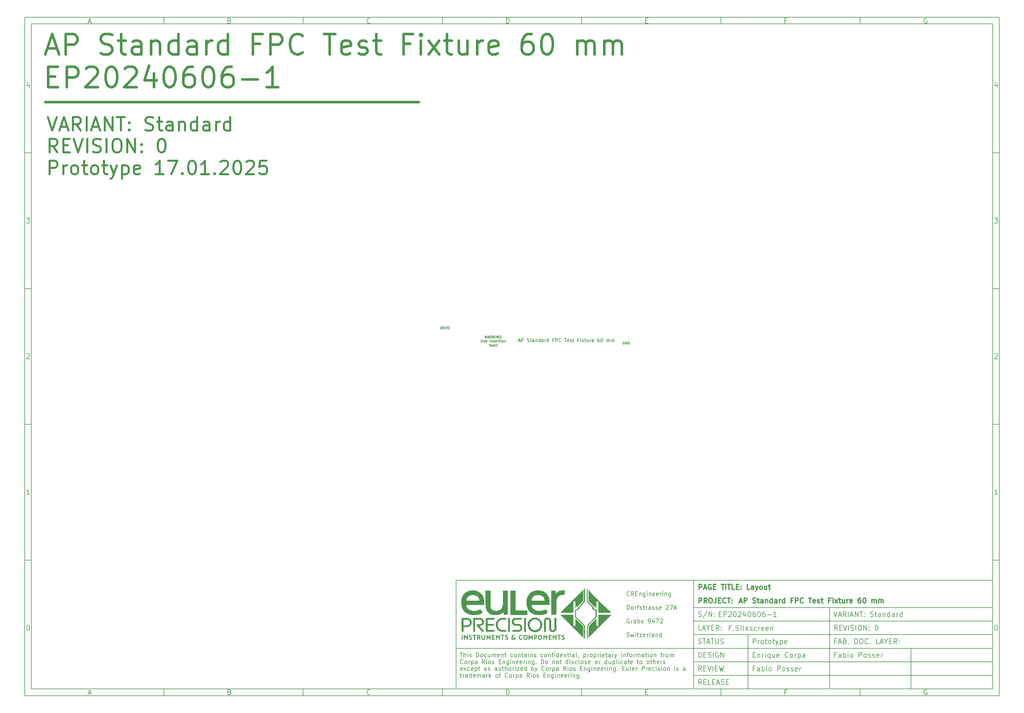
<source format=gbr>
%TF.GenerationSoftware,KiCad,Pcbnew,8.0.8-2.fc41*%
%TF.CreationDate,2025-02-16T22:03:10+01:00*%
%TF.ProjectId,0100_COVERSHEET,30313030-5f43-44f5-9645-525348454554,0*%
%TF.SameCoordinates,Original*%
%TF.FileFunction,Legend,Top*%
%TF.FilePolarity,Positive*%
%FSLAX46Y46*%
G04 Gerber Fmt 4.6, Leading zero omitted, Abs format (unit mm)*
G04 Created by KiCad (PCBNEW 8.0.8-2.fc41) date 2025-02-16 22:03:10*
%MOMM*%
%LPD*%
G01*
G04 APERTURE LIST*
%ADD10C,0.100000*%
%ADD11C,0.150000*%
%ADD12C,0.300000*%
%ADD13C,0.750000*%
%ADD14C,0.600000*%
%ADD15C,0.000001*%
%ADD16C,0.200000*%
%ADD17C,0.160000*%
G04 APERTURE END LIST*
D10*
D11*
X7000000Y-203000000D02*
X290000000Y-203000000D01*
X290000000Y-7000000D01*
X7000000Y-7000000D01*
X7000000Y-203000000D01*
D10*
D11*
X132000000Y-171000000D02*
X290000000Y-171000000D01*
X290000000Y-203000000D01*
X132000000Y-203000000D01*
X132000000Y-171000000D01*
D10*
D11*
X202000000Y-203000000D02*
X202000000Y-171000000D01*
D10*
D11*
X290000000Y-199000000D02*
X202000000Y-199000000D01*
D10*
D11*
X290000000Y-195000000D02*
X202000000Y-195000000D01*
D10*
D11*
X290000000Y-191000000D02*
X201000000Y-191000000D01*
D10*
D11*
X290000000Y-187000000D02*
X202000000Y-187000000D01*
D10*
D11*
X290000000Y-183000000D02*
X202000000Y-183000000D01*
D10*
D11*
X290000000Y-179000000D02*
X202000000Y-179000000D01*
D10*
D11*
X266000000Y-203000000D02*
X266000000Y-191000000D01*
D10*
D11*
X242000000Y-203000000D02*
X242000000Y-179000000D01*
D10*
D11*
X218000000Y-203000000D02*
X218000000Y-187000000D01*
D10*
D12*
X203556710Y-173685528D02*
X203556710Y-172185528D01*
X203556710Y-172185528D02*
X204128139Y-172185528D01*
X204128139Y-172185528D02*
X204270996Y-172256957D01*
X204270996Y-172256957D02*
X204342425Y-172328385D01*
X204342425Y-172328385D02*
X204413853Y-172471242D01*
X204413853Y-172471242D02*
X204413853Y-172685528D01*
X204413853Y-172685528D02*
X204342425Y-172828385D01*
X204342425Y-172828385D02*
X204270996Y-172899814D01*
X204270996Y-172899814D02*
X204128139Y-172971242D01*
X204128139Y-172971242D02*
X203556710Y-172971242D01*
X204985282Y-173256957D02*
X205699568Y-173256957D01*
X204842425Y-173685528D02*
X205342425Y-172185528D01*
X205342425Y-172185528D02*
X205842425Y-173685528D01*
X207128139Y-172256957D02*
X206985282Y-172185528D01*
X206985282Y-172185528D02*
X206770996Y-172185528D01*
X206770996Y-172185528D02*
X206556710Y-172256957D01*
X206556710Y-172256957D02*
X206413853Y-172399814D01*
X206413853Y-172399814D02*
X206342424Y-172542671D01*
X206342424Y-172542671D02*
X206270996Y-172828385D01*
X206270996Y-172828385D02*
X206270996Y-173042671D01*
X206270996Y-173042671D02*
X206342424Y-173328385D01*
X206342424Y-173328385D02*
X206413853Y-173471242D01*
X206413853Y-173471242D02*
X206556710Y-173614100D01*
X206556710Y-173614100D02*
X206770996Y-173685528D01*
X206770996Y-173685528D02*
X206913853Y-173685528D01*
X206913853Y-173685528D02*
X207128139Y-173614100D01*
X207128139Y-173614100D02*
X207199567Y-173542671D01*
X207199567Y-173542671D02*
X207199567Y-173042671D01*
X207199567Y-173042671D02*
X206913853Y-173042671D01*
X207842424Y-172899814D02*
X208342424Y-172899814D01*
X208556710Y-173685528D02*
X207842424Y-173685528D01*
X207842424Y-173685528D02*
X207842424Y-172185528D01*
X207842424Y-172185528D02*
X208556710Y-172185528D01*
X210128139Y-172185528D02*
X210985282Y-172185528D01*
X210556710Y-173685528D02*
X210556710Y-172185528D01*
X211485281Y-173685528D02*
X211485281Y-172185528D01*
X211985282Y-172185528D02*
X212842425Y-172185528D01*
X212413853Y-173685528D02*
X212413853Y-172185528D01*
X214056710Y-173685528D02*
X213342424Y-173685528D01*
X213342424Y-173685528D02*
X213342424Y-172185528D01*
X214556710Y-172899814D02*
X215056710Y-172899814D01*
X215270996Y-173685528D02*
X214556710Y-173685528D01*
X214556710Y-173685528D02*
X214556710Y-172185528D01*
X214556710Y-172185528D02*
X215270996Y-172185528D01*
X215913853Y-173542671D02*
X215985282Y-173614100D01*
X215985282Y-173614100D02*
X215913853Y-173685528D01*
X215913853Y-173685528D02*
X215842425Y-173614100D01*
X215842425Y-173614100D02*
X215913853Y-173542671D01*
X215913853Y-173542671D02*
X215913853Y-173685528D01*
X215913853Y-172756957D02*
X215985282Y-172828385D01*
X215985282Y-172828385D02*
X215913853Y-172899814D01*
X215913853Y-172899814D02*
X215842425Y-172828385D01*
X215842425Y-172828385D02*
X215913853Y-172756957D01*
X215913853Y-172756957D02*
X215913853Y-172899814D01*
X218485282Y-173685528D02*
X217770996Y-173685528D01*
X217770996Y-173685528D02*
X217770996Y-172185528D01*
X219628140Y-173685528D02*
X219628140Y-172899814D01*
X219628140Y-172899814D02*
X219556711Y-172756957D01*
X219556711Y-172756957D02*
X219413854Y-172685528D01*
X219413854Y-172685528D02*
X219128140Y-172685528D01*
X219128140Y-172685528D02*
X218985282Y-172756957D01*
X219628140Y-173614100D02*
X219485282Y-173685528D01*
X219485282Y-173685528D02*
X219128140Y-173685528D01*
X219128140Y-173685528D02*
X218985282Y-173614100D01*
X218985282Y-173614100D02*
X218913854Y-173471242D01*
X218913854Y-173471242D02*
X218913854Y-173328385D01*
X218913854Y-173328385D02*
X218985282Y-173185528D01*
X218985282Y-173185528D02*
X219128140Y-173114100D01*
X219128140Y-173114100D02*
X219485282Y-173114100D01*
X219485282Y-173114100D02*
X219628140Y-173042671D01*
X220199568Y-172685528D02*
X220556711Y-173685528D01*
X220913854Y-172685528D02*
X220556711Y-173685528D01*
X220556711Y-173685528D02*
X220413854Y-174042671D01*
X220413854Y-174042671D02*
X220342425Y-174114100D01*
X220342425Y-174114100D02*
X220199568Y-174185528D01*
X221699568Y-173685528D02*
X221556711Y-173614100D01*
X221556711Y-173614100D02*
X221485282Y-173542671D01*
X221485282Y-173542671D02*
X221413854Y-173399814D01*
X221413854Y-173399814D02*
X221413854Y-172971242D01*
X221413854Y-172971242D02*
X221485282Y-172828385D01*
X221485282Y-172828385D02*
X221556711Y-172756957D01*
X221556711Y-172756957D02*
X221699568Y-172685528D01*
X221699568Y-172685528D02*
X221913854Y-172685528D01*
X221913854Y-172685528D02*
X222056711Y-172756957D01*
X222056711Y-172756957D02*
X222128140Y-172828385D01*
X222128140Y-172828385D02*
X222199568Y-172971242D01*
X222199568Y-172971242D02*
X222199568Y-173399814D01*
X222199568Y-173399814D02*
X222128140Y-173542671D01*
X222128140Y-173542671D02*
X222056711Y-173614100D01*
X222056711Y-173614100D02*
X221913854Y-173685528D01*
X221913854Y-173685528D02*
X221699568Y-173685528D01*
X223485283Y-172685528D02*
X223485283Y-173685528D01*
X222842425Y-172685528D02*
X222842425Y-173471242D01*
X222842425Y-173471242D02*
X222913854Y-173614100D01*
X222913854Y-173614100D02*
X223056711Y-173685528D01*
X223056711Y-173685528D02*
X223270997Y-173685528D01*
X223270997Y-173685528D02*
X223413854Y-173614100D01*
X223413854Y-173614100D02*
X223485283Y-173542671D01*
X223985283Y-172685528D02*
X224556711Y-172685528D01*
X224199568Y-172185528D02*
X224199568Y-173471242D01*
X224199568Y-173471242D02*
X224270997Y-173614100D01*
X224270997Y-173614100D02*
X224413854Y-173685528D01*
X224413854Y-173685528D02*
X224556711Y-173685528D01*
D10*
D11*
X201000000Y-191000000D02*
X132000000Y-191000000D01*
D10*
D12*
X203554510Y-177678328D02*
X203554510Y-176178328D01*
X203554510Y-176178328D02*
X204125939Y-176178328D01*
X204125939Y-176178328D02*
X204268796Y-176249757D01*
X204268796Y-176249757D02*
X204340225Y-176321185D01*
X204340225Y-176321185D02*
X204411653Y-176464042D01*
X204411653Y-176464042D02*
X204411653Y-176678328D01*
X204411653Y-176678328D02*
X204340225Y-176821185D01*
X204340225Y-176821185D02*
X204268796Y-176892614D01*
X204268796Y-176892614D02*
X204125939Y-176964042D01*
X204125939Y-176964042D02*
X203554510Y-176964042D01*
X205911653Y-177678328D02*
X205411653Y-176964042D01*
X205054510Y-177678328D02*
X205054510Y-176178328D01*
X205054510Y-176178328D02*
X205625939Y-176178328D01*
X205625939Y-176178328D02*
X205768796Y-176249757D01*
X205768796Y-176249757D02*
X205840225Y-176321185D01*
X205840225Y-176321185D02*
X205911653Y-176464042D01*
X205911653Y-176464042D02*
X205911653Y-176678328D01*
X205911653Y-176678328D02*
X205840225Y-176821185D01*
X205840225Y-176821185D02*
X205768796Y-176892614D01*
X205768796Y-176892614D02*
X205625939Y-176964042D01*
X205625939Y-176964042D02*
X205054510Y-176964042D01*
X206840225Y-176178328D02*
X207125939Y-176178328D01*
X207125939Y-176178328D02*
X207268796Y-176249757D01*
X207268796Y-176249757D02*
X207411653Y-176392614D01*
X207411653Y-176392614D02*
X207483082Y-176678328D01*
X207483082Y-176678328D02*
X207483082Y-177178328D01*
X207483082Y-177178328D02*
X207411653Y-177464042D01*
X207411653Y-177464042D02*
X207268796Y-177606900D01*
X207268796Y-177606900D02*
X207125939Y-177678328D01*
X207125939Y-177678328D02*
X206840225Y-177678328D01*
X206840225Y-177678328D02*
X206697368Y-177606900D01*
X206697368Y-177606900D02*
X206554510Y-177464042D01*
X206554510Y-177464042D02*
X206483082Y-177178328D01*
X206483082Y-177178328D02*
X206483082Y-176678328D01*
X206483082Y-176678328D02*
X206554510Y-176392614D01*
X206554510Y-176392614D02*
X206697368Y-176249757D01*
X206697368Y-176249757D02*
X206840225Y-176178328D01*
X208554511Y-176178328D02*
X208554511Y-177249757D01*
X208554511Y-177249757D02*
X208483082Y-177464042D01*
X208483082Y-177464042D02*
X208340225Y-177606900D01*
X208340225Y-177606900D02*
X208125939Y-177678328D01*
X208125939Y-177678328D02*
X207983082Y-177678328D01*
X209268796Y-176892614D02*
X209768796Y-176892614D01*
X209983082Y-177678328D02*
X209268796Y-177678328D01*
X209268796Y-177678328D02*
X209268796Y-176178328D01*
X209268796Y-176178328D02*
X209983082Y-176178328D01*
X211483082Y-177535471D02*
X211411654Y-177606900D01*
X211411654Y-177606900D02*
X211197368Y-177678328D01*
X211197368Y-177678328D02*
X211054511Y-177678328D01*
X211054511Y-177678328D02*
X210840225Y-177606900D01*
X210840225Y-177606900D02*
X210697368Y-177464042D01*
X210697368Y-177464042D02*
X210625939Y-177321185D01*
X210625939Y-177321185D02*
X210554511Y-177035471D01*
X210554511Y-177035471D02*
X210554511Y-176821185D01*
X210554511Y-176821185D02*
X210625939Y-176535471D01*
X210625939Y-176535471D02*
X210697368Y-176392614D01*
X210697368Y-176392614D02*
X210840225Y-176249757D01*
X210840225Y-176249757D02*
X211054511Y-176178328D01*
X211054511Y-176178328D02*
X211197368Y-176178328D01*
X211197368Y-176178328D02*
X211411654Y-176249757D01*
X211411654Y-176249757D02*
X211483082Y-176321185D01*
X211911654Y-176178328D02*
X212768797Y-176178328D01*
X212340225Y-177678328D02*
X212340225Y-176178328D01*
X213268796Y-177535471D02*
X213340225Y-177606900D01*
X213340225Y-177606900D02*
X213268796Y-177678328D01*
X213268796Y-177678328D02*
X213197368Y-177606900D01*
X213197368Y-177606900D02*
X213268796Y-177535471D01*
X213268796Y-177535471D02*
X213268796Y-177678328D01*
X213268796Y-176749757D02*
X213340225Y-176821185D01*
X213340225Y-176821185D02*
X213268796Y-176892614D01*
X213268796Y-176892614D02*
X213197368Y-176821185D01*
X213197368Y-176821185D02*
X213268796Y-176749757D01*
X213268796Y-176749757D02*
X213268796Y-176892614D01*
D10*
D11*
X203384398Y-181614700D02*
X203598684Y-181686128D01*
X203598684Y-181686128D02*
X203955826Y-181686128D01*
X203955826Y-181686128D02*
X204098684Y-181614700D01*
X204098684Y-181614700D02*
X204170112Y-181543271D01*
X204170112Y-181543271D02*
X204241541Y-181400414D01*
X204241541Y-181400414D02*
X204241541Y-181257557D01*
X204241541Y-181257557D02*
X204170112Y-181114700D01*
X204170112Y-181114700D02*
X204098684Y-181043271D01*
X204098684Y-181043271D02*
X203955826Y-180971842D01*
X203955826Y-180971842D02*
X203670112Y-180900414D01*
X203670112Y-180900414D02*
X203527255Y-180828985D01*
X203527255Y-180828985D02*
X203455826Y-180757557D01*
X203455826Y-180757557D02*
X203384398Y-180614700D01*
X203384398Y-180614700D02*
X203384398Y-180471842D01*
X203384398Y-180471842D02*
X203455826Y-180328985D01*
X203455826Y-180328985D02*
X203527255Y-180257557D01*
X203527255Y-180257557D02*
X203670112Y-180186128D01*
X203670112Y-180186128D02*
X204027255Y-180186128D01*
X204027255Y-180186128D02*
X204241541Y-180257557D01*
X205955826Y-180114700D02*
X204670112Y-182043271D01*
X206455826Y-181686128D02*
X206455826Y-180186128D01*
X206455826Y-180186128D02*
X207312969Y-181686128D01*
X207312969Y-181686128D02*
X207312969Y-180186128D01*
X208027255Y-181543271D02*
X208098684Y-181614700D01*
X208098684Y-181614700D02*
X208027255Y-181686128D01*
X208027255Y-181686128D02*
X207955827Y-181614700D01*
X207955827Y-181614700D02*
X208027255Y-181543271D01*
X208027255Y-181543271D02*
X208027255Y-181686128D01*
X208027255Y-180757557D02*
X208098684Y-180828985D01*
X208098684Y-180828985D02*
X208027255Y-180900414D01*
X208027255Y-180900414D02*
X207955827Y-180828985D01*
X207955827Y-180828985D02*
X208027255Y-180757557D01*
X208027255Y-180757557D02*
X208027255Y-180900414D01*
D10*
D11*
X203455826Y-193686128D02*
X203455826Y-192186128D01*
X203455826Y-192186128D02*
X203812969Y-192186128D01*
X203812969Y-192186128D02*
X204027255Y-192257557D01*
X204027255Y-192257557D02*
X204170112Y-192400414D01*
X204170112Y-192400414D02*
X204241541Y-192543271D01*
X204241541Y-192543271D02*
X204312969Y-192828985D01*
X204312969Y-192828985D02*
X204312969Y-193043271D01*
X204312969Y-193043271D02*
X204241541Y-193328985D01*
X204241541Y-193328985D02*
X204170112Y-193471842D01*
X204170112Y-193471842D02*
X204027255Y-193614700D01*
X204027255Y-193614700D02*
X203812969Y-193686128D01*
X203812969Y-193686128D02*
X203455826Y-193686128D01*
X204955826Y-192900414D02*
X205455826Y-192900414D01*
X205670112Y-193686128D02*
X204955826Y-193686128D01*
X204955826Y-193686128D02*
X204955826Y-192186128D01*
X204955826Y-192186128D02*
X205670112Y-192186128D01*
X206241541Y-193614700D02*
X206455827Y-193686128D01*
X206455827Y-193686128D02*
X206812969Y-193686128D01*
X206812969Y-193686128D02*
X206955827Y-193614700D01*
X206955827Y-193614700D02*
X207027255Y-193543271D01*
X207027255Y-193543271D02*
X207098684Y-193400414D01*
X207098684Y-193400414D02*
X207098684Y-193257557D01*
X207098684Y-193257557D02*
X207027255Y-193114700D01*
X207027255Y-193114700D02*
X206955827Y-193043271D01*
X206955827Y-193043271D02*
X206812969Y-192971842D01*
X206812969Y-192971842D02*
X206527255Y-192900414D01*
X206527255Y-192900414D02*
X206384398Y-192828985D01*
X206384398Y-192828985D02*
X206312969Y-192757557D01*
X206312969Y-192757557D02*
X206241541Y-192614700D01*
X206241541Y-192614700D02*
X206241541Y-192471842D01*
X206241541Y-192471842D02*
X206312969Y-192328985D01*
X206312969Y-192328985D02*
X206384398Y-192257557D01*
X206384398Y-192257557D02*
X206527255Y-192186128D01*
X206527255Y-192186128D02*
X206884398Y-192186128D01*
X206884398Y-192186128D02*
X207098684Y-192257557D01*
X207741540Y-193686128D02*
X207741540Y-192186128D01*
X209241541Y-192257557D02*
X209098684Y-192186128D01*
X209098684Y-192186128D02*
X208884398Y-192186128D01*
X208884398Y-192186128D02*
X208670112Y-192257557D01*
X208670112Y-192257557D02*
X208527255Y-192400414D01*
X208527255Y-192400414D02*
X208455826Y-192543271D01*
X208455826Y-192543271D02*
X208384398Y-192828985D01*
X208384398Y-192828985D02*
X208384398Y-193043271D01*
X208384398Y-193043271D02*
X208455826Y-193328985D01*
X208455826Y-193328985D02*
X208527255Y-193471842D01*
X208527255Y-193471842D02*
X208670112Y-193614700D01*
X208670112Y-193614700D02*
X208884398Y-193686128D01*
X208884398Y-193686128D02*
X209027255Y-193686128D01*
X209027255Y-193686128D02*
X209241541Y-193614700D01*
X209241541Y-193614700D02*
X209312969Y-193543271D01*
X209312969Y-193543271D02*
X209312969Y-193043271D01*
X209312969Y-193043271D02*
X209027255Y-193043271D01*
X209955826Y-193686128D02*
X209955826Y-192186128D01*
X209955826Y-192186128D02*
X210812969Y-193686128D01*
X210812969Y-193686128D02*
X210812969Y-192186128D01*
D10*
D11*
X204312969Y-197686128D02*
X203812969Y-196971842D01*
X203455826Y-197686128D02*
X203455826Y-196186128D01*
X203455826Y-196186128D02*
X204027255Y-196186128D01*
X204027255Y-196186128D02*
X204170112Y-196257557D01*
X204170112Y-196257557D02*
X204241541Y-196328985D01*
X204241541Y-196328985D02*
X204312969Y-196471842D01*
X204312969Y-196471842D02*
X204312969Y-196686128D01*
X204312969Y-196686128D02*
X204241541Y-196828985D01*
X204241541Y-196828985D02*
X204170112Y-196900414D01*
X204170112Y-196900414D02*
X204027255Y-196971842D01*
X204027255Y-196971842D02*
X203455826Y-196971842D01*
X204955826Y-196900414D02*
X205455826Y-196900414D01*
X205670112Y-197686128D02*
X204955826Y-197686128D01*
X204955826Y-197686128D02*
X204955826Y-196186128D01*
X204955826Y-196186128D02*
X205670112Y-196186128D01*
X206098684Y-196186128D02*
X206598684Y-197686128D01*
X206598684Y-197686128D02*
X207098684Y-196186128D01*
X207598683Y-197686128D02*
X207598683Y-196186128D01*
X208312969Y-196900414D02*
X208812969Y-196900414D01*
X209027255Y-197686128D02*
X208312969Y-197686128D01*
X208312969Y-197686128D02*
X208312969Y-196186128D01*
X208312969Y-196186128D02*
X209027255Y-196186128D01*
X209527255Y-196186128D02*
X209884398Y-197686128D01*
X209884398Y-197686128D02*
X210170112Y-196614700D01*
X210170112Y-196614700D02*
X210455827Y-197686128D01*
X210455827Y-197686128D02*
X210812970Y-196186128D01*
D10*
D11*
X204312969Y-201686128D02*
X203812969Y-200971842D01*
X203455826Y-201686128D02*
X203455826Y-200186128D01*
X203455826Y-200186128D02*
X204027255Y-200186128D01*
X204027255Y-200186128D02*
X204170112Y-200257557D01*
X204170112Y-200257557D02*
X204241541Y-200328985D01*
X204241541Y-200328985D02*
X204312969Y-200471842D01*
X204312969Y-200471842D02*
X204312969Y-200686128D01*
X204312969Y-200686128D02*
X204241541Y-200828985D01*
X204241541Y-200828985D02*
X204170112Y-200900414D01*
X204170112Y-200900414D02*
X204027255Y-200971842D01*
X204027255Y-200971842D02*
X203455826Y-200971842D01*
X204955826Y-200900414D02*
X205455826Y-200900414D01*
X205670112Y-201686128D02*
X204955826Y-201686128D01*
X204955826Y-201686128D02*
X204955826Y-200186128D01*
X204955826Y-200186128D02*
X205670112Y-200186128D01*
X207027255Y-201686128D02*
X206312969Y-201686128D01*
X206312969Y-201686128D02*
X206312969Y-200186128D01*
X207527255Y-200900414D02*
X208027255Y-200900414D01*
X208241541Y-201686128D02*
X207527255Y-201686128D01*
X207527255Y-201686128D02*
X207527255Y-200186128D01*
X207527255Y-200186128D02*
X208241541Y-200186128D01*
X208812970Y-201257557D02*
X209527256Y-201257557D01*
X208670113Y-201686128D02*
X209170113Y-200186128D01*
X209170113Y-200186128D02*
X209670113Y-201686128D01*
X210098684Y-201614700D02*
X210312970Y-201686128D01*
X210312970Y-201686128D02*
X210670112Y-201686128D01*
X210670112Y-201686128D02*
X210812970Y-201614700D01*
X210812970Y-201614700D02*
X210884398Y-201543271D01*
X210884398Y-201543271D02*
X210955827Y-201400414D01*
X210955827Y-201400414D02*
X210955827Y-201257557D01*
X210955827Y-201257557D02*
X210884398Y-201114700D01*
X210884398Y-201114700D02*
X210812970Y-201043271D01*
X210812970Y-201043271D02*
X210670112Y-200971842D01*
X210670112Y-200971842D02*
X210384398Y-200900414D01*
X210384398Y-200900414D02*
X210241541Y-200828985D01*
X210241541Y-200828985D02*
X210170112Y-200757557D01*
X210170112Y-200757557D02*
X210098684Y-200614700D01*
X210098684Y-200614700D02*
X210098684Y-200471842D01*
X210098684Y-200471842D02*
X210170112Y-200328985D01*
X210170112Y-200328985D02*
X210241541Y-200257557D01*
X210241541Y-200257557D02*
X210384398Y-200186128D01*
X210384398Y-200186128D02*
X210741541Y-200186128D01*
X210741541Y-200186128D02*
X210955827Y-200257557D01*
X211598683Y-200900414D02*
X212098683Y-200900414D01*
X212312969Y-201686128D02*
X211598683Y-201686128D01*
X211598683Y-201686128D02*
X211598683Y-200186128D01*
X211598683Y-200186128D02*
X212312969Y-200186128D01*
D10*
D11*
X243241541Y-180186128D02*
X243741541Y-181686128D01*
X243741541Y-181686128D02*
X244241541Y-180186128D01*
X244670112Y-181257557D02*
X245384398Y-181257557D01*
X244527255Y-181686128D02*
X245027255Y-180186128D01*
X245027255Y-180186128D02*
X245527255Y-181686128D01*
X246884397Y-181686128D02*
X246384397Y-180971842D01*
X246027254Y-181686128D02*
X246027254Y-180186128D01*
X246027254Y-180186128D02*
X246598683Y-180186128D01*
X246598683Y-180186128D02*
X246741540Y-180257557D01*
X246741540Y-180257557D02*
X246812969Y-180328985D01*
X246812969Y-180328985D02*
X246884397Y-180471842D01*
X246884397Y-180471842D02*
X246884397Y-180686128D01*
X246884397Y-180686128D02*
X246812969Y-180828985D01*
X246812969Y-180828985D02*
X246741540Y-180900414D01*
X246741540Y-180900414D02*
X246598683Y-180971842D01*
X246598683Y-180971842D02*
X246027254Y-180971842D01*
X247527254Y-181686128D02*
X247527254Y-180186128D01*
X248170112Y-181257557D02*
X248884398Y-181257557D01*
X248027255Y-181686128D02*
X248527255Y-180186128D01*
X248527255Y-180186128D02*
X249027255Y-181686128D01*
X249527254Y-181686128D02*
X249527254Y-180186128D01*
X249527254Y-180186128D02*
X250384397Y-181686128D01*
X250384397Y-181686128D02*
X250384397Y-180186128D01*
X250884398Y-180186128D02*
X251741541Y-180186128D01*
X251312969Y-181686128D02*
X251312969Y-180186128D01*
X252241540Y-181543271D02*
X252312969Y-181614700D01*
X252312969Y-181614700D02*
X252241540Y-181686128D01*
X252241540Y-181686128D02*
X252170112Y-181614700D01*
X252170112Y-181614700D02*
X252241540Y-181543271D01*
X252241540Y-181543271D02*
X252241540Y-181686128D01*
X252241540Y-180757557D02*
X252312969Y-180828985D01*
X252312969Y-180828985D02*
X252241540Y-180900414D01*
X252241540Y-180900414D02*
X252170112Y-180828985D01*
X252170112Y-180828985D02*
X252241540Y-180757557D01*
X252241540Y-180757557D02*
X252241540Y-180900414D01*
X254027255Y-181614700D02*
X254241541Y-181686128D01*
X254241541Y-181686128D02*
X254598683Y-181686128D01*
X254598683Y-181686128D02*
X254741541Y-181614700D01*
X254741541Y-181614700D02*
X254812969Y-181543271D01*
X254812969Y-181543271D02*
X254884398Y-181400414D01*
X254884398Y-181400414D02*
X254884398Y-181257557D01*
X254884398Y-181257557D02*
X254812969Y-181114700D01*
X254812969Y-181114700D02*
X254741541Y-181043271D01*
X254741541Y-181043271D02*
X254598683Y-180971842D01*
X254598683Y-180971842D02*
X254312969Y-180900414D01*
X254312969Y-180900414D02*
X254170112Y-180828985D01*
X254170112Y-180828985D02*
X254098683Y-180757557D01*
X254098683Y-180757557D02*
X254027255Y-180614700D01*
X254027255Y-180614700D02*
X254027255Y-180471842D01*
X254027255Y-180471842D02*
X254098683Y-180328985D01*
X254098683Y-180328985D02*
X254170112Y-180257557D01*
X254170112Y-180257557D02*
X254312969Y-180186128D01*
X254312969Y-180186128D02*
X254670112Y-180186128D01*
X254670112Y-180186128D02*
X254884398Y-180257557D01*
X255312969Y-180686128D02*
X255884397Y-180686128D01*
X255527254Y-180186128D02*
X255527254Y-181471842D01*
X255527254Y-181471842D02*
X255598683Y-181614700D01*
X255598683Y-181614700D02*
X255741540Y-181686128D01*
X255741540Y-181686128D02*
X255884397Y-181686128D01*
X257027255Y-181686128D02*
X257027255Y-180900414D01*
X257027255Y-180900414D02*
X256955826Y-180757557D01*
X256955826Y-180757557D02*
X256812969Y-180686128D01*
X256812969Y-180686128D02*
X256527255Y-180686128D01*
X256527255Y-180686128D02*
X256384397Y-180757557D01*
X257027255Y-181614700D02*
X256884397Y-181686128D01*
X256884397Y-181686128D02*
X256527255Y-181686128D01*
X256527255Y-181686128D02*
X256384397Y-181614700D01*
X256384397Y-181614700D02*
X256312969Y-181471842D01*
X256312969Y-181471842D02*
X256312969Y-181328985D01*
X256312969Y-181328985D02*
X256384397Y-181186128D01*
X256384397Y-181186128D02*
X256527255Y-181114700D01*
X256527255Y-181114700D02*
X256884397Y-181114700D01*
X256884397Y-181114700D02*
X257027255Y-181043271D01*
X257741540Y-180686128D02*
X257741540Y-181686128D01*
X257741540Y-180828985D02*
X257812969Y-180757557D01*
X257812969Y-180757557D02*
X257955826Y-180686128D01*
X257955826Y-180686128D02*
X258170112Y-180686128D01*
X258170112Y-180686128D02*
X258312969Y-180757557D01*
X258312969Y-180757557D02*
X258384398Y-180900414D01*
X258384398Y-180900414D02*
X258384398Y-181686128D01*
X259741541Y-181686128D02*
X259741541Y-180186128D01*
X259741541Y-181614700D02*
X259598683Y-181686128D01*
X259598683Y-181686128D02*
X259312969Y-181686128D01*
X259312969Y-181686128D02*
X259170112Y-181614700D01*
X259170112Y-181614700D02*
X259098683Y-181543271D01*
X259098683Y-181543271D02*
X259027255Y-181400414D01*
X259027255Y-181400414D02*
X259027255Y-180971842D01*
X259027255Y-180971842D02*
X259098683Y-180828985D01*
X259098683Y-180828985D02*
X259170112Y-180757557D01*
X259170112Y-180757557D02*
X259312969Y-180686128D01*
X259312969Y-180686128D02*
X259598683Y-180686128D01*
X259598683Y-180686128D02*
X259741541Y-180757557D01*
X261098684Y-181686128D02*
X261098684Y-180900414D01*
X261098684Y-180900414D02*
X261027255Y-180757557D01*
X261027255Y-180757557D02*
X260884398Y-180686128D01*
X260884398Y-180686128D02*
X260598684Y-180686128D01*
X260598684Y-180686128D02*
X260455826Y-180757557D01*
X261098684Y-181614700D02*
X260955826Y-181686128D01*
X260955826Y-181686128D02*
X260598684Y-181686128D01*
X260598684Y-181686128D02*
X260455826Y-181614700D01*
X260455826Y-181614700D02*
X260384398Y-181471842D01*
X260384398Y-181471842D02*
X260384398Y-181328985D01*
X260384398Y-181328985D02*
X260455826Y-181186128D01*
X260455826Y-181186128D02*
X260598684Y-181114700D01*
X260598684Y-181114700D02*
X260955826Y-181114700D01*
X260955826Y-181114700D02*
X261098684Y-181043271D01*
X261812969Y-181686128D02*
X261812969Y-180686128D01*
X261812969Y-180971842D02*
X261884398Y-180828985D01*
X261884398Y-180828985D02*
X261955827Y-180757557D01*
X261955827Y-180757557D02*
X262098684Y-180686128D01*
X262098684Y-180686128D02*
X262241541Y-180686128D01*
X263384398Y-181686128D02*
X263384398Y-180186128D01*
X263384398Y-181614700D02*
X263241540Y-181686128D01*
X263241540Y-181686128D02*
X262955826Y-181686128D01*
X262955826Y-181686128D02*
X262812969Y-181614700D01*
X262812969Y-181614700D02*
X262741540Y-181543271D01*
X262741540Y-181543271D02*
X262670112Y-181400414D01*
X262670112Y-181400414D02*
X262670112Y-180971842D01*
X262670112Y-180971842D02*
X262741540Y-180828985D01*
X262741540Y-180828985D02*
X262812969Y-180757557D01*
X262812969Y-180757557D02*
X262955826Y-180686128D01*
X262955826Y-180686128D02*
X263241540Y-180686128D01*
X263241540Y-180686128D02*
X263384398Y-180757557D01*
D10*
D11*
X244312969Y-185686128D02*
X243812969Y-184971842D01*
X243455826Y-185686128D02*
X243455826Y-184186128D01*
X243455826Y-184186128D02*
X244027255Y-184186128D01*
X244027255Y-184186128D02*
X244170112Y-184257557D01*
X244170112Y-184257557D02*
X244241541Y-184328985D01*
X244241541Y-184328985D02*
X244312969Y-184471842D01*
X244312969Y-184471842D02*
X244312969Y-184686128D01*
X244312969Y-184686128D02*
X244241541Y-184828985D01*
X244241541Y-184828985D02*
X244170112Y-184900414D01*
X244170112Y-184900414D02*
X244027255Y-184971842D01*
X244027255Y-184971842D02*
X243455826Y-184971842D01*
X244955826Y-184900414D02*
X245455826Y-184900414D01*
X245670112Y-185686128D02*
X244955826Y-185686128D01*
X244955826Y-185686128D02*
X244955826Y-184186128D01*
X244955826Y-184186128D02*
X245670112Y-184186128D01*
X246098684Y-184186128D02*
X246598684Y-185686128D01*
X246598684Y-185686128D02*
X247098684Y-184186128D01*
X247598683Y-185686128D02*
X247598683Y-184186128D01*
X248241541Y-185614700D02*
X248455827Y-185686128D01*
X248455827Y-185686128D02*
X248812969Y-185686128D01*
X248812969Y-185686128D02*
X248955827Y-185614700D01*
X248955827Y-185614700D02*
X249027255Y-185543271D01*
X249027255Y-185543271D02*
X249098684Y-185400414D01*
X249098684Y-185400414D02*
X249098684Y-185257557D01*
X249098684Y-185257557D02*
X249027255Y-185114700D01*
X249027255Y-185114700D02*
X248955827Y-185043271D01*
X248955827Y-185043271D02*
X248812969Y-184971842D01*
X248812969Y-184971842D02*
X248527255Y-184900414D01*
X248527255Y-184900414D02*
X248384398Y-184828985D01*
X248384398Y-184828985D02*
X248312969Y-184757557D01*
X248312969Y-184757557D02*
X248241541Y-184614700D01*
X248241541Y-184614700D02*
X248241541Y-184471842D01*
X248241541Y-184471842D02*
X248312969Y-184328985D01*
X248312969Y-184328985D02*
X248384398Y-184257557D01*
X248384398Y-184257557D02*
X248527255Y-184186128D01*
X248527255Y-184186128D02*
X248884398Y-184186128D01*
X248884398Y-184186128D02*
X249098684Y-184257557D01*
X249741540Y-185686128D02*
X249741540Y-184186128D01*
X250741541Y-184186128D02*
X251027255Y-184186128D01*
X251027255Y-184186128D02*
X251170112Y-184257557D01*
X251170112Y-184257557D02*
X251312969Y-184400414D01*
X251312969Y-184400414D02*
X251384398Y-184686128D01*
X251384398Y-184686128D02*
X251384398Y-185186128D01*
X251384398Y-185186128D02*
X251312969Y-185471842D01*
X251312969Y-185471842D02*
X251170112Y-185614700D01*
X251170112Y-185614700D02*
X251027255Y-185686128D01*
X251027255Y-185686128D02*
X250741541Y-185686128D01*
X250741541Y-185686128D02*
X250598684Y-185614700D01*
X250598684Y-185614700D02*
X250455826Y-185471842D01*
X250455826Y-185471842D02*
X250384398Y-185186128D01*
X250384398Y-185186128D02*
X250384398Y-184686128D01*
X250384398Y-184686128D02*
X250455826Y-184400414D01*
X250455826Y-184400414D02*
X250598684Y-184257557D01*
X250598684Y-184257557D02*
X250741541Y-184186128D01*
X252027255Y-185686128D02*
X252027255Y-184186128D01*
X252027255Y-184186128D02*
X252884398Y-185686128D01*
X252884398Y-185686128D02*
X252884398Y-184186128D01*
X253598684Y-185543271D02*
X253670113Y-185614700D01*
X253670113Y-185614700D02*
X253598684Y-185686128D01*
X253598684Y-185686128D02*
X253527256Y-185614700D01*
X253527256Y-185614700D02*
X253598684Y-185543271D01*
X253598684Y-185543271D02*
X253598684Y-185686128D01*
X253598684Y-184757557D02*
X253670113Y-184828985D01*
X253670113Y-184828985D02*
X253598684Y-184900414D01*
X253598684Y-184900414D02*
X253527256Y-184828985D01*
X253527256Y-184828985D02*
X253598684Y-184757557D01*
X253598684Y-184757557D02*
X253598684Y-184900414D01*
X255741542Y-184186128D02*
X255884399Y-184186128D01*
X255884399Y-184186128D02*
X256027256Y-184257557D01*
X256027256Y-184257557D02*
X256098685Y-184328985D01*
X256098685Y-184328985D02*
X256170113Y-184471842D01*
X256170113Y-184471842D02*
X256241542Y-184757557D01*
X256241542Y-184757557D02*
X256241542Y-185114700D01*
X256241542Y-185114700D02*
X256170113Y-185400414D01*
X256170113Y-185400414D02*
X256098685Y-185543271D01*
X256098685Y-185543271D02*
X256027256Y-185614700D01*
X256027256Y-185614700D02*
X255884399Y-185686128D01*
X255884399Y-185686128D02*
X255741542Y-185686128D01*
X255741542Y-185686128D02*
X255598685Y-185614700D01*
X255598685Y-185614700D02*
X255527256Y-185543271D01*
X255527256Y-185543271D02*
X255455827Y-185400414D01*
X255455827Y-185400414D02*
X255384399Y-185114700D01*
X255384399Y-185114700D02*
X255384399Y-184757557D01*
X255384399Y-184757557D02*
X255455827Y-184471842D01*
X255455827Y-184471842D02*
X255527256Y-184328985D01*
X255527256Y-184328985D02*
X255598685Y-184257557D01*
X255598685Y-184257557D02*
X255741542Y-184186128D01*
D10*
D11*
X203384398Y-189614700D02*
X203598684Y-189686128D01*
X203598684Y-189686128D02*
X203955826Y-189686128D01*
X203955826Y-189686128D02*
X204098684Y-189614700D01*
X204098684Y-189614700D02*
X204170112Y-189543271D01*
X204170112Y-189543271D02*
X204241541Y-189400414D01*
X204241541Y-189400414D02*
X204241541Y-189257557D01*
X204241541Y-189257557D02*
X204170112Y-189114700D01*
X204170112Y-189114700D02*
X204098684Y-189043271D01*
X204098684Y-189043271D02*
X203955826Y-188971842D01*
X203955826Y-188971842D02*
X203670112Y-188900414D01*
X203670112Y-188900414D02*
X203527255Y-188828985D01*
X203527255Y-188828985D02*
X203455826Y-188757557D01*
X203455826Y-188757557D02*
X203384398Y-188614700D01*
X203384398Y-188614700D02*
X203384398Y-188471842D01*
X203384398Y-188471842D02*
X203455826Y-188328985D01*
X203455826Y-188328985D02*
X203527255Y-188257557D01*
X203527255Y-188257557D02*
X203670112Y-188186128D01*
X203670112Y-188186128D02*
X204027255Y-188186128D01*
X204027255Y-188186128D02*
X204241541Y-188257557D01*
X204670112Y-188186128D02*
X205527255Y-188186128D01*
X205098683Y-189686128D02*
X205098683Y-188186128D01*
X205955826Y-189257557D02*
X206670112Y-189257557D01*
X205812969Y-189686128D02*
X206312969Y-188186128D01*
X206312969Y-188186128D02*
X206812969Y-189686128D01*
X207098683Y-188186128D02*
X207955826Y-188186128D01*
X207527254Y-189686128D02*
X207527254Y-188186128D01*
X208455825Y-188186128D02*
X208455825Y-189400414D01*
X208455825Y-189400414D02*
X208527254Y-189543271D01*
X208527254Y-189543271D02*
X208598683Y-189614700D01*
X208598683Y-189614700D02*
X208741540Y-189686128D01*
X208741540Y-189686128D02*
X209027254Y-189686128D01*
X209027254Y-189686128D02*
X209170111Y-189614700D01*
X209170111Y-189614700D02*
X209241540Y-189543271D01*
X209241540Y-189543271D02*
X209312968Y-189400414D01*
X209312968Y-189400414D02*
X209312968Y-188186128D01*
X209955826Y-189614700D02*
X210170112Y-189686128D01*
X210170112Y-189686128D02*
X210527254Y-189686128D01*
X210527254Y-189686128D02*
X210670112Y-189614700D01*
X210670112Y-189614700D02*
X210741540Y-189543271D01*
X210741540Y-189543271D02*
X210812969Y-189400414D01*
X210812969Y-189400414D02*
X210812969Y-189257557D01*
X210812969Y-189257557D02*
X210741540Y-189114700D01*
X210741540Y-189114700D02*
X210670112Y-189043271D01*
X210670112Y-189043271D02*
X210527254Y-188971842D01*
X210527254Y-188971842D02*
X210241540Y-188900414D01*
X210241540Y-188900414D02*
X210098683Y-188828985D01*
X210098683Y-188828985D02*
X210027254Y-188757557D01*
X210027254Y-188757557D02*
X209955826Y-188614700D01*
X209955826Y-188614700D02*
X209955826Y-188471842D01*
X209955826Y-188471842D02*
X210027254Y-188328985D01*
X210027254Y-188328985D02*
X210098683Y-188257557D01*
X210098683Y-188257557D02*
X210241540Y-188186128D01*
X210241540Y-188186128D02*
X210598683Y-188186128D01*
X210598683Y-188186128D02*
X210812969Y-188257557D01*
D10*
D11*
X219455826Y-189686128D02*
X219455826Y-188186128D01*
X219455826Y-188186128D02*
X220027255Y-188186128D01*
X220027255Y-188186128D02*
X220170112Y-188257557D01*
X220170112Y-188257557D02*
X220241541Y-188328985D01*
X220241541Y-188328985D02*
X220312969Y-188471842D01*
X220312969Y-188471842D02*
X220312969Y-188686128D01*
X220312969Y-188686128D02*
X220241541Y-188828985D01*
X220241541Y-188828985D02*
X220170112Y-188900414D01*
X220170112Y-188900414D02*
X220027255Y-188971842D01*
X220027255Y-188971842D02*
X219455826Y-188971842D01*
X220955826Y-189686128D02*
X220955826Y-188686128D01*
X220955826Y-188971842D02*
X221027255Y-188828985D01*
X221027255Y-188828985D02*
X221098684Y-188757557D01*
X221098684Y-188757557D02*
X221241541Y-188686128D01*
X221241541Y-188686128D02*
X221384398Y-188686128D01*
X222098683Y-189686128D02*
X221955826Y-189614700D01*
X221955826Y-189614700D02*
X221884397Y-189543271D01*
X221884397Y-189543271D02*
X221812969Y-189400414D01*
X221812969Y-189400414D02*
X221812969Y-188971842D01*
X221812969Y-188971842D02*
X221884397Y-188828985D01*
X221884397Y-188828985D02*
X221955826Y-188757557D01*
X221955826Y-188757557D02*
X222098683Y-188686128D01*
X222098683Y-188686128D02*
X222312969Y-188686128D01*
X222312969Y-188686128D02*
X222455826Y-188757557D01*
X222455826Y-188757557D02*
X222527255Y-188828985D01*
X222527255Y-188828985D02*
X222598683Y-188971842D01*
X222598683Y-188971842D02*
X222598683Y-189400414D01*
X222598683Y-189400414D02*
X222527255Y-189543271D01*
X222527255Y-189543271D02*
X222455826Y-189614700D01*
X222455826Y-189614700D02*
X222312969Y-189686128D01*
X222312969Y-189686128D02*
X222098683Y-189686128D01*
X223027255Y-188686128D02*
X223598683Y-188686128D01*
X223241540Y-188186128D02*
X223241540Y-189471842D01*
X223241540Y-189471842D02*
X223312969Y-189614700D01*
X223312969Y-189614700D02*
X223455826Y-189686128D01*
X223455826Y-189686128D02*
X223598683Y-189686128D01*
X224312969Y-189686128D02*
X224170112Y-189614700D01*
X224170112Y-189614700D02*
X224098683Y-189543271D01*
X224098683Y-189543271D02*
X224027255Y-189400414D01*
X224027255Y-189400414D02*
X224027255Y-188971842D01*
X224027255Y-188971842D02*
X224098683Y-188828985D01*
X224098683Y-188828985D02*
X224170112Y-188757557D01*
X224170112Y-188757557D02*
X224312969Y-188686128D01*
X224312969Y-188686128D02*
X224527255Y-188686128D01*
X224527255Y-188686128D02*
X224670112Y-188757557D01*
X224670112Y-188757557D02*
X224741541Y-188828985D01*
X224741541Y-188828985D02*
X224812969Y-188971842D01*
X224812969Y-188971842D02*
X224812969Y-189400414D01*
X224812969Y-189400414D02*
X224741541Y-189543271D01*
X224741541Y-189543271D02*
X224670112Y-189614700D01*
X224670112Y-189614700D02*
X224527255Y-189686128D01*
X224527255Y-189686128D02*
X224312969Y-189686128D01*
X225241541Y-188686128D02*
X225812969Y-188686128D01*
X225455826Y-188186128D02*
X225455826Y-189471842D01*
X225455826Y-189471842D02*
X225527255Y-189614700D01*
X225527255Y-189614700D02*
X225670112Y-189686128D01*
X225670112Y-189686128D02*
X225812969Y-189686128D01*
X226170112Y-188686128D02*
X226527255Y-189686128D01*
X226884398Y-188686128D02*
X226527255Y-189686128D01*
X226527255Y-189686128D02*
X226384398Y-190043271D01*
X226384398Y-190043271D02*
X226312969Y-190114700D01*
X226312969Y-190114700D02*
X226170112Y-190186128D01*
X227455826Y-188686128D02*
X227455826Y-190186128D01*
X227455826Y-188757557D02*
X227598684Y-188686128D01*
X227598684Y-188686128D02*
X227884398Y-188686128D01*
X227884398Y-188686128D02*
X228027255Y-188757557D01*
X228027255Y-188757557D02*
X228098684Y-188828985D01*
X228098684Y-188828985D02*
X228170112Y-188971842D01*
X228170112Y-188971842D02*
X228170112Y-189400414D01*
X228170112Y-189400414D02*
X228098684Y-189543271D01*
X228098684Y-189543271D02*
X228027255Y-189614700D01*
X228027255Y-189614700D02*
X227884398Y-189686128D01*
X227884398Y-189686128D02*
X227598684Y-189686128D01*
X227598684Y-189686128D02*
X227455826Y-189614700D01*
X229384398Y-189614700D02*
X229241541Y-189686128D01*
X229241541Y-189686128D02*
X228955827Y-189686128D01*
X228955827Y-189686128D02*
X228812969Y-189614700D01*
X228812969Y-189614700D02*
X228741541Y-189471842D01*
X228741541Y-189471842D02*
X228741541Y-188900414D01*
X228741541Y-188900414D02*
X228812969Y-188757557D01*
X228812969Y-188757557D02*
X228955827Y-188686128D01*
X228955827Y-188686128D02*
X229241541Y-188686128D01*
X229241541Y-188686128D02*
X229384398Y-188757557D01*
X229384398Y-188757557D02*
X229455827Y-188900414D01*
X229455827Y-188900414D02*
X229455827Y-189043271D01*
X229455827Y-189043271D02*
X228741541Y-189186128D01*
D10*
D11*
X219955826Y-196900414D02*
X219455826Y-196900414D01*
X219455826Y-197686128D02*
X219455826Y-196186128D01*
X219455826Y-196186128D02*
X220170112Y-196186128D01*
X221384398Y-197686128D02*
X221384398Y-196900414D01*
X221384398Y-196900414D02*
X221312969Y-196757557D01*
X221312969Y-196757557D02*
X221170112Y-196686128D01*
X221170112Y-196686128D02*
X220884398Y-196686128D01*
X220884398Y-196686128D02*
X220741540Y-196757557D01*
X221384398Y-197614700D02*
X221241540Y-197686128D01*
X221241540Y-197686128D02*
X220884398Y-197686128D01*
X220884398Y-197686128D02*
X220741540Y-197614700D01*
X220741540Y-197614700D02*
X220670112Y-197471842D01*
X220670112Y-197471842D02*
X220670112Y-197328985D01*
X220670112Y-197328985D02*
X220741540Y-197186128D01*
X220741540Y-197186128D02*
X220884398Y-197114700D01*
X220884398Y-197114700D02*
X221241540Y-197114700D01*
X221241540Y-197114700D02*
X221384398Y-197043271D01*
X222098683Y-197686128D02*
X222098683Y-196186128D01*
X222098683Y-196757557D02*
X222241541Y-196686128D01*
X222241541Y-196686128D02*
X222527255Y-196686128D01*
X222527255Y-196686128D02*
X222670112Y-196757557D01*
X222670112Y-196757557D02*
X222741541Y-196828985D01*
X222741541Y-196828985D02*
X222812969Y-196971842D01*
X222812969Y-196971842D02*
X222812969Y-197400414D01*
X222812969Y-197400414D02*
X222741541Y-197543271D01*
X222741541Y-197543271D02*
X222670112Y-197614700D01*
X222670112Y-197614700D02*
X222527255Y-197686128D01*
X222527255Y-197686128D02*
X222241541Y-197686128D01*
X222241541Y-197686128D02*
X222098683Y-197614700D01*
X223455826Y-197686128D02*
X223455826Y-196686128D01*
X223455826Y-196186128D02*
X223384398Y-196257557D01*
X223384398Y-196257557D02*
X223455826Y-196328985D01*
X223455826Y-196328985D02*
X223527255Y-196257557D01*
X223527255Y-196257557D02*
X223455826Y-196186128D01*
X223455826Y-196186128D02*
X223455826Y-196328985D01*
X224384398Y-197686128D02*
X224241541Y-197614700D01*
X224241541Y-197614700D02*
X224170112Y-197543271D01*
X224170112Y-197543271D02*
X224098684Y-197400414D01*
X224098684Y-197400414D02*
X224098684Y-196971842D01*
X224098684Y-196971842D02*
X224170112Y-196828985D01*
X224170112Y-196828985D02*
X224241541Y-196757557D01*
X224241541Y-196757557D02*
X224384398Y-196686128D01*
X224384398Y-196686128D02*
X224598684Y-196686128D01*
X224598684Y-196686128D02*
X224741541Y-196757557D01*
X224741541Y-196757557D02*
X224812970Y-196828985D01*
X224812970Y-196828985D02*
X224884398Y-196971842D01*
X224884398Y-196971842D02*
X224884398Y-197400414D01*
X224884398Y-197400414D02*
X224812970Y-197543271D01*
X224812970Y-197543271D02*
X224741541Y-197614700D01*
X224741541Y-197614700D02*
X224598684Y-197686128D01*
X224598684Y-197686128D02*
X224384398Y-197686128D01*
X226670112Y-197686128D02*
X226670112Y-196186128D01*
X226670112Y-196186128D02*
X227241541Y-196186128D01*
X227241541Y-196186128D02*
X227384398Y-196257557D01*
X227384398Y-196257557D02*
X227455827Y-196328985D01*
X227455827Y-196328985D02*
X227527255Y-196471842D01*
X227527255Y-196471842D02*
X227527255Y-196686128D01*
X227527255Y-196686128D02*
X227455827Y-196828985D01*
X227455827Y-196828985D02*
X227384398Y-196900414D01*
X227384398Y-196900414D02*
X227241541Y-196971842D01*
X227241541Y-196971842D02*
X226670112Y-196971842D01*
X228384398Y-197686128D02*
X228241541Y-197614700D01*
X228241541Y-197614700D02*
X228170112Y-197543271D01*
X228170112Y-197543271D02*
X228098684Y-197400414D01*
X228098684Y-197400414D02*
X228098684Y-196971842D01*
X228098684Y-196971842D02*
X228170112Y-196828985D01*
X228170112Y-196828985D02*
X228241541Y-196757557D01*
X228241541Y-196757557D02*
X228384398Y-196686128D01*
X228384398Y-196686128D02*
X228598684Y-196686128D01*
X228598684Y-196686128D02*
X228741541Y-196757557D01*
X228741541Y-196757557D02*
X228812970Y-196828985D01*
X228812970Y-196828985D02*
X228884398Y-196971842D01*
X228884398Y-196971842D02*
X228884398Y-197400414D01*
X228884398Y-197400414D02*
X228812970Y-197543271D01*
X228812970Y-197543271D02*
X228741541Y-197614700D01*
X228741541Y-197614700D02*
X228598684Y-197686128D01*
X228598684Y-197686128D02*
X228384398Y-197686128D01*
X229455827Y-197614700D02*
X229598684Y-197686128D01*
X229598684Y-197686128D02*
X229884398Y-197686128D01*
X229884398Y-197686128D02*
X230027255Y-197614700D01*
X230027255Y-197614700D02*
X230098684Y-197471842D01*
X230098684Y-197471842D02*
X230098684Y-197400414D01*
X230098684Y-197400414D02*
X230027255Y-197257557D01*
X230027255Y-197257557D02*
X229884398Y-197186128D01*
X229884398Y-197186128D02*
X229670113Y-197186128D01*
X229670113Y-197186128D02*
X229527255Y-197114700D01*
X229527255Y-197114700D02*
X229455827Y-196971842D01*
X229455827Y-196971842D02*
X229455827Y-196900414D01*
X229455827Y-196900414D02*
X229527255Y-196757557D01*
X229527255Y-196757557D02*
X229670113Y-196686128D01*
X229670113Y-196686128D02*
X229884398Y-196686128D01*
X229884398Y-196686128D02*
X230027255Y-196757557D01*
X230670113Y-197614700D02*
X230812970Y-197686128D01*
X230812970Y-197686128D02*
X231098684Y-197686128D01*
X231098684Y-197686128D02*
X231241541Y-197614700D01*
X231241541Y-197614700D02*
X231312970Y-197471842D01*
X231312970Y-197471842D02*
X231312970Y-197400414D01*
X231312970Y-197400414D02*
X231241541Y-197257557D01*
X231241541Y-197257557D02*
X231098684Y-197186128D01*
X231098684Y-197186128D02*
X230884399Y-197186128D01*
X230884399Y-197186128D02*
X230741541Y-197114700D01*
X230741541Y-197114700D02*
X230670113Y-196971842D01*
X230670113Y-196971842D02*
X230670113Y-196900414D01*
X230670113Y-196900414D02*
X230741541Y-196757557D01*
X230741541Y-196757557D02*
X230884399Y-196686128D01*
X230884399Y-196686128D02*
X231098684Y-196686128D01*
X231098684Y-196686128D02*
X231241541Y-196757557D01*
X232527256Y-197614700D02*
X232384399Y-197686128D01*
X232384399Y-197686128D02*
X232098685Y-197686128D01*
X232098685Y-197686128D02*
X231955827Y-197614700D01*
X231955827Y-197614700D02*
X231884399Y-197471842D01*
X231884399Y-197471842D02*
X231884399Y-196900414D01*
X231884399Y-196900414D02*
X231955827Y-196757557D01*
X231955827Y-196757557D02*
X232098685Y-196686128D01*
X232098685Y-196686128D02*
X232384399Y-196686128D01*
X232384399Y-196686128D02*
X232527256Y-196757557D01*
X232527256Y-196757557D02*
X232598685Y-196900414D01*
X232598685Y-196900414D02*
X232598685Y-197043271D01*
X232598685Y-197043271D02*
X231884399Y-197186128D01*
X233241541Y-197686128D02*
X233241541Y-196686128D01*
X233241541Y-196971842D02*
X233312970Y-196828985D01*
X233312970Y-196828985D02*
X233384399Y-196757557D01*
X233384399Y-196757557D02*
X233527256Y-196686128D01*
X233527256Y-196686128D02*
X233670113Y-196686128D01*
D10*
D11*
X219455826Y-192900414D02*
X219955826Y-192900414D01*
X220170112Y-193686128D02*
X219455826Y-193686128D01*
X219455826Y-193686128D02*
X219455826Y-192186128D01*
X219455826Y-192186128D02*
X220170112Y-192186128D01*
X220812969Y-192686128D02*
X220812969Y-193686128D01*
X220812969Y-192828985D02*
X220884398Y-192757557D01*
X220884398Y-192757557D02*
X221027255Y-192686128D01*
X221027255Y-192686128D02*
X221241541Y-192686128D01*
X221241541Y-192686128D02*
X221384398Y-192757557D01*
X221384398Y-192757557D02*
X221455827Y-192900414D01*
X221455827Y-192900414D02*
X221455827Y-193686128D01*
X222170112Y-193686128D02*
X222170112Y-192686128D01*
X222170112Y-192971842D02*
X222241541Y-192828985D01*
X222241541Y-192828985D02*
X222312970Y-192757557D01*
X222312970Y-192757557D02*
X222455827Y-192686128D01*
X222455827Y-192686128D02*
X222598684Y-192686128D01*
X223098683Y-193686128D02*
X223098683Y-192686128D01*
X223098683Y-192186128D02*
X223027255Y-192257557D01*
X223027255Y-192257557D02*
X223098683Y-192328985D01*
X223098683Y-192328985D02*
X223170112Y-192257557D01*
X223170112Y-192257557D02*
X223098683Y-192186128D01*
X223098683Y-192186128D02*
X223098683Y-192328985D01*
X224455827Y-192686128D02*
X224455827Y-194186128D01*
X224455827Y-193614700D02*
X224312969Y-193686128D01*
X224312969Y-193686128D02*
X224027255Y-193686128D01*
X224027255Y-193686128D02*
X223884398Y-193614700D01*
X223884398Y-193614700D02*
X223812969Y-193543271D01*
X223812969Y-193543271D02*
X223741541Y-193400414D01*
X223741541Y-193400414D02*
X223741541Y-192971842D01*
X223741541Y-192971842D02*
X223812969Y-192828985D01*
X223812969Y-192828985D02*
X223884398Y-192757557D01*
X223884398Y-192757557D02*
X224027255Y-192686128D01*
X224027255Y-192686128D02*
X224312969Y-192686128D01*
X224312969Y-192686128D02*
X224455827Y-192757557D01*
X225812970Y-192686128D02*
X225812970Y-193686128D01*
X225170112Y-192686128D02*
X225170112Y-193471842D01*
X225170112Y-193471842D02*
X225241541Y-193614700D01*
X225241541Y-193614700D02*
X225384398Y-193686128D01*
X225384398Y-193686128D02*
X225598684Y-193686128D01*
X225598684Y-193686128D02*
X225741541Y-193614700D01*
X225741541Y-193614700D02*
X225812970Y-193543271D01*
X227098684Y-193614700D02*
X226955827Y-193686128D01*
X226955827Y-193686128D02*
X226670113Y-193686128D01*
X226670113Y-193686128D02*
X226527255Y-193614700D01*
X226527255Y-193614700D02*
X226455827Y-193471842D01*
X226455827Y-193471842D02*
X226455827Y-192900414D01*
X226455827Y-192900414D02*
X226527255Y-192757557D01*
X226527255Y-192757557D02*
X226670113Y-192686128D01*
X226670113Y-192686128D02*
X226955827Y-192686128D01*
X226955827Y-192686128D02*
X227098684Y-192757557D01*
X227098684Y-192757557D02*
X227170113Y-192900414D01*
X227170113Y-192900414D02*
X227170113Y-193043271D01*
X227170113Y-193043271D02*
X226455827Y-193186128D01*
X229812969Y-193543271D02*
X229741541Y-193614700D01*
X229741541Y-193614700D02*
X229527255Y-193686128D01*
X229527255Y-193686128D02*
X229384398Y-193686128D01*
X229384398Y-193686128D02*
X229170112Y-193614700D01*
X229170112Y-193614700D02*
X229027255Y-193471842D01*
X229027255Y-193471842D02*
X228955826Y-193328985D01*
X228955826Y-193328985D02*
X228884398Y-193043271D01*
X228884398Y-193043271D02*
X228884398Y-192828985D01*
X228884398Y-192828985D02*
X228955826Y-192543271D01*
X228955826Y-192543271D02*
X229027255Y-192400414D01*
X229027255Y-192400414D02*
X229170112Y-192257557D01*
X229170112Y-192257557D02*
X229384398Y-192186128D01*
X229384398Y-192186128D02*
X229527255Y-192186128D01*
X229527255Y-192186128D02*
X229741541Y-192257557D01*
X229741541Y-192257557D02*
X229812969Y-192328985D01*
X230670112Y-193686128D02*
X230527255Y-193614700D01*
X230527255Y-193614700D02*
X230455826Y-193543271D01*
X230455826Y-193543271D02*
X230384398Y-193400414D01*
X230384398Y-193400414D02*
X230384398Y-192971842D01*
X230384398Y-192971842D02*
X230455826Y-192828985D01*
X230455826Y-192828985D02*
X230527255Y-192757557D01*
X230527255Y-192757557D02*
X230670112Y-192686128D01*
X230670112Y-192686128D02*
X230884398Y-192686128D01*
X230884398Y-192686128D02*
X231027255Y-192757557D01*
X231027255Y-192757557D02*
X231098684Y-192828985D01*
X231098684Y-192828985D02*
X231170112Y-192971842D01*
X231170112Y-192971842D02*
X231170112Y-193400414D01*
X231170112Y-193400414D02*
X231098684Y-193543271D01*
X231098684Y-193543271D02*
X231027255Y-193614700D01*
X231027255Y-193614700D02*
X230884398Y-193686128D01*
X230884398Y-193686128D02*
X230670112Y-193686128D01*
X231812969Y-193686128D02*
X231812969Y-192686128D01*
X231812969Y-192971842D02*
X231884398Y-192828985D01*
X231884398Y-192828985D02*
X231955827Y-192757557D01*
X231955827Y-192757557D02*
X232098684Y-192686128D01*
X232098684Y-192686128D02*
X232241541Y-192686128D01*
X232741540Y-192686128D02*
X232741540Y-194186128D01*
X232741540Y-192757557D02*
X232884398Y-192686128D01*
X232884398Y-192686128D02*
X233170112Y-192686128D01*
X233170112Y-192686128D02*
X233312969Y-192757557D01*
X233312969Y-192757557D02*
X233384398Y-192828985D01*
X233384398Y-192828985D02*
X233455826Y-192971842D01*
X233455826Y-192971842D02*
X233455826Y-193400414D01*
X233455826Y-193400414D02*
X233384398Y-193543271D01*
X233384398Y-193543271D02*
X233312969Y-193614700D01*
X233312969Y-193614700D02*
X233170112Y-193686128D01*
X233170112Y-193686128D02*
X232884398Y-193686128D01*
X232884398Y-193686128D02*
X232741540Y-193614700D01*
X234741541Y-193686128D02*
X234741541Y-192900414D01*
X234741541Y-192900414D02*
X234670112Y-192757557D01*
X234670112Y-192757557D02*
X234527255Y-192686128D01*
X234527255Y-192686128D02*
X234241541Y-192686128D01*
X234241541Y-192686128D02*
X234098683Y-192757557D01*
X234741541Y-193614700D02*
X234598683Y-193686128D01*
X234598683Y-193686128D02*
X234241541Y-193686128D01*
X234241541Y-193686128D02*
X234098683Y-193614700D01*
X234098683Y-193614700D02*
X234027255Y-193471842D01*
X234027255Y-193471842D02*
X234027255Y-193328985D01*
X234027255Y-193328985D02*
X234098683Y-193186128D01*
X234098683Y-193186128D02*
X234241541Y-193114700D01*
X234241541Y-193114700D02*
X234598683Y-193114700D01*
X234598683Y-193114700D02*
X234741541Y-193043271D01*
D10*
D11*
X243955826Y-192900414D02*
X243455826Y-192900414D01*
X243455826Y-193686128D02*
X243455826Y-192186128D01*
X243455826Y-192186128D02*
X244170112Y-192186128D01*
X245384398Y-193686128D02*
X245384398Y-192900414D01*
X245384398Y-192900414D02*
X245312969Y-192757557D01*
X245312969Y-192757557D02*
X245170112Y-192686128D01*
X245170112Y-192686128D02*
X244884398Y-192686128D01*
X244884398Y-192686128D02*
X244741540Y-192757557D01*
X245384398Y-193614700D02*
X245241540Y-193686128D01*
X245241540Y-193686128D02*
X244884398Y-193686128D01*
X244884398Y-193686128D02*
X244741540Y-193614700D01*
X244741540Y-193614700D02*
X244670112Y-193471842D01*
X244670112Y-193471842D02*
X244670112Y-193328985D01*
X244670112Y-193328985D02*
X244741540Y-193186128D01*
X244741540Y-193186128D02*
X244884398Y-193114700D01*
X244884398Y-193114700D02*
X245241540Y-193114700D01*
X245241540Y-193114700D02*
X245384398Y-193043271D01*
X246098683Y-193686128D02*
X246098683Y-192186128D01*
X246098683Y-192757557D02*
X246241541Y-192686128D01*
X246241541Y-192686128D02*
X246527255Y-192686128D01*
X246527255Y-192686128D02*
X246670112Y-192757557D01*
X246670112Y-192757557D02*
X246741541Y-192828985D01*
X246741541Y-192828985D02*
X246812969Y-192971842D01*
X246812969Y-192971842D02*
X246812969Y-193400414D01*
X246812969Y-193400414D02*
X246741541Y-193543271D01*
X246741541Y-193543271D02*
X246670112Y-193614700D01*
X246670112Y-193614700D02*
X246527255Y-193686128D01*
X246527255Y-193686128D02*
X246241541Y-193686128D01*
X246241541Y-193686128D02*
X246098683Y-193614700D01*
X247455826Y-193686128D02*
X247455826Y-192686128D01*
X247455826Y-192186128D02*
X247384398Y-192257557D01*
X247384398Y-192257557D02*
X247455826Y-192328985D01*
X247455826Y-192328985D02*
X247527255Y-192257557D01*
X247527255Y-192257557D02*
X247455826Y-192186128D01*
X247455826Y-192186128D02*
X247455826Y-192328985D01*
X248384398Y-193686128D02*
X248241541Y-193614700D01*
X248241541Y-193614700D02*
X248170112Y-193543271D01*
X248170112Y-193543271D02*
X248098684Y-193400414D01*
X248098684Y-193400414D02*
X248098684Y-192971842D01*
X248098684Y-192971842D02*
X248170112Y-192828985D01*
X248170112Y-192828985D02*
X248241541Y-192757557D01*
X248241541Y-192757557D02*
X248384398Y-192686128D01*
X248384398Y-192686128D02*
X248598684Y-192686128D01*
X248598684Y-192686128D02*
X248741541Y-192757557D01*
X248741541Y-192757557D02*
X248812970Y-192828985D01*
X248812970Y-192828985D02*
X248884398Y-192971842D01*
X248884398Y-192971842D02*
X248884398Y-193400414D01*
X248884398Y-193400414D02*
X248812970Y-193543271D01*
X248812970Y-193543271D02*
X248741541Y-193614700D01*
X248741541Y-193614700D02*
X248598684Y-193686128D01*
X248598684Y-193686128D02*
X248384398Y-193686128D01*
X250670112Y-193686128D02*
X250670112Y-192186128D01*
X250670112Y-192186128D02*
X251241541Y-192186128D01*
X251241541Y-192186128D02*
X251384398Y-192257557D01*
X251384398Y-192257557D02*
X251455827Y-192328985D01*
X251455827Y-192328985D02*
X251527255Y-192471842D01*
X251527255Y-192471842D02*
X251527255Y-192686128D01*
X251527255Y-192686128D02*
X251455827Y-192828985D01*
X251455827Y-192828985D02*
X251384398Y-192900414D01*
X251384398Y-192900414D02*
X251241541Y-192971842D01*
X251241541Y-192971842D02*
X250670112Y-192971842D01*
X252384398Y-193686128D02*
X252241541Y-193614700D01*
X252241541Y-193614700D02*
X252170112Y-193543271D01*
X252170112Y-193543271D02*
X252098684Y-193400414D01*
X252098684Y-193400414D02*
X252098684Y-192971842D01*
X252098684Y-192971842D02*
X252170112Y-192828985D01*
X252170112Y-192828985D02*
X252241541Y-192757557D01*
X252241541Y-192757557D02*
X252384398Y-192686128D01*
X252384398Y-192686128D02*
X252598684Y-192686128D01*
X252598684Y-192686128D02*
X252741541Y-192757557D01*
X252741541Y-192757557D02*
X252812970Y-192828985D01*
X252812970Y-192828985D02*
X252884398Y-192971842D01*
X252884398Y-192971842D02*
X252884398Y-193400414D01*
X252884398Y-193400414D02*
X252812970Y-193543271D01*
X252812970Y-193543271D02*
X252741541Y-193614700D01*
X252741541Y-193614700D02*
X252598684Y-193686128D01*
X252598684Y-193686128D02*
X252384398Y-193686128D01*
X253455827Y-193614700D02*
X253598684Y-193686128D01*
X253598684Y-193686128D02*
X253884398Y-193686128D01*
X253884398Y-193686128D02*
X254027255Y-193614700D01*
X254027255Y-193614700D02*
X254098684Y-193471842D01*
X254098684Y-193471842D02*
X254098684Y-193400414D01*
X254098684Y-193400414D02*
X254027255Y-193257557D01*
X254027255Y-193257557D02*
X253884398Y-193186128D01*
X253884398Y-193186128D02*
X253670113Y-193186128D01*
X253670113Y-193186128D02*
X253527255Y-193114700D01*
X253527255Y-193114700D02*
X253455827Y-192971842D01*
X253455827Y-192971842D02*
X253455827Y-192900414D01*
X253455827Y-192900414D02*
X253527255Y-192757557D01*
X253527255Y-192757557D02*
X253670113Y-192686128D01*
X253670113Y-192686128D02*
X253884398Y-192686128D01*
X253884398Y-192686128D02*
X254027255Y-192757557D01*
X254670113Y-193614700D02*
X254812970Y-193686128D01*
X254812970Y-193686128D02*
X255098684Y-193686128D01*
X255098684Y-193686128D02*
X255241541Y-193614700D01*
X255241541Y-193614700D02*
X255312970Y-193471842D01*
X255312970Y-193471842D02*
X255312970Y-193400414D01*
X255312970Y-193400414D02*
X255241541Y-193257557D01*
X255241541Y-193257557D02*
X255098684Y-193186128D01*
X255098684Y-193186128D02*
X254884399Y-193186128D01*
X254884399Y-193186128D02*
X254741541Y-193114700D01*
X254741541Y-193114700D02*
X254670113Y-192971842D01*
X254670113Y-192971842D02*
X254670113Y-192900414D01*
X254670113Y-192900414D02*
X254741541Y-192757557D01*
X254741541Y-192757557D02*
X254884399Y-192686128D01*
X254884399Y-192686128D02*
X255098684Y-192686128D01*
X255098684Y-192686128D02*
X255241541Y-192757557D01*
X256527256Y-193614700D02*
X256384399Y-193686128D01*
X256384399Y-193686128D02*
X256098685Y-193686128D01*
X256098685Y-193686128D02*
X255955827Y-193614700D01*
X255955827Y-193614700D02*
X255884399Y-193471842D01*
X255884399Y-193471842D02*
X255884399Y-192900414D01*
X255884399Y-192900414D02*
X255955827Y-192757557D01*
X255955827Y-192757557D02*
X256098685Y-192686128D01*
X256098685Y-192686128D02*
X256384399Y-192686128D01*
X256384399Y-192686128D02*
X256527256Y-192757557D01*
X256527256Y-192757557D02*
X256598685Y-192900414D01*
X256598685Y-192900414D02*
X256598685Y-193043271D01*
X256598685Y-193043271D02*
X255884399Y-193186128D01*
X257241541Y-193686128D02*
X257241541Y-192686128D01*
X257241541Y-192971842D02*
X257312970Y-192828985D01*
X257312970Y-192828985D02*
X257384399Y-192757557D01*
X257384399Y-192757557D02*
X257527256Y-192686128D01*
X257527256Y-192686128D02*
X257670113Y-192686128D01*
D10*
D12*
X215483282Y-177249957D02*
X216197568Y-177249957D01*
X215340425Y-177678528D02*
X215840425Y-176178528D01*
X215840425Y-176178528D02*
X216340425Y-177678528D01*
X216840424Y-177678528D02*
X216840424Y-176178528D01*
X216840424Y-176178528D02*
X217411853Y-176178528D01*
X217411853Y-176178528D02*
X217554710Y-176249957D01*
X217554710Y-176249957D02*
X217626139Y-176321385D01*
X217626139Y-176321385D02*
X217697567Y-176464242D01*
X217697567Y-176464242D02*
X217697567Y-176678528D01*
X217697567Y-176678528D02*
X217626139Y-176821385D01*
X217626139Y-176821385D02*
X217554710Y-176892814D01*
X217554710Y-176892814D02*
X217411853Y-176964242D01*
X217411853Y-176964242D02*
X216840424Y-176964242D01*
X219411853Y-177607100D02*
X219626139Y-177678528D01*
X219626139Y-177678528D02*
X219983281Y-177678528D01*
X219983281Y-177678528D02*
X220126139Y-177607100D01*
X220126139Y-177607100D02*
X220197567Y-177535671D01*
X220197567Y-177535671D02*
X220268996Y-177392814D01*
X220268996Y-177392814D02*
X220268996Y-177249957D01*
X220268996Y-177249957D02*
X220197567Y-177107100D01*
X220197567Y-177107100D02*
X220126139Y-177035671D01*
X220126139Y-177035671D02*
X219983281Y-176964242D01*
X219983281Y-176964242D02*
X219697567Y-176892814D01*
X219697567Y-176892814D02*
X219554710Y-176821385D01*
X219554710Y-176821385D02*
X219483281Y-176749957D01*
X219483281Y-176749957D02*
X219411853Y-176607100D01*
X219411853Y-176607100D02*
X219411853Y-176464242D01*
X219411853Y-176464242D02*
X219483281Y-176321385D01*
X219483281Y-176321385D02*
X219554710Y-176249957D01*
X219554710Y-176249957D02*
X219697567Y-176178528D01*
X219697567Y-176178528D02*
X220054710Y-176178528D01*
X220054710Y-176178528D02*
X220268996Y-176249957D01*
X220697567Y-176678528D02*
X221268995Y-176678528D01*
X220911852Y-176178528D02*
X220911852Y-177464242D01*
X220911852Y-177464242D02*
X220983281Y-177607100D01*
X220983281Y-177607100D02*
X221126138Y-177678528D01*
X221126138Y-177678528D02*
X221268995Y-177678528D01*
X222411853Y-177678528D02*
X222411853Y-176892814D01*
X222411853Y-176892814D02*
X222340424Y-176749957D01*
X222340424Y-176749957D02*
X222197567Y-176678528D01*
X222197567Y-176678528D02*
X221911853Y-176678528D01*
X221911853Y-176678528D02*
X221768995Y-176749957D01*
X222411853Y-177607100D02*
X222268995Y-177678528D01*
X222268995Y-177678528D02*
X221911853Y-177678528D01*
X221911853Y-177678528D02*
X221768995Y-177607100D01*
X221768995Y-177607100D02*
X221697567Y-177464242D01*
X221697567Y-177464242D02*
X221697567Y-177321385D01*
X221697567Y-177321385D02*
X221768995Y-177178528D01*
X221768995Y-177178528D02*
X221911853Y-177107100D01*
X221911853Y-177107100D02*
X222268995Y-177107100D01*
X222268995Y-177107100D02*
X222411853Y-177035671D01*
X223126138Y-176678528D02*
X223126138Y-177678528D01*
X223126138Y-176821385D02*
X223197567Y-176749957D01*
X223197567Y-176749957D02*
X223340424Y-176678528D01*
X223340424Y-176678528D02*
X223554710Y-176678528D01*
X223554710Y-176678528D02*
X223697567Y-176749957D01*
X223697567Y-176749957D02*
X223768996Y-176892814D01*
X223768996Y-176892814D02*
X223768996Y-177678528D01*
X225126139Y-177678528D02*
X225126139Y-176178528D01*
X225126139Y-177607100D02*
X224983281Y-177678528D01*
X224983281Y-177678528D02*
X224697567Y-177678528D01*
X224697567Y-177678528D02*
X224554710Y-177607100D01*
X224554710Y-177607100D02*
X224483281Y-177535671D01*
X224483281Y-177535671D02*
X224411853Y-177392814D01*
X224411853Y-177392814D02*
X224411853Y-176964242D01*
X224411853Y-176964242D02*
X224483281Y-176821385D01*
X224483281Y-176821385D02*
X224554710Y-176749957D01*
X224554710Y-176749957D02*
X224697567Y-176678528D01*
X224697567Y-176678528D02*
X224983281Y-176678528D01*
X224983281Y-176678528D02*
X225126139Y-176749957D01*
X226483282Y-177678528D02*
X226483282Y-176892814D01*
X226483282Y-176892814D02*
X226411853Y-176749957D01*
X226411853Y-176749957D02*
X226268996Y-176678528D01*
X226268996Y-176678528D02*
X225983282Y-176678528D01*
X225983282Y-176678528D02*
X225840424Y-176749957D01*
X226483282Y-177607100D02*
X226340424Y-177678528D01*
X226340424Y-177678528D02*
X225983282Y-177678528D01*
X225983282Y-177678528D02*
X225840424Y-177607100D01*
X225840424Y-177607100D02*
X225768996Y-177464242D01*
X225768996Y-177464242D02*
X225768996Y-177321385D01*
X225768996Y-177321385D02*
X225840424Y-177178528D01*
X225840424Y-177178528D02*
X225983282Y-177107100D01*
X225983282Y-177107100D02*
X226340424Y-177107100D01*
X226340424Y-177107100D02*
X226483282Y-177035671D01*
X227197567Y-177678528D02*
X227197567Y-176678528D01*
X227197567Y-176964242D02*
X227268996Y-176821385D01*
X227268996Y-176821385D02*
X227340425Y-176749957D01*
X227340425Y-176749957D02*
X227483282Y-176678528D01*
X227483282Y-176678528D02*
X227626139Y-176678528D01*
X228768996Y-177678528D02*
X228768996Y-176178528D01*
X228768996Y-177607100D02*
X228626138Y-177678528D01*
X228626138Y-177678528D02*
X228340424Y-177678528D01*
X228340424Y-177678528D02*
X228197567Y-177607100D01*
X228197567Y-177607100D02*
X228126138Y-177535671D01*
X228126138Y-177535671D02*
X228054710Y-177392814D01*
X228054710Y-177392814D02*
X228054710Y-176964242D01*
X228054710Y-176964242D02*
X228126138Y-176821385D01*
X228126138Y-176821385D02*
X228197567Y-176749957D01*
X228197567Y-176749957D02*
X228340424Y-176678528D01*
X228340424Y-176678528D02*
X228626138Y-176678528D01*
X228626138Y-176678528D02*
X228768996Y-176749957D01*
X231126138Y-176892814D02*
X230626138Y-176892814D01*
X230626138Y-177678528D02*
X230626138Y-176178528D01*
X230626138Y-176178528D02*
X231340424Y-176178528D01*
X231911852Y-177678528D02*
X231911852Y-176178528D01*
X231911852Y-176178528D02*
X232483281Y-176178528D01*
X232483281Y-176178528D02*
X232626138Y-176249957D01*
X232626138Y-176249957D02*
X232697567Y-176321385D01*
X232697567Y-176321385D02*
X232768995Y-176464242D01*
X232768995Y-176464242D02*
X232768995Y-176678528D01*
X232768995Y-176678528D02*
X232697567Y-176821385D01*
X232697567Y-176821385D02*
X232626138Y-176892814D01*
X232626138Y-176892814D02*
X232483281Y-176964242D01*
X232483281Y-176964242D02*
X231911852Y-176964242D01*
X234268995Y-177535671D02*
X234197567Y-177607100D01*
X234197567Y-177607100D02*
X233983281Y-177678528D01*
X233983281Y-177678528D02*
X233840424Y-177678528D01*
X233840424Y-177678528D02*
X233626138Y-177607100D01*
X233626138Y-177607100D02*
X233483281Y-177464242D01*
X233483281Y-177464242D02*
X233411852Y-177321385D01*
X233411852Y-177321385D02*
X233340424Y-177035671D01*
X233340424Y-177035671D02*
X233340424Y-176821385D01*
X233340424Y-176821385D02*
X233411852Y-176535671D01*
X233411852Y-176535671D02*
X233483281Y-176392814D01*
X233483281Y-176392814D02*
X233626138Y-176249957D01*
X233626138Y-176249957D02*
X233840424Y-176178528D01*
X233840424Y-176178528D02*
X233983281Y-176178528D01*
X233983281Y-176178528D02*
X234197567Y-176249957D01*
X234197567Y-176249957D02*
X234268995Y-176321385D01*
X235840424Y-176178528D02*
X236697567Y-176178528D01*
X236268995Y-177678528D02*
X236268995Y-176178528D01*
X237768995Y-177607100D02*
X237626138Y-177678528D01*
X237626138Y-177678528D02*
X237340424Y-177678528D01*
X237340424Y-177678528D02*
X237197566Y-177607100D01*
X237197566Y-177607100D02*
X237126138Y-177464242D01*
X237126138Y-177464242D02*
X237126138Y-176892814D01*
X237126138Y-176892814D02*
X237197566Y-176749957D01*
X237197566Y-176749957D02*
X237340424Y-176678528D01*
X237340424Y-176678528D02*
X237626138Y-176678528D01*
X237626138Y-176678528D02*
X237768995Y-176749957D01*
X237768995Y-176749957D02*
X237840424Y-176892814D01*
X237840424Y-176892814D02*
X237840424Y-177035671D01*
X237840424Y-177035671D02*
X237126138Y-177178528D01*
X238411852Y-177607100D02*
X238554709Y-177678528D01*
X238554709Y-177678528D02*
X238840423Y-177678528D01*
X238840423Y-177678528D02*
X238983280Y-177607100D01*
X238983280Y-177607100D02*
X239054709Y-177464242D01*
X239054709Y-177464242D02*
X239054709Y-177392814D01*
X239054709Y-177392814D02*
X238983280Y-177249957D01*
X238983280Y-177249957D02*
X238840423Y-177178528D01*
X238840423Y-177178528D02*
X238626138Y-177178528D01*
X238626138Y-177178528D02*
X238483280Y-177107100D01*
X238483280Y-177107100D02*
X238411852Y-176964242D01*
X238411852Y-176964242D02*
X238411852Y-176892814D01*
X238411852Y-176892814D02*
X238483280Y-176749957D01*
X238483280Y-176749957D02*
X238626138Y-176678528D01*
X238626138Y-176678528D02*
X238840423Y-176678528D01*
X238840423Y-176678528D02*
X238983280Y-176749957D01*
X239483281Y-176678528D02*
X240054709Y-176678528D01*
X239697566Y-176178528D02*
X239697566Y-177464242D01*
X239697566Y-177464242D02*
X239768995Y-177607100D01*
X239768995Y-177607100D02*
X239911852Y-177678528D01*
X239911852Y-177678528D02*
X240054709Y-177678528D01*
X242197566Y-176892814D02*
X241697566Y-176892814D01*
X241697566Y-177678528D02*
X241697566Y-176178528D01*
X241697566Y-176178528D02*
X242411852Y-176178528D01*
X242983280Y-177678528D02*
X242983280Y-176678528D01*
X242983280Y-176178528D02*
X242911852Y-176249957D01*
X242911852Y-176249957D02*
X242983280Y-176321385D01*
X242983280Y-176321385D02*
X243054709Y-176249957D01*
X243054709Y-176249957D02*
X242983280Y-176178528D01*
X242983280Y-176178528D02*
X242983280Y-176321385D01*
X243554709Y-177678528D02*
X244340424Y-176678528D01*
X243554709Y-176678528D02*
X244340424Y-177678528D01*
X244697567Y-176678528D02*
X245268995Y-176678528D01*
X244911852Y-176178528D02*
X244911852Y-177464242D01*
X244911852Y-177464242D02*
X244983281Y-177607100D01*
X244983281Y-177607100D02*
X245126138Y-177678528D01*
X245126138Y-177678528D02*
X245268995Y-177678528D01*
X246411853Y-176678528D02*
X246411853Y-177678528D01*
X245768995Y-176678528D02*
X245768995Y-177464242D01*
X245768995Y-177464242D02*
X245840424Y-177607100D01*
X245840424Y-177607100D02*
X245983281Y-177678528D01*
X245983281Y-177678528D02*
X246197567Y-177678528D01*
X246197567Y-177678528D02*
X246340424Y-177607100D01*
X246340424Y-177607100D02*
X246411853Y-177535671D01*
X247126138Y-177678528D02*
X247126138Y-176678528D01*
X247126138Y-176964242D02*
X247197567Y-176821385D01*
X247197567Y-176821385D02*
X247268996Y-176749957D01*
X247268996Y-176749957D02*
X247411853Y-176678528D01*
X247411853Y-176678528D02*
X247554710Y-176678528D01*
X248626138Y-177607100D02*
X248483281Y-177678528D01*
X248483281Y-177678528D02*
X248197567Y-177678528D01*
X248197567Y-177678528D02*
X248054709Y-177607100D01*
X248054709Y-177607100D02*
X247983281Y-177464242D01*
X247983281Y-177464242D02*
X247983281Y-176892814D01*
X247983281Y-176892814D02*
X248054709Y-176749957D01*
X248054709Y-176749957D02*
X248197567Y-176678528D01*
X248197567Y-176678528D02*
X248483281Y-176678528D01*
X248483281Y-176678528D02*
X248626138Y-176749957D01*
X248626138Y-176749957D02*
X248697567Y-176892814D01*
X248697567Y-176892814D02*
X248697567Y-177035671D01*
X248697567Y-177035671D02*
X247983281Y-177178528D01*
X251126138Y-176178528D02*
X250840423Y-176178528D01*
X250840423Y-176178528D02*
X250697566Y-176249957D01*
X250697566Y-176249957D02*
X250626138Y-176321385D01*
X250626138Y-176321385D02*
X250483280Y-176535671D01*
X250483280Y-176535671D02*
X250411852Y-176821385D01*
X250411852Y-176821385D02*
X250411852Y-177392814D01*
X250411852Y-177392814D02*
X250483280Y-177535671D01*
X250483280Y-177535671D02*
X250554709Y-177607100D01*
X250554709Y-177607100D02*
X250697566Y-177678528D01*
X250697566Y-177678528D02*
X250983280Y-177678528D01*
X250983280Y-177678528D02*
X251126138Y-177607100D01*
X251126138Y-177607100D02*
X251197566Y-177535671D01*
X251197566Y-177535671D02*
X251268995Y-177392814D01*
X251268995Y-177392814D02*
X251268995Y-177035671D01*
X251268995Y-177035671D02*
X251197566Y-176892814D01*
X251197566Y-176892814D02*
X251126138Y-176821385D01*
X251126138Y-176821385D02*
X250983280Y-176749957D01*
X250983280Y-176749957D02*
X250697566Y-176749957D01*
X250697566Y-176749957D02*
X250554709Y-176821385D01*
X250554709Y-176821385D02*
X250483280Y-176892814D01*
X250483280Y-176892814D02*
X250411852Y-177035671D01*
X252197566Y-176178528D02*
X252340423Y-176178528D01*
X252340423Y-176178528D02*
X252483280Y-176249957D01*
X252483280Y-176249957D02*
X252554709Y-176321385D01*
X252554709Y-176321385D02*
X252626137Y-176464242D01*
X252626137Y-176464242D02*
X252697566Y-176749957D01*
X252697566Y-176749957D02*
X252697566Y-177107100D01*
X252697566Y-177107100D02*
X252626137Y-177392814D01*
X252626137Y-177392814D02*
X252554709Y-177535671D01*
X252554709Y-177535671D02*
X252483280Y-177607100D01*
X252483280Y-177607100D02*
X252340423Y-177678528D01*
X252340423Y-177678528D02*
X252197566Y-177678528D01*
X252197566Y-177678528D02*
X252054709Y-177607100D01*
X252054709Y-177607100D02*
X251983280Y-177535671D01*
X251983280Y-177535671D02*
X251911851Y-177392814D01*
X251911851Y-177392814D02*
X251840423Y-177107100D01*
X251840423Y-177107100D02*
X251840423Y-176749957D01*
X251840423Y-176749957D02*
X251911851Y-176464242D01*
X251911851Y-176464242D02*
X251983280Y-176321385D01*
X251983280Y-176321385D02*
X252054709Y-176249957D01*
X252054709Y-176249957D02*
X252197566Y-176178528D01*
X254483279Y-177678528D02*
X254483279Y-176678528D01*
X254483279Y-176821385D02*
X254554708Y-176749957D01*
X254554708Y-176749957D02*
X254697565Y-176678528D01*
X254697565Y-176678528D02*
X254911851Y-176678528D01*
X254911851Y-176678528D02*
X255054708Y-176749957D01*
X255054708Y-176749957D02*
X255126137Y-176892814D01*
X255126137Y-176892814D02*
X255126137Y-177678528D01*
X255126137Y-176892814D02*
X255197565Y-176749957D01*
X255197565Y-176749957D02*
X255340422Y-176678528D01*
X255340422Y-176678528D02*
X255554708Y-176678528D01*
X255554708Y-176678528D02*
X255697565Y-176749957D01*
X255697565Y-176749957D02*
X255768994Y-176892814D01*
X255768994Y-176892814D02*
X255768994Y-177678528D01*
X256483279Y-177678528D02*
X256483279Y-176678528D01*
X256483279Y-176821385D02*
X256554708Y-176749957D01*
X256554708Y-176749957D02*
X256697565Y-176678528D01*
X256697565Y-176678528D02*
X256911851Y-176678528D01*
X256911851Y-176678528D02*
X257054708Y-176749957D01*
X257054708Y-176749957D02*
X257126137Y-176892814D01*
X257126137Y-176892814D02*
X257126137Y-177678528D01*
X257126137Y-176892814D02*
X257197565Y-176749957D01*
X257197565Y-176749957D02*
X257340422Y-176678528D01*
X257340422Y-176678528D02*
X257554708Y-176678528D01*
X257554708Y-176678528D02*
X257697565Y-176749957D01*
X257697565Y-176749957D02*
X257768994Y-176892814D01*
X257768994Y-176892814D02*
X257768994Y-177678528D01*
D10*
D11*
X209455826Y-180900414D02*
X209955826Y-180900414D01*
X210170112Y-181686128D02*
X209455826Y-181686128D01*
X209455826Y-181686128D02*
X209455826Y-180186128D01*
X209455826Y-180186128D02*
X210170112Y-180186128D01*
X210812969Y-181686128D02*
X210812969Y-180186128D01*
X210812969Y-180186128D02*
X211384398Y-180186128D01*
X211384398Y-180186128D02*
X211527255Y-180257557D01*
X211527255Y-180257557D02*
X211598684Y-180328985D01*
X211598684Y-180328985D02*
X211670112Y-180471842D01*
X211670112Y-180471842D02*
X211670112Y-180686128D01*
X211670112Y-180686128D02*
X211598684Y-180828985D01*
X211598684Y-180828985D02*
X211527255Y-180900414D01*
X211527255Y-180900414D02*
X211384398Y-180971842D01*
X211384398Y-180971842D02*
X210812969Y-180971842D01*
X212241541Y-180328985D02*
X212312969Y-180257557D01*
X212312969Y-180257557D02*
X212455827Y-180186128D01*
X212455827Y-180186128D02*
X212812969Y-180186128D01*
X212812969Y-180186128D02*
X212955827Y-180257557D01*
X212955827Y-180257557D02*
X213027255Y-180328985D01*
X213027255Y-180328985D02*
X213098684Y-180471842D01*
X213098684Y-180471842D02*
X213098684Y-180614700D01*
X213098684Y-180614700D02*
X213027255Y-180828985D01*
X213027255Y-180828985D02*
X212170112Y-181686128D01*
X212170112Y-181686128D02*
X213098684Y-181686128D01*
X214027255Y-180186128D02*
X214170112Y-180186128D01*
X214170112Y-180186128D02*
X214312969Y-180257557D01*
X214312969Y-180257557D02*
X214384398Y-180328985D01*
X214384398Y-180328985D02*
X214455826Y-180471842D01*
X214455826Y-180471842D02*
X214527255Y-180757557D01*
X214527255Y-180757557D02*
X214527255Y-181114700D01*
X214527255Y-181114700D02*
X214455826Y-181400414D01*
X214455826Y-181400414D02*
X214384398Y-181543271D01*
X214384398Y-181543271D02*
X214312969Y-181614700D01*
X214312969Y-181614700D02*
X214170112Y-181686128D01*
X214170112Y-181686128D02*
X214027255Y-181686128D01*
X214027255Y-181686128D02*
X213884398Y-181614700D01*
X213884398Y-181614700D02*
X213812969Y-181543271D01*
X213812969Y-181543271D02*
X213741540Y-181400414D01*
X213741540Y-181400414D02*
X213670112Y-181114700D01*
X213670112Y-181114700D02*
X213670112Y-180757557D01*
X213670112Y-180757557D02*
X213741540Y-180471842D01*
X213741540Y-180471842D02*
X213812969Y-180328985D01*
X213812969Y-180328985D02*
X213884398Y-180257557D01*
X213884398Y-180257557D02*
X214027255Y-180186128D01*
X215098683Y-180328985D02*
X215170111Y-180257557D01*
X215170111Y-180257557D02*
X215312969Y-180186128D01*
X215312969Y-180186128D02*
X215670111Y-180186128D01*
X215670111Y-180186128D02*
X215812969Y-180257557D01*
X215812969Y-180257557D02*
X215884397Y-180328985D01*
X215884397Y-180328985D02*
X215955826Y-180471842D01*
X215955826Y-180471842D02*
X215955826Y-180614700D01*
X215955826Y-180614700D02*
X215884397Y-180828985D01*
X215884397Y-180828985D02*
X215027254Y-181686128D01*
X215027254Y-181686128D02*
X215955826Y-181686128D01*
X217241540Y-180686128D02*
X217241540Y-181686128D01*
X216884397Y-180114700D02*
X216527254Y-181186128D01*
X216527254Y-181186128D02*
X217455825Y-181186128D01*
X218312968Y-180186128D02*
X218455825Y-180186128D01*
X218455825Y-180186128D02*
X218598682Y-180257557D01*
X218598682Y-180257557D02*
X218670111Y-180328985D01*
X218670111Y-180328985D02*
X218741539Y-180471842D01*
X218741539Y-180471842D02*
X218812968Y-180757557D01*
X218812968Y-180757557D02*
X218812968Y-181114700D01*
X218812968Y-181114700D02*
X218741539Y-181400414D01*
X218741539Y-181400414D02*
X218670111Y-181543271D01*
X218670111Y-181543271D02*
X218598682Y-181614700D01*
X218598682Y-181614700D02*
X218455825Y-181686128D01*
X218455825Y-181686128D02*
X218312968Y-181686128D01*
X218312968Y-181686128D02*
X218170111Y-181614700D01*
X218170111Y-181614700D02*
X218098682Y-181543271D01*
X218098682Y-181543271D02*
X218027253Y-181400414D01*
X218027253Y-181400414D02*
X217955825Y-181114700D01*
X217955825Y-181114700D02*
X217955825Y-180757557D01*
X217955825Y-180757557D02*
X218027253Y-180471842D01*
X218027253Y-180471842D02*
X218098682Y-180328985D01*
X218098682Y-180328985D02*
X218170111Y-180257557D01*
X218170111Y-180257557D02*
X218312968Y-180186128D01*
X220098682Y-180186128D02*
X219812967Y-180186128D01*
X219812967Y-180186128D02*
X219670110Y-180257557D01*
X219670110Y-180257557D02*
X219598682Y-180328985D01*
X219598682Y-180328985D02*
X219455824Y-180543271D01*
X219455824Y-180543271D02*
X219384396Y-180828985D01*
X219384396Y-180828985D02*
X219384396Y-181400414D01*
X219384396Y-181400414D02*
X219455824Y-181543271D01*
X219455824Y-181543271D02*
X219527253Y-181614700D01*
X219527253Y-181614700D02*
X219670110Y-181686128D01*
X219670110Y-181686128D02*
X219955824Y-181686128D01*
X219955824Y-181686128D02*
X220098682Y-181614700D01*
X220098682Y-181614700D02*
X220170110Y-181543271D01*
X220170110Y-181543271D02*
X220241539Y-181400414D01*
X220241539Y-181400414D02*
X220241539Y-181043271D01*
X220241539Y-181043271D02*
X220170110Y-180900414D01*
X220170110Y-180900414D02*
X220098682Y-180828985D01*
X220098682Y-180828985D02*
X219955824Y-180757557D01*
X219955824Y-180757557D02*
X219670110Y-180757557D01*
X219670110Y-180757557D02*
X219527253Y-180828985D01*
X219527253Y-180828985D02*
X219455824Y-180900414D01*
X219455824Y-180900414D02*
X219384396Y-181043271D01*
X221170110Y-180186128D02*
X221312967Y-180186128D01*
X221312967Y-180186128D02*
X221455824Y-180257557D01*
X221455824Y-180257557D02*
X221527253Y-180328985D01*
X221527253Y-180328985D02*
X221598681Y-180471842D01*
X221598681Y-180471842D02*
X221670110Y-180757557D01*
X221670110Y-180757557D02*
X221670110Y-181114700D01*
X221670110Y-181114700D02*
X221598681Y-181400414D01*
X221598681Y-181400414D02*
X221527253Y-181543271D01*
X221527253Y-181543271D02*
X221455824Y-181614700D01*
X221455824Y-181614700D02*
X221312967Y-181686128D01*
X221312967Y-181686128D02*
X221170110Y-181686128D01*
X221170110Y-181686128D02*
X221027253Y-181614700D01*
X221027253Y-181614700D02*
X220955824Y-181543271D01*
X220955824Y-181543271D02*
X220884395Y-181400414D01*
X220884395Y-181400414D02*
X220812967Y-181114700D01*
X220812967Y-181114700D02*
X220812967Y-180757557D01*
X220812967Y-180757557D02*
X220884395Y-180471842D01*
X220884395Y-180471842D02*
X220955824Y-180328985D01*
X220955824Y-180328985D02*
X221027253Y-180257557D01*
X221027253Y-180257557D02*
X221170110Y-180186128D01*
X222955824Y-180186128D02*
X222670109Y-180186128D01*
X222670109Y-180186128D02*
X222527252Y-180257557D01*
X222527252Y-180257557D02*
X222455824Y-180328985D01*
X222455824Y-180328985D02*
X222312966Y-180543271D01*
X222312966Y-180543271D02*
X222241538Y-180828985D01*
X222241538Y-180828985D02*
X222241538Y-181400414D01*
X222241538Y-181400414D02*
X222312966Y-181543271D01*
X222312966Y-181543271D02*
X222384395Y-181614700D01*
X222384395Y-181614700D02*
X222527252Y-181686128D01*
X222527252Y-181686128D02*
X222812966Y-181686128D01*
X222812966Y-181686128D02*
X222955824Y-181614700D01*
X222955824Y-181614700D02*
X223027252Y-181543271D01*
X223027252Y-181543271D02*
X223098681Y-181400414D01*
X223098681Y-181400414D02*
X223098681Y-181043271D01*
X223098681Y-181043271D02*
X223027252Y-180900414D01*
X223027252Y-180900414D02*
X222955824Y-180828985D01*
X222955824Y-180828985D02*
X222812966Y-180757557D01*
X222812966Y-180757557D02*
X222527252Y-180757557D01*
X222527252Y-180757557D02*
X222384395Y-180828985D01*
X222384395Y-180828985D02*
X222312966Y-180900414D01*
X222312966Y-180900414D02*
X222241538Y-181043271D01*
X223741537Y-181114700D02*
X224884395Y-181114700D01*
X226384395Y-181686128D02*
X225527252Y-181686128D01*
X225955823Y-181686128D02*
X225955823Y-180186128D01*
X225955823Y-180186128D02*
X225812966Y-180400414D01*
X225812966Y-180400414D02*
X225670109Y-180543271D01*
X225670109Y-180543271D02*
X225527252Y-180614700D01*
D10*
D11*
X133217731Y-192301828D02*
X133932017Y-192301828D01*
X133574874Y-193551828D02*
X133574874Y-192301828D01*
X134348684Y-193551828D02*
X134348684Y-192301828D01*
X134884398Y-193551828D02*
X134884398Y-192897066D01*
X134884398Y-192897066D02*
X134824874Y-192778019D01*
X134824874Y-192778019D02*
X134705826Y-192718495D01*
X134705826Y-192718495D02*
X134527255Y-192718495D01*
X134527255Y-192718495D02*
X134408207Y-192778019D01*
X134408207Y-192778019D02*
X134348684Y-192837543D01*
X135479636Y-193551828D02*
X135479636Y-192718495D01*
X135479636Y-192301828D02*
X135420112Y-192361352D01*
X135420112Y-192361352D02*
X135479636Y-192420876D01*
X135479636Y-192420876D02*
X135539159Y-192361352D01*
X135539159Y-192361352D02*
X135479636Y-192301828D01*
X135479636Y-192301828D02*
X135479636Y-192420876D01*
X136015350Y-193492305D02*
X136134397Y-193551828D01*
X136134397Y-193551828D02*
X136372493Y-193551828D01*
X136372493Y-193551828D02*
X136491540Y-193492305D01*
X136491540Y-193492305D02*
X136551064Y-193373257D01*
X136551064Y-193373257D02*
X136551064Y-193313733D01*
X136551064Y-193313733D02*
X136491540Y-193194685D01*
X136491540Y-193194685D02*
X136372493Y-193135162D01*
X136372493Y-193135162D02*
X136193921Y-193135162D01*
X136193921Y-193135162D02*
X136074874Y-193075638D01*
X136074874Y-193075638D02*
X136015350Y-192956590D01*
X136015350Y-192956590D02*
X136015350Y-192897066D01*
X136015350Y-192897066D02*
X136074874Y-192778019D01*
X136074874Y-192778019D02*
X136193921Y-192718495D01*
X136193921Y-192718495D02*
X136372493Y-192718495D01*
X136372493Y-192718495D02*
X136491540Y-192778019D01*
X138039160Y-193551828D02*
X138039160Y-192301828D01*
X138039160Y-192301828D02*
X138336779Y-192301828D01*
X138336779Y-192301828D02*
X138515350Y-192361352D01*
X138515350Y-192361352D02*
X138634398Y-192480400D01*
X138634398Y-192480400D02*
X138693921Y-192599447D01*
X138693921Y-192599447D02*
X138753445Y-192837543D01*
X138753445Y-192837543D02*
X138753445Y-193016114D01*
X138753445Y-193016114D02*
X138693921Y-193254209D01*
X138693921Y-193254209D02*
X138634398Y-193373257D01*
X138634398Y-193373257D02*
X138515350Y-193492305D01*
X138515350Y-193492305D02*
X138336779Y-193551828D01*
X138336779Y-193551828D02*
X138039160Y-193551828D01*
X139467731Y-193551828D02*
X139348683Y-193492305D01*
X139348683Y-193492305D02*
X139289160Y-193432781D01*
X139289160Y-193432781D02*
X139229636Y-193313733D01*
X139229636Y-193313733D02*
X139229636Y-192956590D01*
X139229636Y-192956590D02*
X139289160Y-192837543D01*
X139289160Y-192837543D02*
X139348683Y-192778019D01*
X139348683Y-192778019D02*
X139467731Y-192718495D01*
X139467731Y-192718495D02*
X139646302Y-192718495D01*
X139646302Y-192718495D02*
X139765350Y-192778019D01*
X139765350Y-192778019D02*
X139824874Y-192837543D01*
X139824874Y-192837543D02*
X139884398Y-192956590D01*
X139884398Y-192956590D02*
X139884398Y-193313733D01*
X139884398Y-193313733D02*
X139824874Y-193432781D01*
X139824874Y-193432781D02*
X139765350Y-193492305D01*
X139765350Y-193492305D02*
X139646302Y-193551828D01*
X139646302Y-193551828D02*
X139467731Y-193551828D01*
X140955826Y-193492305D02*
X140836778Y-193551828D01*
X140836778Y-193551828D02*
X140598683Y-193551828D01*
X140598683Y-193551828D02*
X140479635Y-193492305D01*
X140479635Y-193492305D02*
X140420112Y-193432781D01*
X140420112Y-193432781D02*
X140360588Y-193313733D01*
X140360588Y-193313733D02*
X140360588Y-192956590D01*
X140360588Y-192956590D02*
X140420112Y-192837543D01*
X140420112Y-192837543D02*
X140479635Y-192778019D01*
X140479635Y-192778019D02*
X140598683Y-192718495D01*
X140598683Y-192718495D02*
X140836778Y-192718495D01*
X140836778Y-192718495D02*
X140955826Y-192778019D01*
X142027255Y-192718495D02*
X142027255Y-193551828D01*
X141491541Y-192718495D02*
X141491541Y-193373257D01*
X141491541Y-193373257D02*
X141551064Y-193492305D01*
X141551064Y-193492305D02*
X141670112Y-193551828D01*
X141670112Y-193551828D02*
X141848683Y-193551828D01*
X141848683Y-193551828D02*
X141967731Y-193492305D01*
X141967731Y-193492305D02*
X142027255Y-193432781D01*
X142622493Y-193551828D02*
X142622493Y-192718495D01*
X142622493Y-192837543D02*
X142682016Y-192778019D01*
X142682016Y-192778019D02*
X142801064Y-192718495D01*
X142801064Y-192718495D02*
X142979635Y-192718495D01*
X142979635Y-192718495D02*
X143098683Y-192778019D01*
X143098683Y-192778019D02*
X143158207Y-192897066D01*
X143158207Y-192897066D02*
X143158207Y-193551828D01*
X143158207Y-192897066D02*
X143217731Y-192778019D01*
X143217731Y-192778019D02*
X143336778Y-192718495D01*
X143336778Y-192718495D02*
X143515350Y-192718495D01*
X143515350Y-192718495D02*
X143634397Y-192778019D01*
X143634397Y-192778019D02*
X143693921Y-192897066D01*
X143693921Y-192897066D02*
X143693921Y-193551828D01*
X144765350Y-193492305D02*
X144646302Y-193551828D01*
X144646302Y-193551828D02*
X144408207Y-193551828D01*
X144408207Y-193551828D02*
X144289160Y-193492305D01*
X144289160Y-193492305D02*
X144229636Y-193373257D01*
X144229636Y-193373257D02*
X144229636Y-192897066D01*
X144229636Y-192897066D02*
X144289160Y-192778019D01*
X144289160Y-192778019D02*
X144408207Y-192718495D01*
X144408207Y-192718495D02*
X144646302Y-192718495D01*
X144646302Y-192718495D02*
X144765350Y-192778019D01*
X144765350Y-192778019D02*
X144824874Y-192897066D01*
X144824874Y-192897066D02*
X144824874Y-193016114D01*
X144824874Y-193016114D02*
X144229636Y-193135162D01*
X145360589Y-192718495D02*
X145360589Y-193551828D01*
X145360589Y-192837543D02*
X145420112Y-192778019D01*
X145420112Y-192778019D02*
X145539160Y-192718495D01*
X145539160Y-192718495D02*
X145717731Y-192718495D01*
X145717731Y-192718495D02*
X145836779Y-192778019D01*
X145836779Y-192778019D02*
X145896303Y-192897066D01*
X145896303Y-192897066D02*
X145896303Y-193551828D01*
X146312969Y-192718495D02*
X146789160Y-192718495D01*
X146491541Y-192301828D02*
X146491541Y-193373257D01*
X146491541Y-193373257D02*
X146551064Y-193492305D01*
X146551064Y-193492305D02*
X146670112Y-193551828D01*
X146670112Y-193551828D02*
X146789160Y-193551828D01*
X148693922Y-193492305D02*
X148574874Y-193551828D01*
X148574874Y-193551828D02*
X148336779Y-193551828D01*
X148336779Y-193551828D02*
X148217731Y-193492305D01*
X148217731Y-193492305D02*
X148158208Y-193432781D01*
X148158208Y-193432781D02*
X148098684Y-193313733D01*
X148098684Y-193313733D02*
X148098684Y-192956590D01*
X148098684Y-192956590D02*
X148158208Y-192837543D01*
X148158208Y-192837543D02*
X148217731Y-192778019D01*
X148217731Y-192778019D02*
X148336779Y-192718495D01*
X148336779Y-192718495D02*
X148574874Y-192718495D01*
X148574874Y-192718495D02*
X148693922Y-192778019D01*
X149408208Y-193551828D02*
X149289160Y-193492305D01*
X149289160Y-193492305D02*
X149229637Y-193432781D01*
X149229637Y-193432781D02*
X149170113Y-193313733D01*
X149170113Y-193313733D02*
X149170113Y-192956590D01*
X149170113Y-192956590D02*
X149229637Y-192837543D01*
X149229637Y-192837543D02*
X149289160Y-192778019D01*
X149289160Y-192778019D02*
X149408208Y-192718495D01*
X149408208Y-192718495D02*
X149586779Y-192718495D01*
X149586779Y-192718495D02*
X149705827Y-192778019D01*
X149705827Y-192778019D02*
X149765351Y-192837543D01*
X149765351Y-192837543D02*
X149824875Y-192956590D01*
X149824875Y-192956590D02*
X149824875Y-193313733D01*
X149824875Y-193313733D02*
X149765351Y-193432781D01*
X149765351Y-193432781D02*
X149705827Y-193492305D01*
X149705827Y-193492305D02*
X149586779Y-193551828D01*
X149586779Y-193551828D02*
X149408208Y-193551828D01*
X150360589Y-192718495D02*
X150360589Y-193551828D01*
X150360589Y-192837543D02*
X150420112Y-192778019D01*
X150420112Y-192778019D02*
X150539160Y-192718495D01*
X150539160Y-192718495D02*
X150717731Y-192718495D01*
X150717731Y-192718495D02*
X150836779Y-192778019D01*
X150836779Y-192778019D02*
X150896303Y-192897066D01*
X150896303Y-192897066D02*
X150896303Y-193551828D01*
X151312969Y-192718495D02*
X151789160Y-192718495D01*
X151491541Y-192301828D02*
X151491541Y-193373257D01*
X151491541Y-193373257D02*
X151551064Y-193492305D01*
X151551064Y-193492305D02*
X151670112Y-193551828D01*
X151670112Y-193551828D02*
X151789160Y-193551828D01*
X152741541Y-193551828D02*
X152741541Y-192897066D01*
X152741541Y-192897066D02*
X152682017Y-192778019D01*
X152682017Y-192778019D02*
X152562969Y-192718495D01*
X152562969Y-192718495D02*
X152324874Y-192718495D01*
X152324874Y-192718495D02*
X152205827Y-192778019D01*
X152741541Y-193492305D02*
X152622493Y-193551828D01*
X152622493Y-193551828D02*
X152324874Y-193551828D01*
X152324874Y-193551828D02*
X152205827Y-193492305D01*
X152205827Y-193492305D02*
X152146303Y-193373257D01*
X152146303Y-193373257D02*
X152146303Y-193254209D01*
X152146303Y-193254209D02*
X152205827Y-193135162D01*
X152205827Y-193135162D02*
X152324874Y-193075638D01*
X152324874Y-193075638D02*
X152622493Y-193075638D01*
X152622493Y-193075638D02*
X152741541Y-193016114D01*
X153336779Y-193551828D02*
X153336779Y-192718495D01*
X153336779Y-192301828D02*
X153277255Y-192361352D01*
X153277255Y-192361352D02*
X153336779Y-192420876D01*
X153336779Y-192420876D02*
X153396302Y-192361352D01*
X153396302Y-192361352D02*
X153336779Y-192301828D01*
X153336779Y-192301828D02*
X153336779Y-192420876D01*
X153932017Y-192718495D02*
X153932017Y-193551828D01*
X153932017Y-192837543D02*
X153991540Y-192778019D01*
X153991540Y-192778019D02*
X154110588Y-192718495D01*
X154110588Y-192718495D02*
X154289159Y-192718495D01*
X154289159Y-192718495D02*
X154408207Y-192778019D01*
X154408207Y-192778019D02*
X154467731Y-192897066D01*
X154467731Y-192897066D02*
X154467731Y-193551828D01*
X155003445Y-193492305D02*
X155122492Y-193551828D01*
X155122492Y-193551828D02*
X155360588Y-193551828D01*
X155360588Y-193551828D02*
X155479635Y-193492305D01*
X155479635Y-193492305D02*
X155539159Y-193373257D01*
X155539159Y-193373257D02*
X155539159Y-193313733D01*
X155539159Y-193313733D02*
X155479635Y-193194685D01*
X155479635Y-193194685D02*
X155360588Y-193135162D01*
X155360588Y-193135162D02*
X155182016Y-193135162D01*
X155182016Y-193135162D02*
X155062969Y-193075638D01*
X155062969Y-193075638D02*
X155003445Y-192956590D01*
X155003445Y-192956590D02*
X155003445Y-192897066D01*
X155003445Y-192897066D02*
X155062969Y-192778019D01*
X155062969Y-192778019D02*
X155182016Y-192718495D01*
X155182016Y-192718495D02*
X155360588Y-192718495D01*
X155360588Y-192718495D02*
X155479635Y-192778019D01*
X157562969Y-193492305D02*
X157443921Y-193551828D01*
X157443921Y-193551828D02*
X157205826Y-193551828D01*
X157205826Y-193551828D02*
X157086778Y-193492305D01*
X157086778Y-193492305D02*
X157027255Y-193432781D01*
X157027255Y-193432781D02*
X156967731Y-193313733D01*
X156967731Y-193313733D02*
X156967731Y-192956590D01*
X156967731Y-192956590D02*
X157027255Y-192837543D01*
X157027255Y-192837543D02*
X157086778Y-192778019D01*
X157086778Y-192778019D02*
X157205826Y-192718495D01*
X157205826Y-192718495D02*
X157443921Y-192718495D01*
X157443921Y-192718495D02*
X157562969Y-192778019D01*
X158277255Y-193551828D02*
X158158207Y-193492305D01*
X158158207Y-193492305D02*
X158098684Y-193432781D01*
X158098684Y-193432781D02*
X158039160Y-193313733D01*
X158039160Y-193313733D02*
X158039160Y-192956590D01*
X158039160Y-192956590D02*
X158098684Y-192837543D01*
X158098684Y-192837543D02*
X158158207Y-192778019D01*
X158158207Y-192778019D02*
X158277255Y-192718495D01*
X158277255Y-192718495D02*
X158455826Y-192718495D01*
X158455826Y-192718495D02*
X158574874Y-192778019D01*
X158574874Y-192778019D02*
X158634398Y-192837543D01*
X158634398Y-192837543D02*
X158693922Y-192956590D01*
X158693922Y-192956590D02*
X158693922Y-193313733D01*
X158693922Y-193313733D02*
X158634398Y-193432781D01*
X158634398Y-193432781D02*
X158574874Y-193492305D01*
X158574874Y-193492305D02*
X158455826Y-193551828D01*
X158455826Y-193551828D02*
X158277255Y-193551828D01*
X159229636Y-192718495D02*
X159229636Y-193551828D01*
X159229636Y-192837543D02*
X159289159Y-192778019D01*
X159289159Y-192778019D02*
X159408207Y-192718495D01*
X159408207Y-192718495D02*
X159586778Y-192718495D01*
X159586778Y-192718495D02*
X159705826Y-192778019D01*
X159705826Y-192778019D02*
X159765350Y-192897066D01*
X159765350Y-192897066D02*
X159765350Y-193551828D01*
X160182016Y-192718495D02*
X160658207Y-192718495D01*
X160360588Y-193551828D02*
X160360588Y-192480400D01*
X160360588Y-192480400D02*
X160420111Y-192361352D01*
X160420111Y-192361352D02*
X160539159Y-192301828D01*
X160539159Y-192301828D02*
X160658207Y-192301828D01*
X161074874Y-193551828D02*
X161074874Y-192718495D01*
X161074874Y-192301828D02*
X161015350Y-192361352D01*
X161015350Y-192361352D02*
X161074874Y-192420876D01*
X161074874Y-192420876D02*
X161134397Y-192361352D01*
X161134397Y-192361352D02*
X161074874Y-192301828D01*
X161074874Y-192301828D02*
X161074874Y-192420876D01*
X162205826Y-193551828D02*
X162205826Y-192301828D01*
X162205826Y-193492305D02*
X162086778Y-193551828D01*
X162086778Y-193551828D02*
X161848683Y-193551828D01*
X161848683Y-193551828D02*
X161729635Y-193492305D01*
X161729635Y-193492305D02*
X161670112Y-193432781D01*
X161670112Y-193432781D02*
X161610588Y-193313733D01*
X161610588Y-193313733D02*
X161610588Y-192956590D01*
X161610588Y-192956590D02*
X161670112Y-192837543D01*
X161670112Y-192837543D02*
X161729635Y-192778019D01*
X161729635Y-192778019D02*
X161848683Y-192718495D01*
X161848683Y-192718495D02*
X162086778Y-192718495D01*
X162086778Y-192718495D02*
X162205826Y-192778019D01*
X163277254Y-193492305D02*
X163158206Y-193551828D01*
X163158206Y-193551828D02*
X162920111Y-193551828D01*
X162920111Y-193551828D02*
X162801064Y-193492305D01*
X162801064Y-193492305D02*
X162741540Y-193373257D01*
X162741540Y-193373257D02*
X162741540Y-192897066D01*
X162741540Y-192897066D02*
X162801064Y-192778019D01*
X162801064Y-192778019D02*
X162920111Y-192718495D01*
X162920111Y-192718495D02*
X163158206Y-192718495D01*
X163158206Y-192718495D02*
X163277254Y-192778019D01*
X163277254Y-192778019D02*
X163336778Y-192897066D01*
X163336778Y-192897066D02*
X163336778Y-193016114D01*
X163336778Y-193016114D02*
X162741540Y-193135162D01*
X163872493Y-192718495D02*
X163872493Y-193551828D01*
X163872493Y-192837543D02*
X163932016Y-192778019D01*
X163932016Y-192778019D02*
X164051064Y-192718495D01*
X164051064Y-192718495D02*
X164229635Y-192718495D01*
X164229635Y-192718495D02*
X164348683Y-192778019D01*
X164348683Y-192778019D02*
X164408207Y-192897066D01*
X164408207Y-192897066D02*
X164408207Y-193551828D01*
X164824873Y-192718495D02*
X165301064Y-192718495D01*
X165003445Y-192301828D02*
X165003445Y-193373257D01*
X165003445Y-193373257D02*
X165062968Y-193492305D01*
X165062968Y-193492305D02*
X165182016Y-193551828D01*
X165182016Y-193551828D02*
X165301064Y-193551828D01*
X165717731Y-193551828D02*
X165717731Y-192718495D01*
X165717731Y-192301828D02*
X165658207Y-192361352D01*
X165658207Y-192361352D02*
X165717731Y-192420876D01*
X165717731Y-192420876D02*
X165777254Y-192361352D01*
X165777254Y-192361352D02*
X165717731Y-192301828D01*
X165717731Y-192301828D02*
X165717731Y-192420876D01*
X166848683Y-193551828D02*
X166848683Y-192897066D01*
X166848683Y-192897066D02*
X166789159Y-192778019D01*
X166789159Y-192778019D02*
X166670111Y-192718495D01*
X166670111Y-192718495D02*
X166432016Y-192718495D01*
X166432016Y-192718495D02*
X166312969Y-192778019D01*
X166848683Y-193492305D02*
X166729635Y-193551828D01*
X166729635Y-193551828D02*
X166432016Y-193551828D01*
X166432016Y-193551828D02*
X166312969Y-193492305D01*
X166312969Y-193492305D02*
X166253445Y-193373257D01*
X166253445Y-193373257D02*
X166253445Y-193254209D01*
X166253445Y-193254209D02*
X166312969Y-193135162D01*
X166312969Y-193135162D02*
X166432016Y-193075638D01*
X166432016Y-193075638D02*
X166729635Y-193075638D01*
X166729635Y-193075638D02*
X166848683Y-193016114D01*
X167622492Y-193551828D02*
X167503444Y-193492305D01*
X167503444Y-193492305D02*
X167443921Y-193373257D01*
X167443921Y-193373257D02*
X167443921Y-192301828D01*
X168158206Y-193492305D02*
X168158206Y-193551828D01*
X168158206Y-193551828D02*
X168098683Y-193670876D01*
X168098683Y-193670876D02*
X168039159Y-193730400D01*
X169646302Y-192718495D02*
X169646302Y-193968495D01*
X169646302Y-192778019D02*
X169765349Y-192718495D01*
X169765349Y-192718495D02*
X170003444Y-192718495D01*
X170003444Y-192718495D02*
X170122492Y-192778019D01*
X170122492Y-192778019D02*
X170182016Y-192837543D01*
X170182016Y-192837543D02*
X170241540Y-192956590D01*
X170241540Y-192956590D02*
X170241540Y-193313733D01*
X170241540Y-193313733D02*
X170182016Y-193432781D01*
X170182016Y-193432781D02*
X170122492Y-193492305D01*
X170122492Y-193492305D02*
X170003444Y-193551828D01*
X170003444Y-193551828D02*
X169765349Y-193551828D01*
X169765349Y-193551828D02*
X169646302Y-193492305D01*
X170777254Y-193551828D02*
X170777254Y-192718495D01*
X170777254Y-192956590D02*
X170836777Y-192837543D01*
X170836777Y-192837543D02*
X170896301Y-192778019D01*
X170896301Y-192778019D02*
X171015349Y-192718495D01*
X171015349Y-192718495D02*
X171134396Y-192718495D01*
X171729635Y-193551828D02*
X171610587Y-193492305D01*
X171610587Y-193492305D02*
X171551064Y-193432781D01*
X171551064Y-193432781D02*
X171491540Y-193313733D01*
X171491540Y-193313733D02*
X171491540Y-192956590D01*
X171491540Y-192956590D02*
X171551064Y-192837543D01*
X171551064Y-192837543D02*
X171610587Y-192778019D01*
X171610587Y-192778019D02*
X171729635Y-192718495D01*
X171729635Y-192718495D02*
X171908206Y-192718495D01*
X171908206Y-192718495D02*
X172027254Y-192778019D01*
X172027254Y-192778019D02*
X172086778Y-192837543D01*
X172086778Y-192837543D02*
X172146302Y-192956590D01*
X172146302Y-192956590D02*
X172146302Y-193313733D01*
X172146302Y-193313733D02*
X172086778Y-193432781D01*
X172086778Y-193432781D02*
X172027254Y-193492305D01*
X172027254Y-193492305D02*
X171908206Y-193551828D01*
X171908206Y-193551828D02*
X171729635Y-193551828D01*
X172682016Y-192718495D02*
X172682016Y-193968495D01*
X172682016Y-192778019D02*
X172801063Y-192718495D01*
X172801063Y-192718495D02*
X173039158Y-192718495D01*
X173039158Y-192718495D02*
X173158206Y-192778019D01*
X173158206Y-192778019D02*
X173217730Y-192837543D01*
X173217730Y-192837543D02*
X173277254Y-192956590D01*
X173277254Y-192956590D02*
X173277254Y-193313733D01*
X173277254Y-193313733D02*
X173217730Y-193432781D01*
X173217730Y-193432781D02*
X173158206Y-193492305D01*
X173158206Y-193492305D02*
X173039158Y-193551828D01*
X173039158Y-193551828D02*
X172801063Y-193551828D01*
X172801063Y-193551828D02*
X172682016Y-193492305D01*
X173812968Y-193551828D02*
X173812968Y-192718495D01*
X173812968Y-192956590D02*
X173872491Y-192837543D01*
X173872491Y-192837543D02*
X173932015Y-192778019D01*
X173932015Y-192778019D02*
X174051063Y-192718495D01*
X174051063Y-192718495D02*
X174170110Y-192718495D01*
X174586778Y-193551828D02*
X174586778Y-192718495D01*
X174586778Y-192301828D02*
X174527254Y-192361352D01*
X174527254Y-192361352D02*
X174586778Y-192420876D01*
X174586778Y-192420876D02*
X174646301Y-192361352D01*
X174646301Y-192361352D02*
X174586778Y-192301828D01*
X174586778Y-192301828D02*
X174586778Y-192420876D01*
X175658206Y-193492305D02*
X175539158Y-193551828D01*
X175539158Y-193551828D02*
X175301063Y-193551828D01*
X175301063Y-193551828D02*
X175182016Y-193492305D01*
X175182016Y-193492305D02*
X175122492Y-193373257D01*
X175122492Y-193373257D02*
X175122492Y-192897066D01*
X175122492Y-192897066D02*
X175182016Y-192778019D01*
X175182016Y-192778019D02*
X175301063Y-192718495D01*
X175301063Y-192718495D02*
X175539158Y-192718495D01*
X175539158Y-192718495D02*
X175658206Y-192778019D01*
X175658206Y-192778019D02*
X175717730Y-192897066D01*
X175717730Y-192897066D02*
X175717730Y-193016114D01*
X175717730Y-193016114D02*
X175122492Y-193135162D01*
X176074873Y-192718495D02*
X176551064Y-192718495D01*
X176253445Y-192301828D02*
X176253445Y-193373257D01*
X176253445Y-193373257D02*
X176312968Y-193492305D01*
X176312968Y-193492305D02*
X176432016Y-193551828D01*
X176432016Y-193551828D02*
X176551064Y-193551828D01*
X177503445Y-193551828D02*
X177503445Y-192897066D01*
X177503445Y-192897066D02*
X177443921Y-192778019D01*
X177443921Y-192778019D02*
X177324873Y-192718495D01*
X177324873Y-192718495D02*
X177086778Y-192718495D01*
X177086778Y-192718495D02*
X176967731Y-192778019D01*
X177503445Y-193492305D02*
X177384397Y-193551828D01*
X177384397Y-193551828D02*
X177086778Y-193551828D01*
X177086778Y-193551828D02*
X176967731Y-193492305D01*
X176967731Y-193492305D02*
X176908207Y-193373257D01*
X176908207Y-193373257D02*
X176908207Y-193254209D01*
X176908207Y-193254209D02*
X176967731Y-193135162D01*
X176967731Y-193135162D02*
X177086778Y-193075638D01*
X177086778Y-193075638D02*
X177384397Y-193075638D01*
X177384397Y-193075638D02*
X177503445Y-193016114D01*
X178098683Y-193551828D02*
X178098683Y-192718495D01*
X178098683Y-192956590D02*
X178158206Y-192837543D01*
X178158206Y-192837543D02*
X178217730Y-192778019D01*
X178217730Y-192778019D02*
X178336778Y-192718495D01*
X178336778Y-192718495D02*
X178455825Y-192718495D01*
X178753445Y-192718495D02*
X179051064Y-193551828D01*
X179348683Y-192718495D02*
X179051064Y-193551828D01*
X179051064Y-193551828D02*
X178932016Y-193849447D01*
X178932016Y-193849447D02*
X178872493Y-193908971D01*
X178872493Y-193908971D02*
X178753445Y-193968495D01*
X180777255Y-193551828D02*
X180777255Y-192718495D01*
X180777255Y-192301828D02*
X180717731Y-192361352D01*
X180717731Y-192361352D02*
X180777255Y-192420876D01*
X180777255Y-192420876D02*
X180836778Y-192361352D01*
X180836778Y-192361352D02*
X180777255Y-192301828D01*
X180777255Y-192301828D02*
X180777255Y-192420876D01*
X181372493Y-192718495D02*
X181372493Y-193551828D01*
X181372493Y-192837543D02*
X181432016Y-192778019D01*
X181432016Y-192778019D02*
X181551064Y-192718495D01*
X181551064Y-192718495D02*
X181729635Y-192718495D01*
X181729635Y-192718495D02*
X181848683Y-192778019D01*
X181848683Y-192778019D02*
X181908207Y-192897066D01*
X181908207Y-192897066D02*
X181908207Y-193551828D01*
X182324873Y-192718495D02*
X182801064Y-192718495D01*
X182503445Y-193551828D02*
X182503445Y-192480400D01*
X182503445Y-192480400D02*
X182562968Y-192361352D01*
X182562968Y-192361352D02*
X182682016Y-192301828D01*
X182682016Y-192301828D02*
X182801064Y-192301828D01*
X183396302Y-193551828D02*
X183277254Y-193492305D01*
X183277254Y-193492305D02*
X183217731Y-193432781D01*
X183217731Y-193432781D02*
X183158207Y-193313733D01*
X183158207Y-193313733D02*
X183158207Y-192956590D01*
X183158207Y-192956590D02*
X183217731Y-192837543D01*
X183217731Y-192837543D02*
X183277254Y-192778019D01*
X183277254Y-192778019D02*
X183396302Y-192718495D01*
X183396302Y-192718495D02*
X183574873Y-192718495D01*
X183574873Y-192718495D02*
X183693921Y-192778019D01*
X183693921Y-192778019D02*
X183753445Y-192837543D01*
X183753445Y-192837543D02*
X183812969Y-192956590D01*
X183812969Y-192956590D02*
X183812969Y-193313733D01*
X183812969Y-193313733D02*
X183753445Y-193432781D01*
X183753445Y-193432781D02*
X183693921Y-193492305D01*
X183693921Y-193492305D02*
X183574873Y-193551828D01*
X183574873Y-193551828D02*
X183396302Y-193551828D01*
X184348683Y-193551828D02*
X184348683Y-192718495D01*
X184348683Y-192956590D02*
X184408206Y-192837543D01*
X184408206Y-192837543D02*
X184467730Y-192778019D01*
X184467730Y-192778019D02*
X184586778Y-192718495D01*
X184586778Y-192718495D02*
X184705825Y-192718495D01*
X185122493Y-193551828D02*
X185122493Y-192718495D01*
X185122493Y-192837543D02*
X185182016Y-192778019D01*
X185182016Y-192778019D02*
X185301064Y-192718495D01*
X185301064Y-192718495D02*
X185479635Y-192718495D01*
X185479635Y-192718495D02*
X185598683Y-192778019D01*
X185598683Y-192778019D02*
X185658207Y-192897066D01*
X185658207Y-192897066D02*
X185658207Y-193551828D01*
X185658207Y-192897066D02*
X185717731Y-192778019D01*
X185717731Y-192778019D02*
X185836778Y-192718495D01*
X185836778Y-192718495D02*
X186015350Y-192718495D01*
X186015350Y-192718495D02*
X186134397Y-192778019D01*
X186134397Y-192778019D02*
X186193921Y-192897066D01*
X186193921Y-192897066D02*
X186193921Y-193551828D01*
X187324874Y-193551828D02*
X187324874Y-192897066D01*
X187324874Y-192897066D02*
X187265350Y-192778019D01*
X187265350Y-192778019D02*
X187146302Y-192718495D01*
X187146302Y-192718495D02*
X186908207Y-192718495D01*
X186908207Y-192718495D02*
X186789160Y-192778019D01*
X187324874Y-193492305D02*
X187205826Y-193551828D01*
X187205826Y-193551828D02*
X186908207Y-193551828D01*
X186908207Y-193551828D02*
X186789160Y-193492305D01*
X186789160Y-193492305D02*
X186729636Y-193373257D01*
X186729636Y-193373257D02*
X186729636Y-193254209D01*
X186729636Y-193254209D02*
X186789160Y-193135162D01*
X186789160Y-193135162D02*
X186908207Y-193075638D01*
X186908207Y-193075638D02*
X187205826Y-193075638D01*
X187205826Y-193075638D02*
X187324874Y-193016114D01*
X187741540Y-192718495D02*
X188217731Y-192718495D01*
X187920112Y-192301828D02*
X187920112Y-193373257D01*
X187920112Y-193373257D02*
X187979635Y-193492305D01*
X187979635Y-193492305D02*
X188098683Y-193551828D01*
X188098683Y-193551828D02*
X188217731Y-193551828D01*
X188634398Y-193551828D02*
X188634398Y-192718495D01*
X188634398Y-192301828D02*
X188574874Y-192361352D01*
X188574874Y-192361352D02*
X188634398Y-192420876D01*
X188634398Y-192420876D02*
X188693921Y-192361352D01*
X188693921Y-192361352D02*
X188634398Y-192301828D01*
X188634398Y-192301828D02*
X188634398Y-192420876D01*
X189408207Y-193551828D02*
X189289159Y-193492305D01*
X189289159Y-193492305D02*
X189229636Y-193432781D01*
X189229636Y-193432781D02*
X189170112Y-193313733D01*
X189170112Y-193313733D02*
X189170112Y-192956590D01*
X189170112Y-192956590D02*
X189229636Y-192837543D01*
X189229636Y-192837543D02*
X189289159Y-192778019D01*
X189289159Y-192778019D02*
X189408207Y-192718495D01*
X189408207Y-192718495D02*
X189586778Y-192718495D01*
X189586778Y-192718495D02*
X189705826Y-192778019D01*
X189705826Y-192778019D02*
X189765350Y-192837543D01*
X189765350Y-192837543D02*
X189824874Y-192956590D01*
X189824874Y-192956590D02*
X189824874Y-193313733D01*
X189824874Y-193313733D02*
X189765350Y-193432781D01*
X189765350Y-193432781D02*
X189705826Y-193492305D01*
X189705826Y-193492305D02*
X189586778Y-193551828D01*
X189586778Y-193551828D02*
X189408207Y-193551828D01*
X190360588Y-192718495D02*
X190360588Y-193551828D01*
X190360588Y-192837543D02*
X190420111Y-192778019D01*
X190420111Y-192778019D02*
X190539159Y-192718495D01*
X190539159Y-192718495D02*
X190717730Y-192718495D01*
X190717730Y-192718495D02*
X190836778Y-192778019D01*
X190836778Y-192778019D02*
X190896302Y-192897066D01*
X190896302Y-192897066D02*
X190896302Y-193551828D01*
X192265349Y-192718495D02*
X192741540Y-192718495D01*
X192443921Y-193551828D02*
X192443921Y-192480400D01*
X192443921Y-192480400D02*
X192503444Y-192361352D01*
X192503444Y-192361352D02*
X192622492Y-192301828D01*
X192622492Y-192301828D02*
X192741540Y-192301828D01*
X193158207Y-193551828D02*
X193158207Y-192718495D01*
X193158207Y-192956590D02*
X193217730Y-192837543D01*
X193217730Y-192837543D02*
X193277254Y-192778019D01*
X193277254Y-192778019D02*
X193396302Y-192718495D01*
X193396302Y-192718495D02*
X193515349Y-192718495D01*
X194110588Y-193551828D02*
X193991540Y-193492305D01*
X193991540Y-193492305D02*
X193932017Y-193432781D01*
X193932017Y-193432781D02*
X193872493Y-193313733D01*
X193872493Y-193313733D02*
X193872493Y-192956590D01*
X193872493Y-192956590D02*
X193932017Y-192837543D01*
X193932017Y-192837543D02*
X193991540Y-192778019D01*
X193991540Y-192778019D02*
X194110588Y-192718495D01*
X194110588Y-192718495D02*
X194289159Y-192718495D01*
X194289159Y-192718495D02*
X194408207Y-192778019D01*
X194408207Y-192778019D02*
X194467731Y-192837543D01*
X194467731Y-192837543D02*
X194527255Y-192956590D01*
X194527255Y-192956590D02*
X194527255Y-193313733D01*
X194527255Y-193313733D02*
X194467731Y-193432781D01*
X194467731Y-193432781D02*
X194408207Y-193492305D01*
X194408207Y-193492305D02*
X194289159Y-193551828D01*
X194289159Y-193551828D02*
X194110588Y-193551828D01*
X195062969Y-193551828D02*
X195062969Y-192718495D01*
X195062969Y-192837543D02*
X195122492Y-192778019D01*
X195122492Y-192778019D02*
X195241540Y-192718495D01*
X195241540Y-192718495D02*
X195420111Y-192718495D01*
X195420111Y-192718495D02*
X195539159Y-192778019D01*
X195539159Y-192778019D02*
X195598683Y-192897066D01*
X195598683Y-192897066D02*
X195598683Y-193551828D01*
X195598683Y-192897066D02*
X195658207Y-192778019D01*
X195658207Y-192778019D02*
X195777254Y-192718495D01*
X195777254Y-192718495D02*
X195955826Y-192718495D01*
X195955826Y-192718495D02*
X196074873Y-192778019D01*
X196074873Y-192778019D02*
X196134397Y-192897066D01*
X196134397Y-192897066D02*
X196134397Y-193551828D01*
X134110588Y-195445211D02*
X134051064Y-195504735D01*
X134051064Y-195504735D02*
X133872493Y-195564258D01*
X133872493Y-195564258D02*
X133753445Y-195564258D01*
X133753445Y-195564258D02*
X133574874Y-195504735D01*
X133574874Y-195504735D02*
X133455826Y-195385687D01*
X133455826Y-195385687D02*
X133396303Y-195266639D01*
X133396303Y-195266639D02*
X133336779Y-195028544D01*
X133336779Y-195028544D02*
X133336779Y-194849973D01*
X133336779Y-194849973D02*
X133396303Y-194611877D01*
X133396303Y-194611877D02*
X133455826Y-194492830D01*
X133455826Y-194492830D02*
X133574874Y-194373782D01*
X133574874Y-194373782D02*
X133753445Y-194314258D01*
X133753445Y-194314258D02*
X133872493Y-194314258D01*
X133872493Y-194314258D02*
X134051064Y-194373782D01*
X134051064Y-194373782D02*
X134110588Y-194433306D01*
X134824874Y-195564258D02*
X134705826Y-195504735D01*
X134705826Y-195504735D02*
X134646303Y-195445211D01*
X134646303Y-195445211D02*
X134586779Y-195326163D01*
X134586779Y-195326163D02*
X134586779Y-194969020D01*
X134586779Y-194969020D02*
X134646303Y-194849973D01*
X134646303Y-194849973D02*
X134705826Y-194790449D01*
X134705826Y-194790449D02*
X134824874Y-194730925D01*
X134824874Y-194730925D02*
X135003445Y-194730925D01*
X135003445Y-194730925D02*
X135122493Y-194790449D01*
X135122493Y-194790449D02*
X135182017Y-194849973D01*
X135182017Y-194849973D02*
X135241541Y-194969020D01*
X135241541Y-194969020D02*
X135241541Y-195326163D01*
X135241541Y-195326163D02*
X135182017Y-195445211D01*
X135182017Y-195445211D02*
X135122493Y-195504735D01*
X135122493Y-195504735D02*
X135003445Y-195564258D01*
X135003445Y-195564258D02*
X134824874Y-195564258D01*
X135777255Y-195564258D02*
X135777255Y-194730925D01*
X135777255Y-194969020D02*
X135836778Y-194849973D01*
X135836778Y-194849973D02*
X135896302Y-194790449D01*
X135896302Y-194790449D02*
X136015350Y-194730925D01*
X136015350Y-194730925D02*
X136134397Y-194730925D01*
X136551065Y-194730925D02*
X136551065Y-195980925D01*
X136551065Y-194790449D02*
X136670112Y-194730925D01*
X136670112Y-194730925D02*
X136908207Y-194730925D01*
X136908207Y-194730925D02*
X137027255Y-194790449D01*
X137027255Y-194790449D02*
X137086779Y-194849973D01*
X137086779Y-194849973D02*
X137146303Y-194969020D01*
X137146303Y-194969020D02*
X137146303Y-195326163D01*
X137146303Y-195326163D02*
X137086779Y-195445211D01*
X137086779Y-195445211D02*
X137027255Y-195504735D01*
X137027255Y-195504735D02*
X136908207Y-195564258D01*
X136908207Y-195564258D02*
X136670112Y-195564258D01*
X136670112Y-195564258D02*
X136551065Y-195504735D01*
X138217731Y-195564258D02*
X138217731Y-194909496D01*
X138217731Y-194909496D02*
X138158207Y-194790449D01*
X138158207Y-194790449D02*
X138039159Y-194730925D01*
X138039159Y-194730925D02*
X137801064Y-194730925D01*
X137801064Y-194730925D02*
X137682017Y-194790449D01*
X138217731Y-195504735D02*
X138098683Y-195564258D01*
X138098683Y-195564258D02*
X137801064Y-195564258D01*
X137801064Y-195564258D02*
X137682017Y-195504735D01*
X137682017Y-195504735D02*
X137622493Y-195385687D01*
X137622493Y-195385687D02*
X137622493Y-195266639D01*
X137622493Y-195266639D02*
X137682017Y-195147592D01*
X137682017Y-195147592D02*
X137801064Y-195088068D01*
X137801064Y-195088068D02*
X138098683Y-195088068D01*
X138098683Y-195088068D02*
X138217731Y-195028544D01*
X140479635Y-195564258D02*
X140062969Y-194969020D01*
X139765350Y-195564258D02*
X139765350Y-194314258D01*
X139765350Y-194314258D02*
X140241540Y-194314258D01*
X140241540Y-194314258D02*
X140360588Y-194373782D01*
X140360588Y-194373782D02*
X140420111Y-194433306D01*
X140420111Y-194433306D02*
X140479635Y-194552354D01*
X140479635Y-194552354D02*
X140479635Y-194730925D01*
X140479635Y-194730925D02*
X140420111Y-194849973D01*
X140420111Y-194849973D02*
X140360588Y-194909496D01*
X140360588Y-194909496D02*
X140241540Y-194969020D01*
X140241540Y-194969020D02*
X139765350Y-194969020D01*
X141015350Y-195564258D02*
X141015350Y-194730925D01*
X141015350Y-194314258D02*
X140955826Y-194373782D01*
X140955826Y-194373782D02*
X141015350Y-194433306D01*
X141015350Y-194433306D02*
X141074873Y-194373782D01*
X141074873Y-194373782D02*
X141015350Y-194314258D01*
X141015350Y-194314258D02*
X141015350Y-194433306D01*
X141789159Y-195564258D02*
X141670111Y-195504735D01*
X141670111Y-195504735D02*
X141610588Y-195445211D01*
X141610588Y-195445211D02*
X141551064Y-195326163D01*
X141551064Y-195326163D02*
X141551064Y-194969020D01*
X141551064Y-194969020D02*
X141610588Y-194849973D01*
X141610588Y-194849973D02*
X141670111Y-194790449D01*
X141670111Y-194790449D02*
X141789159Y-194730925D01*
X141789159Y-194730925D02*
X141967730Y-194730925D01*
X141967730Y-194730925D02*
X142086778Y-194790449D01*
X142086778Y-194790449D02*
X142146302Y-194849973D01*
X142146302Y-194849973D02*
X142205826Y-194969020D01*
X142205826Y-194969020D02*
X142205826Y-195326163D01*
X142205826Y-195326163D02*
X142146302Y-195445211D01*
X142146302Y-195445211D02*
X142086778Y-195504735D01*
X142086778Y-195504735D02*
X141967730Y-195564258D01*
X141967730Y-195564258D02*
X141789159Y-195564258D01*
X142682016Y-195504735D02*
X142801063Y-195564258D01*
X142801063Y-195564258D02*
X143039159Y-195564258D01*
X143039159Y-195564258D02*
X143158206Y-195504735D01*
X143158206Y-195504735D02*
X143217730Y-195385687D01*
X143217730Y-195385687D02*
X143217730Y-195326163D01*
X143217730Y-195326163D02*
X143158206Y-195207115D01*
X143158206Y-195207115D02*
X143039159Y-195147592D01*
X143039159Y-195147592D02*
X142860587Y-195147592D01*
X142860587Y-195147592D02*
X142741540Y-195088068D01*
X142741540Y-195088068D02*
X142682016Y-194969020D01*
X142682016Y-194969020D02*
X142682016Y-194909496D01*
X142682016Y-194909496D02*
X142741540Y-194790449D01*
X142741540Y-194790449D02*
X142860587Y-194730925D01*
X142860587Y-194730925D02*
X143039159Y-194730925D01*
X143039159Y-194730925D02*
X143158206Y-194790449D01*
X144705826Y-194909496D02*
X145122492Y-194909496D01*
X145301064Y-195564258D02*
X144705826Y-195564258D01*
X144705826Y-195564258D02*
X144705826Y-194314258D01*
X144705826Y-194314258D02*
X145301064Y-194314258D01*
X145836778Y-194730925D02*
X145836778Y-195564258D01*
X145836778Y-194849973D02*
X145896301Y-194790449D01*
X145896301Y-194790449D02*
X146015349Y-194730925D01*
X146015349Y-194730925D02*
X146193920Y-194730925D01*
X146193920Y-194730925D02*
X146312968Y-194790449D01*
X146312968Y-194790449D02*
X146372492Y-194909496D01*
X146372492Y-194909496D02*
X146372492Y-195564258D01*
X147503444Y-194730925D02*
X147503444Y-195742830D01*
X147503444Y-195742830D02*
X147443920Y-195861877D01*
X147443920Y-195861877D02*
X147384396Y-195921401D01*
X147384396Y-195921401D02*
X147265349Y-195980925D01*
X147265349Y-195980925D02*
X147086777Y-195980925D01*
X147086777Y-195980925D02*
X146967730Y-195921401D01*
X147503444Y-195504735D02*
X147384396Y-195564258D01*
X147384396Y-195564258D02*
X147146301Y-195564258D01*
X147146301Y-195564258D02*
X147027253Y-195504735D01*
X147027253Y-195504735D02*
X146967730Y-195445211D01*
X146967730Y-195445211D02*
X146908206Y-195326163D01*
X146908206Y-195326163D02*
X146908206Y-194969020D01*
X146908206Y-194969020D02*
X146967730Y-194849973D01*
X146967730Y-194849973D02*
X147027253Y-194790449D01*
X147027253Y-194790449D02*
X147146301Y-194730925D01*
X147146301Y-194730925D02*
X147384396Y-194730925D01*
X147384396Y-194730925D02*
X147503444Y-194790449D01*
X148098682Y-195564258D02*
X148098682Y-194730925D01*
X148098682Y-194314258D02*
X148039158Y-194373782D01*
X148039158Y-194373782D02*
X148098682Y-194433306D01*
X148098682Y-194433306D02*
X148158205Y-194373782D01*
X148158205Y-194373782D02*
X148098682Y-194314258D01*
X148098682Y-194314258D02*
X148098682Y-194433306D01*
X148693920Y-194730925D02*
X148693920Y-195564258D01*
X148693920Y-194849973D02*
X148753443Y-194790449D01*
X148753443Y-194790449D02*
X148872491Y-194730925D01*
X148872491Y-194730925D02*
X149051062Y-194730925D01*
X149051062Y-194730925D02*
X149170110Y-194790449D01*
X149170110Y-194790449D02*
X149229634Y-194909496D01*
X149229634Y-194909496D02*
X149229634Y-195564258D01*
X150301062Y-195504735D02*
X150182014Y-195564258D01*
X150182014Y-195564258D02*
X149943919Y-195564258D01*
X149943919Y-195564258D02*
X149824872Y-195504735D01*
X149824872Y-195504735D02*
X149765348Y-195385687D01*
X149765348Y-195385687D02*
X149765348Y-194909496D01*
X149765348Y-194909496D02*
X149824872Y-194790449D01*
X149824872Y-194790449D02*
X149943919Y-194730925D01*
X149943919Y-194730925D02*
X150182014Y-194730925D01*
X150182014Y-194730925D02*
X150301062Y-194790449D01*
X150301062Y-194790449D02*
X150360586Y-194909496D01*
X150360586Y-194909496D02*
X150360586Y-195028544D01*
X150360586Y-195028544D02*
X149765348Y-195147592D01*
X151372491Y-195504735D02*
X151253443Y-195564258D01*
X151253443Y-195564258D02*
X151015348Y-195564258D01*
X151015348Y-195564258D02*
X150896301Y-195504735D01*
X150896301Y-195504735D02*
X150836777Y-195385687D01*
X150836777Y-195385687D02*
X150836777Y-194909496D01*
X150836777Y-194909496D02*
X150896301Y-194790449D01*
X150896301Y-194790449D02*
X151015348Y-194730925D01*
X151015348Y-194730925D02*
X151253443Y-194730925D01*
X151253443Y-194730925D02*
X151372491Y-194790449D01*
X151372491Y-194790449D02*
X151432015Y-194909496D01*
X151432015Y-194909496D02*
X151432015Y-195028544D01*
X151432015Y-195028544D02*
X150836777Y-195147592D01*
X151967730Y-195564258D02*
X151967730Y-194730925D01*
X151967730Y-194969020D02*
X152027253Y-194849973D01*
X152027253Y-194849973D02*
X152086777Y-194790449D01*
X152086777Y-194790449D02*
X152205825Y-194730925D01*
X152205825Y-194730925D02*
X152324872Y-194730925D01*
X152741540Y-195564258D02*
X152741540Y-194730925D01*
X152741540Y-194314258D02*
X152682016Y-194373782D01*
X152682016Y-194373782D02*
X152741540Y-194433306D01*
X152741540Y-194433306D02*
X152801063Y-194373782D01*
X152801063Y-194373782D02*
X152741540Y-194314258D01*
X152741540Y-194314258D02*
X152741540Y-194433306D01*
X153336778Y-194730925D02*
X153336778Y-195564258D01*
X153336778Y-194849973D02*
X153396301Y-194790449D01*
X153396301Y-194790449D02*
X153515349Y-194730925D01*
X153515349Y-194730925D02*
X153693920Y-194730925D01*
X153693920Y-194730925D02*
X153812968Y-194790449D01*
X153812968Y-194790449D02*
X153872492Y-194909496D01*
X153872492Y-194909496D02*
X153872492Y-195564258D01*
X155003444Y-194730925D02*
X155003444Y-195742830D01*
X155003444Y-195742830D02*
X154943920Y-195861877D01*
X154943920Y-195861877D02*
X154884396Y-195921401D01*
X154884396Y-195921401D02*
X154765349Y-195980925D01*
X154765349Y-195980925D02*
X154586777Y-195980925D01*
X154586777Y-195980925D02*
X154467730Y-195921401D01*
X155003444Y-195504735D02*
X154884396Y-195564258D01*
X154884396Y-195564258D02*
X154646301Y-195564258D01*
X154646301Y-195564258D02*
X154527253Y-195504735D01*
X154527253Y-195504735D02*
X154467730Y-195445211D01*
X154467730Y-195445211D02*
X154408206Y-195326163D01*
X154408206Y-195326163D02*
X154408206Y-194969020D01*
X154408206Y-194969020D02*
X154467730Y-194849973D01*
X154467730Y-194849973D02*
X154527253Y-194790449D01*
X154527253Y-194790449D02*
X154646301Y-194730925D01*
X154646301Y-194730925D02*
X154884396Y-194730925D01*
X154884396Y-194730925D02*
X155003444Y-194790449D01*
X155598682Y-195445211D02*
X155658205Y-195504735D01*
X155658205Y-195504735D02*
X155598682Y-195564258D01*
X155598682Y-195564258D02*
X155539158Y-195504735D01*
X155539158Y-195504735D02*
X155598682Y-195445211D01*
X155598682Y-195445211D02*
X155598682Y-195564258D01*
X157146301Y-195564258D02*
X157146301Y-194314258D01*
X157146301Y-194314258D02*
X157443920Y-194314258D01*
X157443920Y-194314258D02*
X157622491Y-194373782D01*
X157622491Y-194373782D02*
X157741539Y-194492830D01*
X157741539Y-194492830D02*
X157801062Y-194611877D01*
X157801062Y-194611877D02*
X157860586Y-194849973D01*
X157860586Y-194849973D02*
X157860586Y-195028544D01*
X157860586Y-195028544D02*
X157801062Y-195266639D01*
X157801062Y-195266639D02*
X157741539Y-195385687D01*
X157741539Y-195385687D02*
X157622491Y-195504735D01*
X157622491Y-195504735D02*
X157443920Y-195564258D01*
X157443920Y-195564258D02*
X157146301Y-195564258D01*
X158574872Y-195564258D02*
X158455824Y-195504735D01*
X158455824Y-195504735D02*
X158396301Y-195445211D01*
X158396301Y-195445211D02*
X158336777Y-195326163D01*
X158336777Y-195326163D02*
X158336777Y-194969020D01*
X158336777Y-194969020D02*
X158396301Y-194849973D01*
X158396301Y-194849973D02*
X158455824Y-194790449D01*
X158455824Y-194790449D02*
X158574872Y-194730925D01*
X158574872Y-194730925D02*
X158753443Y-194730925D01*
X158753443Y-194730925D02*
X158872491Y-194790449D01*
X158872491Y-194790449D02*
X158932015Y-194849973D01*
X158932015Y-194849973D02*
X158991539Y-194969020D01*
X158991539Y-194969020D02*
X158991539Y-195326163D01*
X158991539Y-195326163D02*
X158932015Y-195445211D01*
X158932015Y-195445211D02*
X158872491Y-195504735D01*
X158872491Y-195504735D02*
X158753443Y-195564258D01*
X158753443Y-195564258D02*
X158574872Y-195564258D01*
X160479634Y-194730925D02*
X160479634Y-195564258D01*
X160479634Y-194849973D02*
X160539157Y-194790449D01*
X160539157Y-194790449D02*
X160658205Y-194730925D01*
X160658205Y-194730925D02*
X160836776Y-194730925D01*
X160836776Y-194730925D02*
X160955824Y-194790449D01*
X160955824Y-194790449D02*
X161015348Y-194909496D01*
X161015348Y-194909496D02*
X161015348Y-195564258D01*
X161789157Y-195564258D02*
X161670109Y-195504735D01*
X161670109Y-195504735D02*
X161610586Y-195445211D01*
X161610586Y-195445211D02*
X161551062Y-195326163D01*
X161551062Y-195326163D02*
X161551062Y-194969020D01*
X161551062Y-194969020D02*
X161610586Y-194849973D01*
X161610586Y-194849973D02*
X161670109Y-194790449D01*
X161670109Y-194790449D02*
X161789157Y-194730925D01*
X161789157Y-194730925D02*
X161967728Y-194730925D01*
X161967728Y-194730925D02*
X162086776Y-194790449D01*
X162086776Y-194790449D02*
X162146300Y-194849973D01*
X162146300Y-194849973D02*
X162205824Y-194969020D01*
X162205824Y-194969020D02*
X162205824Y-195326163D01*
X162205824Y-195326163D02*
X162146300Y-195445211D01*
X162146300Y-195445211D02*
X162086776Y-195504735D01*
X162086776Y-195504735D02*
X161967728Y-195564258D01*
X161967728Y-195564258D02*
X161789157Y-195564258D01*
X162562966Y-194730925D02*
X163039157Y-194730925D01*
X162741538Y-194314258D02*
X162741538Y-195385687D01*
X162741538Y-195385687D02*
X162801061Y-195504735D01*
X162801061Y-195504735D02*
X162920109Y-195564258D01*
X162920109Y-195564258D02*
X163039157Y-195564258D01*
X164943919Y-195564258D02*
X164943919Y-194314258D01*
X164943919Y-195504735D02*
X164824871Y-195564258D01*
X164824871Y-195564258D02*
X164586776Y-195564258D01*
X164586776Y-195564258D02*
X164467728Y-195504735D01*
X164467728Y-195504735D02*
X164408205Y-195445211D01*
X164408205Y-195445211D02*
X164348681Y-195326163D01*
X164348681Y-195326163D02*
X164348681Y-194969020D01*
X164348681Y-194969020D02*
X164408205Y-194849973D01*
X164408205Y-194849973D02*
X164467728Y-194790449D01*
X164467728Y-194790449D02*
X164586776Y-194730925D01*
X164586776Y-194730925D02*
X164824871Y-194730925D01*
X164824871Y-194730925D02*
X164943919Y-194790449D01*
X165539157Y-195564258D02*
X165539157Y-194730925D01*
X165539157Y-194314258D02*
X165479633Y-194373782D01*
X165479633Y-194373782D02*
X165539157Y-194433306D01*
X165539157Y-194433306D02*
X165598680Y-194373782D01*
X165598680Y-194373782D02*
X165539157Y-194314258D01*
X165539157Y-194314258D02*
X165539157Y-194433306D01*
X166074871Y-195504735D02*
X166193918Y-195564258D01*
X166193918Y-195564258D02*
X166432014Y-195564258D01*
X166432014Y-195564258D02*
X166551061Y-195504735D01*
X166551061Y-195504735D02*
X166610585Y-195385687D01*
X166610585Y-195385687D02*
X166610585Y-195326163D01*
X166610585Y-195326163D02*
X166551061Y-195207115D01*
X166551061Y-195207115D02*
X166432014Y-195147592D01*
X166432014Y-195147592D02*
X166253442Y-195147592D01*
X166253442Y-195147592D02*
X166134395Y-195088068D01*
X166134395Y-195088068D02*
X166074871Y-194969020D01*
X166074871Y-194969020D02*
X166074871Y-194909496D01*
X166074871Y-194909496D02*
X166134395Y-194790449D01*
X166134395Y-194790449D02*
X166253442Y-194730925D01*
X166253442Y-194730925D02*
X166432014Y-194730925D01*
X166432014Y-194730925D02*
X166551061Y-194790449D01*
X167682014Y-195504735D02*
X167562966Y-195564258D01*
X167562966Y-195564258D02*
X167324871Y-195564258D01*
X167324871Y-195564258D02*
X167205823Y-195504735D01*
X167205823Y-195504735D02*
X167146300Y-195445211D01*
X167146300Y-195445211D02*
X167086776Y-195326163D01*
X167086776Y-195326163D02*
X167086776Y-194969020D01*
X167086776Y-194969020D02*
X167146300Y-194849973D01*
X167146300Y-194849973D02*
X167205823Y-194790449D01*
X167205823Y-194790449D02*
X167324871Y-194730925D01*
X167324871Y-194730925D02*
X167562966Y-194730925D01*
X167562966Y-194730925D02*
X167682014Y-194790449D01*
X168396300Y-195564258D02*
X168277252Y-195504735D01*
X168277252Y-195504735D02*
X168217729Y-195385687D01*
X168217729Y-195385687D02*
X168217729Y-194314258D01*
X169051062Y-195564258D02*
X168932014Y-195504735D01*
X168932014Y-195504735D02*
X168872491Y-195445211D01*
X168872491Y-195445211D02*
X168812967Y-195326163D01*
X168812967Y-195326163D02*
X168812967Y-194969020D01*
X168812967Y-194969020D02*
X168872491Y-194849973D01*
X168872491Y-194849973D02*
X168932014Y-194790449D01*
X168932014Y-194790449D02*
X169051062Y-194730925D01*
X169051062Y-194730925D02*
X169229633Y-194730925D01*
X169229633Y-194730925D02*
X169348681Y-194790449D01*
X169348681Y-194790449D02*
X169408205Y-194849973D01*
X169408205Y-194849973D02*
X169467729Y-194969020D01*
X169467729Y-194969020D02*
X169467729Y-195326163D01*
X169467729Y-195326163D02*
X169408205Y-195445211D01*
X169408205Y-195445211D02*
X169348681Y-195504735D01*
X169348681Y-195504735D02*
X169229633Y-195564258D01*
X169229633Y-195564258D02*
X169051062Y-195564258D01*
X169943919Y-195504735D02*
X170062966Y-195564258D01*
X170062966Y-195564258D02*
X170301062Y-195564258D01*
X170301062Y-195564258D02*
X170420109Y-195504735D01*
X170420109Y-195504735D02*
X170479633Y-195385687D01*
X170479633Y-195385687D02*
X170479633Y-195326163D01*
X170479633Y-195326163D02*
X170420109Y-195207115D01*
X170420109Y-195207115D02*
X170301062Y-195147592D01*
X170301062Y-195147592D02*
X170122490Y-195147592D01*
X170122490Y-195147592D02*
X170003443Y-195088068D01*
X170003443Y-195088068D02*
X169943919Y-194969020D01*
X169943919Y-194969020D02*
X169943919Y-194909496D01*
X169943919Y-194909496D02*
X170003443Y-194790449D01*
X170003443Y-194790449D02*
X170122490Y-194730925D01*
X170122490Y-194730925D02*
X170301062Y-194730925D01*
X170301062Y-194730925D02*
X170420109Y-194790449D01*
X171491538Y-195504735D02*
X171372490Y-195564258D01*
X171372490Y-195564258D02*
X171134395Y-195564258D01*
X171134395Y-195564258D02*
X171015348Y-195504735D01*
X171015348Y-195504735D02*
X170955824Y-195385687D01*
X170955824Y-195385687D02*
X170955824Y-194909496D01*
X170955824Y-194909496D02*
X171015348Y-194790449D01*
X171015348Y-194790449D02*
X171134395Y-194730925D01*
X171134395Y-194730925D02*
X171372490Y-194730925D01*
X171372490Y-194730925D02*
X171491538Y-194790449D01*
X171491538Y-194790449D02*
X171551062Y-194909496D01*
X171551062Y-194909496D02*
X171551062Y-195028544D01*
X171551062Y-195028544D02*
X170955824Y-195147592D01*
X173217729Y-195564258D02*
X173098681Y-195504735D01*
X173098681Y-195504735D02*
X173039158Y-195445211D01*
X173039158Y-195445211D02*
X172979634Y-195326163D01*
X172979634Y-195326163D02*
X172979634Y-194969020D01*
X172979634Y-194969020D02*
X173039158Y-194849973D01*
X173039158Y-194849973D02*
X173098681Y-194790449D01*
X173098681Y-194790449D02*
X173217729Y-194730925D01*
X173217729Y-194730925D02*
X173396300Y-194730925D01*
X173396300Y-194730925D02*
X173515348Y-194790449D01*
X173515348Y-194790449D02*
X173574872Y-194849973D01*
X173574872Y-194849973D02*
X173634396Y-194969020D01*
X173634396Y-194969020D02*
X173634396Y-195326163D01*
X173634396Y-195326163D02*
X173574872Y-195445211D01*
X173574872Y-195445211D02*
X173515348Y-195504735D01*
X173515348Y-195504735D02*
X173396300Y-195564258D01*
X173396300Y-195564258D02*
X173217729Y-195564258D01*
X174170110Y-195564258D02*
X174170110Y-194730925D01*
X174170110Y-194969020D02*
X174229633Y-194849973D01*
X174229633Y-194849973D02*
X174289157Y-194790449D01*
X174289157Y-194790449D02*
X174408205Y-194730925D01*
X174408205Y-194730925D02*
X174527252Y-194730925D01*
X176432015Y-195564258D02*
X176432015Y-194314258D01*
X176432015Y-195504735D02*
X176312967Y-195564258D01*
X176312967Y-195564258D02*
X176074872Y-195564258D01*
X176074872Y-195564258D02*
X175955824Y-195504735D01*
X175955824Y-195504735D02*
X175896301Y-195445211D01*
X175896301Y-195445211D02*
X175836777Y-195326163D01*
X175836777Y-195326163D02*
X175836777Y-194969020D01*
X175836777Y-194969020D02*
X175896301Y-194849973D01*
X175896301Y-194849973D02*
X175955824Y-194790449D01*
X175955824Y-194790449D02*
X176074872Y-194730925D01*
X176074872Y-194730925D02*
X176312967Y-194730925D01*
X176312967Y-194730925D02*
X176432015Y-194790449D01*
X177562967Y-194730925D02*
X177562967Y-195564258D01*
X177027253Y-194730925D02*
X177027253Y-195385687D01*
X177027253Y-195385687D02*
X177086776Y-195504735D01*
X177086776Y-195504735D02*
X177205824Y-195564258D01*
X177205824Y-195564258D02*
X177384395Y-195564258D01*
X177384395Y-195564258D02*
X177503443Y-195504735D01*
X177503443Y-195504735D02*
X177562967Y-195445211D01*
X178158205Y-194730925D02*
X178158205Y-195980925D01*
X178158205Y-194790449D02*
X178277252Y-194730925D01*
X178277252Y-194730925D02*
X178515347Y-194730925D01*
X178515347Y-194730925D02*
X178634395Y-194790449D01*
X178634395Y-194790449D02*
X178693919Y-194849973D01*
X178693919Y-194849973D02*
X178753443Y-194969020D01*
X178753443Y-194969020D02*
X178753443Y-195326163D01*
X178753443Y-195326163D02*
X178693919Y-195445211D01*
X178693919Y-195445211D02*
X178634395Y-195504735D01*
X178634395Y-195504735D02*
X178515347Y-195564258D01*
X178515347Y-195564258D02*
X178277252Y-195564258D01*
X178277252Y-195564258D02*
X178158205Y-195504735D01*
X179467728Y-195564258D02*
X179348680Y-195504735D01*
X179348680Y-195504735D02*
X179289157Y-195385687D01*
X179289157Y-195385687D02*
X179289157Y-194314258D01*
X179943919Y-195564258D02*
X179943919Y-194730925D01*
X179943919Y-194314258D02*
X179884395Y-194373782D01*
X179884395Y-194373782D02*
X179943919Y-194433306D01*
X179943919Y-194433306D02*
X180003442Y-194373782D01*
X180003442Y-194373782D02*
X179943919Y-194314258D01*
X179943919Y-194314258D02*
X179943919Y-194433306D01*
X181074871Y-195504735D02*
X180955823Y-195564258D01*
X180955823Y-195564258D02*
X180717728Y-195564258D01*
X180717728Y-195564258D02*
X180598680Y-195504735D01*
X180598680Y-195504735D02*
X180539157Y-195445211D01*
X180539157Y-195445211D02*
X180479633Y-195326163D01*
X180479633Y-195326163D02*
X180479633Y-194969020D01*
X180479633Y-194969020D02*
X180539157Y-194849973D01*
X180539157Y-194849973D02*
X180598680Y-194790449D01*
X180598680Y-194790449D02*
X180717728Y-194730925D01*
X180717728Y-194730925D02*
X180955823Y-194730925D01*
X180955823Y-194730925D02*
X181074871Y-194790449D01*
X182146300Y-195564258D02*
X182146300Y-194909496D01*
X182146300Y-194909496D02*
X182086776Y-194790449D01*
X182086776Y-194790449D02*
X181967728Y-194730925D01*
X181967728Y-194730925D02*
X181729633Y-194730925D01*
X181729633Y-194730925D02*
X181610586Y-194790449D01*
X182146300Y-195504735D02*
X182027252Y-195564258D01*
X182027252Y-195564258D02*
X181729633Y-195564258D01*
X181729633Y-195564258D02*
X181610586Y-195504735D01*
X181610586Y-195504735D02*
X181551062Y-195385687D01*
X181551062Y-195385687D02*
X181551062Y-195266639D01*
X181551062Y-195266639D02*
X181610586Y-195147592D01*
X181610586Y-195147592D02*
X181729633Y-195088068D01*
X181729633Y-195088068D02*
X182027252Y-195088068D01*
X182027252Y-195088068D02*
X182146300Y-195028544D01*
X182562966Y-194730925D02*
X183039157Y-194730925D01*
X182741538Y-194314258D02*
X182741538Y-195385687D01*
X182741538Y-195385687D02*
X182801061Y-195504735D01*
X182801061Y-195504735D02*
X182920109Y-195564258D01*
X182920109Y-195564258D02*
X183039157Y-195564258D01*
X183932014Y-195504735D02*
X183812966Y-195564258D01*
X183812966Y-195564258D02*
X183574871Y-195564258D01*
X183574871Y-195564258D02*
X183455824Y-195504735D01*
X183455824Y-195504735D02*
X183396300Y-195385687D01*
X183396300Y-195385687D02*
X183396300Y-194909496D01*
X183396300Y-194909496D02*
X183455824Y-194790449D01*
X183455824Y-194790449D02*
X183574871Y-194730925D01*
X183574871Y-194730925D02*
X183812966Y-194730925D01*
X183812966Y-194730925D02*
X183932014Y-194790449D01*
X183932014Y-194790449D02*
X183991538Y-194909496D01*
X183991538Y-194909496D02*
X183991538Y-195028544D01*
X183991538Y-195028544D02*
X183396300Y-195147592D01*
X185301062Y-194730925D02*
X185777253Y-194730925D01*
X185479634Y-194314258D02*
X185479634Y-195385687D01*
X185479634Y-195385687D02*
X185539157Y-195504735D01*
X185539157Y-195504735D02*
X185658205Y-195564258D01*
X185658205Y-195564258D02*
X185777253Y-195564258D01*
X186372491Y-195564258D02*
X186253443Y-195504735D01*
X186253443Y-195504735D02*
X186193920Y-195445211D01*
X186193920Y-195445211D02*
X186134396Y-195326163D01*
X186134396Y-195326163D02*
X186134396Y-194969020D01*
X186134396Y-194969020D02*
X186193920Y-194849973D01*
X186193920Y-194849973D02*
X186253443Y-194790449D01*
X186253443Y-194790449D02*
X186372491Y-194730925D01*
X186372491Y-194730925D02*
X186551062Y-194730925D01*
X186551062Y-194730925D02*
X186670110Y-194790449D01*
X186670110Y-194790449D02*
X186729634Y-194849973D01*
X186729634Y-194849973D02*
X186789158Y-194969020D01*
X186789158Y-194969020D02*
X186789158Y-195326163D01*
X186789158Y-195326163D02*
X186729634Y-195445211D01*
X186729634Y-195445211D02*
X186670110Y-195504735D01*
X186670110Y-195504735D02*
X186551062Y-195564258D01*
X186551062Y-195564258D02*
X186372491Y-195564258D01*
X188455824Y-195564258D02*
X188336776Y-195504735D01*
X188336776Y-195504735D02*
X188277253Y-195445211D01*
X188277253Y-195445211D02*
X188217729Y-195326163D01*
X188217729Y-195326163D02*
X188217729Y-194969020D01*
X188217729Y-194969020D02*
X188277253Y-194849973D01*
X188277253Y-194849973D02*
X188336776Y-194790449D01*
X188336776Y-194790449D02*
X188455824Y-194730925D01*
X188455824Y-194730925D02*
X188634395Y-194730925D01*
X188634395Y-194730925D02*
X188753443Y-194790449D01*
X188753443Y-194790449D02*
X188812967Y-194849973D01*
X188812967Y-194849973D02*
X188872491Y-194969020D01*
X188872491Y-194969020D02*
X188872491Y-195326163D01*
X188872491Y-195326163D02*
X188812967Y-195445211D01*
X188812967Y-195445211D02*
X188753443Y-195504735D01*
X188753443Y-195504735D02*
X188634395Y-195564258D01*
X188634395Y-195564258D02*
X188455824Y-195564258D01*
X189229633Y-194730925D02*
X189705824Y-194730925D01*
X189408205Y-194314258D02*
X189408205Y-195385687D01*
X189408205Y-195385687D02*
X189467728Y-195504735D01*
X189467728Y-195504735D02*
X189586776Y-195564258D01*
X189586776Y-195564258D02*
X189705824Y-195564258D01*
X190122491Y-195564258D02*
X190122491Y-194314258D01*
X190658205Y-195564258D02*
X190658205Y-194909496D01*
X190658205Y-194909496D02*
X190598681Y-194790449D01*
X190598681Y-194790449D02*
X190479633Y-194730925D01*
X190479633Y-194730925D02*
X190301062Y-194730925D01*
X190301062Y-194730925D02*
X190182014Y-194790449D01*
X190182014Y-194790449D02*
X190122491Y-194849973D01*
X191729633Y-195504735D02*
X191610585Y-195564258D01*
X191610585Y-195564258D02*
X191372490Y-195564258D01*
X191372490Y-195564258D02*
X191253443Y-195504735D01*
X191253443Y-195504735D02*
X191193919Y-195385687D01*
X191193919Y-195385687D02*
X191193919Y-194909496D01*
X191193919Y-194909496D02*
X191253443Y-194790449D01*
X191253443Y-194790449D02*
X191372490Y-194730925D01*
X191372490Y-194730925D02*
X191610585Y-194730925D01*
X191610585Y-194730925D02*
X191729633Y-194790449D01*
X191729633Y-194790449D02*
X191789157Y-194909496D01*
X191789157Y-194909496D02*
X191789157Y-195028544D01*
X191789157Y-195028544D02*
X191193919Y-195147592D01*
X192324872Y-195564258D02*
X192324872Y-194730925D01*
X192324872Y-194969020D02*
X192384395Y-194849973D01*
X192384395Y-194849973D02*
X192443919Y-194790449D01*
X192443919Y-194790449D02*
X192562967Y-194730925D01*
X192562967Y-194730925D02*
X192682014Y-194730925D01*
X193039158Y-195504735D02*
X193158205Y-195564258D01*
X193158205Y-195564258D02*
X193396301Y-195564258D01*
X193396301Y-195564258D02*
X193515348Y-195504735D01*
X193515348Y-195504735D02*
X193574872Y-195385687D01*
X193574872Y-195385687D02*
X193574872Y-195326163D01*
X193574872Y-195326163D02*
X193515348Y-195207115D01*
X193515348Y-195207115D02*
X193396301Y-195147592D01*
X193396301Y-195147592D02*
X193217729Y-195147592D01*
X193217729Y-195147592D02*
X193098682Y-195088068D01*
X193098682Y-195088068D02*
X193039158Y-194969020D01*
X193039158Y-194969020D02*
X193039158Y-194909496D01*
X193039158Y-194909496D02*
X193098682Y-194790449D01*
X193098682Y-194790449D02*
X193217729Y-194730925D01*
X193217729Y-194730925D02*
X193396301Y-194730925D01*
X193396301Y-194730925D02*
X193515348Y-194790449D01*
X133872493Y-197517165D02*
X133753445Y-197576688D01*
X133753445Y-197576688D02*
X133515350Y-197576688D01*
X133515350Y-197576688D02*
X133396303Y-197517165D01*
X133396303Y-197517165D02*
X133336779Y-197398117D01*
X133336779Y-197398117D02*
X133336779Y-196921926D01*
X133336779Y-196921926D02*
X133396303Y-196802879D01*
X133396303Y-196802879D02*
X133515350Y-196743355D01*
X133515350Y-196743355D02*
X133753445Y-196743355D01*
X133753445Y-196743355D02*
X133872493Y-196802879D01*
X133872493Y-196802879D02*
X133932017Y-196921926D01*
X133932017Y-196921926D02*
X133932017Y-197040974D01*
X133932017Y-197040974D02*
X133336779Y-197160022D01*
X134348684Y-197576688D02*
X135003446Y-196743355D01*
X134348684Y-196743355D02*
X135003446Y-197576688D01*
X136015351Y-197517165D02*
X135896303Y-197576688D01*
X135896303Y-197576688D02*
X135658208Y-197576688D01*
X135658208Y-197576688D02*
X135539160Y-197517165D01*
X135539160Y-197517165D02*
X135479637Y-197457641D01*
X135479637Y-197457641D02*
X135420113Y-197338593D01*
X135420113Y-197338593D02*
X135420113Y-196981450D01*
X135420113Y-196981450D02*
X135479637Y-196862403D01*
X135479637Y-196862403D02*
X135539160Y-196802879D01*
X135539160Y-196802879D02*
X135658208Y-196743355D01*
X135658208Y-196743355D02*
X135896303Y-196743355D01*
X135896303Y-196743355D02*
X136015351Y-196802879D01*
X137027256Y-197517165D02*
X136908208Y-197576688D01*
X136908208Y-197576688D02*
X136670113Y-197576688D01*
X136670113Y-197576688D02*
X136551066Y-197517165D01*
X136551066Y-197517165D02*
X136491542Y-197398117D01*
X136491542Y-197398117D02*
X136491542Y-196921926D01*
X136491542Y-196921926D02*
X136551066Y-196802879D01*
X136551066Y-196802879D02*
X136670113Y-196743355D01*
X136670113Y-196743355D02*
X136908208Y-196743355D01*
X136908208Y-196743355D02*
X137027256Y-196802879D01*
X137027256Y-196802879D02*
X137086780Y-196921926D01*
X137086780Y-196921926D02*
X137086780Y-197040974D01*
X137086780Y-197040974D02*
X136491542Y-197160022D01*
X137622495Y-196743355D02*
X137622495Y-197993355D01*
X137622495Y-196802879D02*
X137741542Y-196743355D01*
X137741542Y-196743355D02*
X137979637Y-196743355D01*
X137979637Y-196743355D02*
X138098685Y-196802879D01*
X138098685Y-196802879D02*
X138158209Y-196862403D01*
X138158209Y-196862403D02*
X138217733Y-196981450D01*
X138217733Y-196981450D02*
X138217733Y-197338593D01*
X138217733Y-197338593D02*
X138158209Y-197457641D01*
X138158209Y-197457641D02*
X138098685Y-197517165D01*
X138098685Y-197517165D02*
X137979637Y-197576688D01*
X137979637Y-197576688D02*
X137741542Y-197576688D01*
X137741542Y-197576688D02*
X137622495Y-197517165D01*
X138574875Y-196743355D02*
X139051066Y-196743355D01*
X138753447Y-196326688D02*
X138753447Y-197398117D01*
X138753447Y-197398117D02*
X138812970Y-197517165D01*
X138812970Y-197517165D02*
X138932018Y-197576688D01*
X138932018Y-197576688D02*
X139051066Y-197576688D01*
X140955828Y-197576688D02*
X140955828Y-196921926D01*
X140955828Y-196921926D02*
X140896304Y-196802879D01*
X140896304Y-196802879D02*
X140777256Y-196743355D01*
X140777256Y-196743355D02*
X140539161Y-196743355D01*
X140539161Y-196743355D02*
X140420114Y-196802879D01*
X140955828Y-197517165D02*
X140836780Y-197576688D01*
X140836780Y-197576688D02*
X140539161Y-197576688D01*
X140539161Y-197576688D02*
X140420114Y-197517165D01*
X140420114Y-197517165D02*
X140360590Y-197398117D01*
X140360590Y-197398117D02*
X140360590Y-197279069D01*
X140360590Y-197279069D02*
X140420114Y-197160022D01*
X140420114Y-197160022D02*
X140539161Y-197100498D01*
X140539161Y-197100498D02*
X140836780Y-197100498D01*
X140836780Y-197100498D02*
X140955828Y-197040974D01*
X141491542Y-197517165D02*
X141610589Y-197576688D01*
X141610589Y-197576688D02*
X141848685Y-197576688D01*
X141848685Y-197576688D02*
X141967732Y-197517165D01*
X141967732Y-197517165D02*
X142027256Y-197398117D01*
X142027256Y-197398117D02*
X142027256Y-197338593D01*
X142027256Y-197338593D02*
X141967732Y-197219545D01*
X141967732Y-197219545D02*
X141848685Y-197160022D01*
X141848685Y-197160022D02*
X141670113Y-197160022D01*
X141670113Y-197160022D02*
X141551066Y-197100498D01*
X141551066Y-197100498D02*
X141491542Y-196981450D01*
X141491542Y-196981450D02*
X141491542Y-196921926D01*
X141491542Y-196921926D02*
X141551066Y-196802879D01*
X141551066Y-196802879D02*
X141670113Y-196743355D01*
X141670113Y-196743355D02*
X141848685Y-196743355D01*
X141848685Y-196743355D02*
X141967732Y-196802879D01*
X144051066Y-197576688D02*
X144051066Y-196921926D01*
X144051066Y-196921926D02*
X143991542Y-196802879D01*
X143991542Y-196802879D02*
X143872494Y-196743355D01*
X143872494Y-196743355D02*
X143634399Y-196743355D01*
X143634399Y-196743355D02*
X143515352Y-196802879D01*
X144051066Y-197517165D02*
X143932018Y-197576688D01*
X143932018Y-197576688D02*
X143634399Y-197576688D01*
X143634399Y-197576688D02*
X143515352Y-197517165D01*
X143515352Y-197517165D02*
X143455828Y-197398117D01*
X143455828Y-197398117D02*
X143455828Y-197279069D01*
X143455828Y-197279069D02*
X143515352Y-197160022D01*
X143515352Y-197160022D02*
X143634399Y-197100498D01*
X143634399Y-197100498D02*
X143932018Y-197100498D01*
X143932018Y-197100498D02*
X144051066Y-197040974D01*
X145182018Y-196743355D02*
X145182018Y-197576688D01*
X144646304Y-196743355D02*
X144646304Y-197398117D01*
X144646304Y-197398117D02*
X144705827Y-197517165D01*
X144705827Y-197517165D02*
X144824875Y-197576688D01*
X144824875Y-197576688D02*
X145003446Y-197576688D01*
X145003446Y-197576688D02*
X145122494Y-197517165D01*
X145122494Y-197517165D02*
X145182018Y-197457641D01*
X145598684Y-196743355D02*
X146074875Y-196743355D01*
X145777256Y-196326688D02*
X145777256Y-197398117D01*
X145777256Y-197398117D02*
X145836779Y-197517165D01*
X145836779Y-197517165D02*
X145955827Y-197576688D01*
X145955827Y-197576688D02*
X146074875Y-197576688D01*
X146491542Y-197576688D02*
X146491542Y-196326688D01*
X147027256Y-197576688D02*
X147027256Y-196921926D01*
X147027256Y-196921926D02*
X146967732Y-196802879D01*
X146967732Y-196802879D02*
X146848684Y-196743355D01*
X146848684Y-196743355D02*
X146670113Y-196743355D01*
X146670113Y-196743355D02*
X146551065Y-196802879D01*
X146551065Y-196802879D02*
X146491542Y-196862403D01*
X147801065Y-197576688D02*
X147682017Y-197517165D01*
X147682017Y-197517165D02*
X147622494Y-197457641D01*
X147622494Y-197457641D02*
X147562970Y-197338593D01*
X147562970Y-197338593D02*
X147562970Y-196981450D01*
X147562970Y-196981450D02*
X147622494Y-196862403D01*
X147622494Y-196862403D02*
X147682017Y-196802879D01*
X147682017Y-196802879D02*
X147801065Y-196743355D01*
X147801065Y-196743355D02*
X147979636Y-196743355D01*
X147979636Y-196743355D02*
X148098684Y-196802879D01*
X148098684Y-196802879D02*
X148158208Y-196862403D01*
X148158208Y-196862403D02*
X148217732Y-196981450D01*
X148217732Y-196981450D02*
X148217732Y-197338593D01*
X148217732Y-197338593D02*
X148158208Y-197457641D01*
X148158208Y-197457641D02*
X148098684Y-197517165D01*
X148098684Y-197517165D02*
X147979636Y-197576688D01*
X147979636Y-197576688D02*
X147801065Y-197576688D01*
X148753446Y-197576688D02*
X148753446Y-196743355D01*
X148753446Y-196981450D02*
X148812969Y-196862403D01*
X148812969Y-196862403D02*
X148872493Y-196802879D01*
X148872493Y-196802879D02*
X148991541Y-196743355D01*
X148991541Y-196743355D02*
X149110588Y-196743355D01*
X149527256Y-197576688D02*
X149527256Y-196743355D01*
X149527256Y-196326688D02*
X149467732Y-196386212D01*
X149467732Y-196386212D02*
X149527256Y-196445736D01*
X149527256Y-196445736D02*
X149586779Y-196386212D01*
X149586779Y-196386212D02*
X149527256Y-196326688D01*
X149527256Y-196326688D02*
X149527256Y-196445736D01*
X150003446Y-196743355D02*
X150658208Y-196743355D01*
X150658208Y-196743355D02*
X150003446Y-197576688D01*
X150003446Y-197576688D02*
X150658208Y-197576688D01*
X151610589Y-197517165D02*
X151491541Y-197576688D01*
X151491541Y-197576688D02*
X151253446Y-197576688D01*
X151253446Y-197576688D02*
X151134399Y-197517165D01*
X151134399Y-197517165D02*
X151074875Y-197398117D01*
X151074875Y-197398117D02*
X151074875Y-196921926D01*
X151074875Y-196921926D02*
X151134399Y-196802879D01*
X151134399Y-196802879D02*
X151253446Y-196743355D01*
X151253446Y-196743355D02*
X151491541Y-196743355D01*
X151491541Y-196743355D02*
X151610589Y-196802879D01*
X151610589Y-196802879D02*
X151670113Y-196921926D01*
X151670113Y-196921926D02*
X151670113Y-197040974D01*
X151670113Y-197040974D02*
X151074875Y-197160022D01*
X152741542Y-197576688D02*
X152741542Y-196326688D01*
X152741542Y-197517165D02*
X152622494Y-197576688D01*
X152622494Y-197576688D02*
X152384399Y-197576688D01*
X152384399Y-197576688D02*
X152265351Y-197517165D01*
X152265351Y-197517165D02*
X152205828Y-197457641D01*
X152205828Y-197457641D02*
X152146304Y-197338593D01*
X152146304Y-197338593D02*
X152146304Y-196981450D01*
X152146304Y-196981450D02*
X152205828Y-196862403D01*
X152205828Y-196862403D02*
X152265351Y-196802879D01*
X152265351Y-196802879D02*
X152384399Y-196743355D01*
X152384399Y-196743355D02*
X152622494Y-196743355D01*
X152622494Y-196743355D02*
X152741542Y-196802879D01*
X154289161Y-197576688D02*
X154289161Y-196326688D01*
X154289161Y-196802879D02*
X154408208Y-196743355D01*
X154408208Y-196743355D02*
X154646303Y-196743355D01*
X154646303Y-196743355D02*
X154765351Y-196802879D01*
X154765351Y-196802879D02*
X154824875Y-196862403D01*
X154824875Y-196862403D02*
X154884399Y-196981450D01*
X154884399Y-196981450D02*
X154884399Y-197338593D01*
X154884399Y-197338593D02*
X154824875Y-197457641D01*
X154824875Y-197457641D02*
X154765351Y-197517165D01*
X154765351Y-197517165D02*
X154646303Y-197576688D01*
X154646303Y-197576688D02*
X154408208Y-197576688D01*
X154408208Y-197576688D02*
X154289161Y-197517165D01*
X155301065Y-196743355D02*
X155598684Y-197576688D01*
X155896303Y-196743355D02*
X155598684Y-197576688D01*
X155598684Y-197576688D02*
X155479636Y-197874307D01*
X155479636Y-197874307D02*
X155420113Y-197933831D01*
X155420113Y-197933831D02*
X155301065Y-197993355D01*
X158039160Y-197457641D02*
X157979636Y-197517165D01*
X157979636Y-197517165D02*
X157801065Y-197576688D01*
X157801065Y-197576688D02*
X157682017Y-197576688D01*
X157682017Y-197576688D02*
X157503446Y-197517165D01*
X157503446Y-197517165D02*
X157384398Y-197398117D01*
X157384398Y-197398117D02*
X157324875Y-197279069D01*
X157324875Y-197279069D02*
X157265351Y-197040974D01*
X157265351Y-197040974D02*
X157265351Y-196862403D01*
X157265351Y-196862403D02*
X157324875Y-196624307D01*
X157324875Y-196624307D02*
X157384398Y-196505260D01*
X157384398Y-196505260D02*
X157503446Y-196386212D01*
X157503446Y-196386212D02*
X157682017Y-196326688D01*
X157682017Y-196326688D02*
X157801065Y-196326688D01*
X157801065Y-196326688D02*
X157979636Y-196386212D01*
X157979636Y-196386212D02*
X158039160Y-196445736D01*
X158753446Y-197576688D02*
X158634398Y-197517165D01*
X158634398Y-197517165D02*
X158574875Y-197457641D01*
X158574875Y-197457641D02*
X158515351Y-197338593D01*
X158515351Y-197338593D02*
X158515351Y-196981450D01*
X158515351Y-196981450D02*
X158574875Y-196862403D01*
X158574875Y-196862403D02*
X158634398Y-196802879D01*
X158634398Y-196802879D02*
X158753446Y-196743355D01*
X158753446Y-196743355D02*
X158932017Y-196743355D01*
X158932017Y-196743355D02*
X159051065Y-196802879D01*
X159051065Y-196802879D02*
X159110589Y-196862403D01*
X159110589Y-196862403D02*
X159170113Y-196981450D01*
X159170113Y-196981450D02*
X159170113Y-197338593D01*
X159170113Y-197338593D02*
X159110589Y-197457641D01*
X159110589Y-197457641D02*
X159051065Y-197517165D01*
X159051065Y-197517165D02*
X158932017Y-197576688D01*
X158932017Y-197576688D02*
X158753446Y-197576688D01*
X159705827Y-197576688D02*
X159705827Y-196743355D01*
X159705827Y-196981450D02*
X159765350Y-196862403D01*
X159765350Y-196862403D02*
X159824874Y-196802879D01*
X159824874Y-196802879D02*
X159943922Y-196743355D01*
X159943922Y-196743355D02*
X160062969Y-196743355D01*
X160479637Y-196743355D02*
X160479637Y-197993355D01*
X160479637Y-196802879D02*
X160598684Y-196743355D01*
X160598684Y-196743355D02*
X160836779Y-196743355D01*
X160836779Y-196743355D02*
X160955827Y-196802879D01*
X160955827Y-196802879D02*
X161015351Y-196862403D01*
X161015351Y-196862403D02*
X161074875Y-196981450D01*
X161074875Y-196981450D02*
X161074875Y-197338593D01*
X161074875Y-197338593D02*
X161015351Y-197457641D01*
X161015351Y-197457641D02*
X160955827Y-197517165D01*
X160955827Y-197517165D02*
X160836779Y-197576688D01*
X160836779Y-197576688D02*
X160598684Y-197576688D01*
X160598684Y-197576688D02*
X160479637Y-197517165D01*
X162146303Y-197576688D02*
X162146303Y-196921926D01*
X162146303Y-196921926D02*
X162086779Y-196802879D01*
X162086779Y-196802879D02*
X161967731Y-196743355D01*
X161967731Y-196743355D02*
X161729636Y-196743355D01*
X161729636Y-196743355D02*
X161610589Y-196802879D01*
X162146303Y-197517165D02*
X162027255Y-197576688D01*
X162027255Y-197576688D02*
X161729636Y-197576688D01*
X161729636Y-197576688D02*
X161610589Y-197517165D01*
X161610589Y-197517165D02*
X161551065Y-197398117D01*
X161551065Y-197398117D02*
X161551065Y-197279069D01*
X161551065Y-197279069D02*
X161610589Y-197160022D01*
X161610589Y-197160022D02*
X161729636Y-197100498D01*
X161729636Y-197100498D02*
X162027255Y-197100498D01*
X162027255Y-197100498D02*
X162146303Y-197040974D01*
X164408207Y-197576688D02*
X163991541Y-196981450D01*
X163693922Y-197576688D02*
X163693922Y-196326688D01*
X163693922Y-196326688D02*
X164170112Y-196326688D01*
X164170112Y-196326688D02*
X164289160Y-196386212D01*
X164289160Y-196386212D02*
X164348683Y-196445736D01*
X164348683Y-196445736D02*
X164408207Y-196564784D01*
X164408207Y-196564784D02*
X164408207Y-196743355D01*
X164408207Y-196743355D02*
X164348683Y-196862403D01*
X164348683Y-196862403D02*
X164289160Y-196921926D01*
X164289160Y-196921926D02*
X164170112Y-196981450D01*
X164170112Y-196981450D02*
X163693922Y-196981450D01*
X164943922Y-197576688D02*
X164943922Y-196743355D01*
X164943922Y-196326688D02*
X164884398Y-196386212D01*
X164884398Y-196386212D02*
X164943922Y-196445736D01*
X164943922Y-196445736D02*
X165003445Y-196386212D01*
X165003445Y-196386212D02*
X164943922Y-196326688D01*
X164943922Y-196326688D02*
X164943922Y-196445736D01*
X165717731Y-197576688D02*
X165598683Y-197517165D01*
X165598683Y-197517165D02*
X165539160Y-197457641D01*
X165539160Y-197457641D02*
X165479636Y-197338593D01*
X165479636Y-197338593D02*
X165479636Y-196981450D01*
X165479636Y-196981450D02*
X165539160Y-196862403D01*
X165539160Y-196862403D02*
X165598683Y-196802879D01*
X165598683Y-196802879D02*
X165717731Y-196743355D01*
X165717731Y-196743355D02*
X165896302Y-196743355D01*
X165896302Y-196743355D02*
X166015350Y-196802879D01*
X166015350Y-196802879D02*
X166074874Y-196862403D01*
X166074874Y-196862403D02*
X166134398Y-196981450D01*
X166134398Y-196981450D02*
X166134398Y-197338593D01*
X166134398Y-197338593D02*
X166074874Y-197457641D01*
X166074874Y-197457641D02*
X166015350Y-197517165D01*
X166015350Y-197517165D02*
X165896302Y-197576688D01*
X165896302Y-197576688D02*
X165717731Y-197576688D01*
X166610588Y-197517165D02*
X166729635Y-197576688D01*
X166729635Y-197576688D02*
X166967731Y-197576688D01*
X166967731Y-197576688D02*
X167086778Y-197517165D01*
X167086778Y-197517165D02*
X167146302Y-197398117D01*
X167146302Y-197398117D02*
X167146302Y-197338593D01*
X167146302Y-197338593D02*
X167086778Y-197219545D01*
X167086778Y-197219545D02*
X166967731Y-197160022D01*
X166967731Y-197160022D02*
X166789159Y-197160022D01*
X166789159Y-197160022D02*
X166670112Y-197100498D01*
X166670112Y-197100498D02*
X166610588Y-196981450D01*
X166610588Y-196981450D02*
X166610588Y-196921926D01*
X166610588Y-196921926D02*
X166670112Y-196802879D01*
X166670112Y-196802879D02*
X166789159Y-196743355D01*
X166789159Y-196743355D02*
X166967731Y-196743355D01*
X166967731Y-196743355D02*
X167086778Y-196802879D01*
X168634398Y-196921926D02*
X169051064Y-196921926D01*
X169229636Y-197576688D02*
X168634398Y-197576688D01*
X168634398Y-197576688D02*
X168634398Y-196326688D01*
X168634398Y-196326688D02*
X169229636Y-196326688D01*
X169765350Y-196743355D02*
X169765350Y-197576688D01*
X169765350Y-196862403D02*
X169824873Y-196802879D01*
X169824873Y-196802879D02*
X169943921Y-196743355D01*
X169943921Y-196743355D02*
X170122492Y-196743355D01*
X170122492Y-196743355D02*
X170241540Y-196802879D01*
X170241540Y-196802879D02*
X170301064Y-196921926D01*
X170301064Y-196921926D02*
X170301064Y-197576688D01*
X171432016Y-196743355D02*
X171432016Y-197755260D01*
X171432016Y-197755260D02*
X171372492Y-197874307D01*
X171372492Y-197874307D02*
X171312968Y-197933831D01*
X171312968Y-197933831D02*
X171193921Y-197993355D01*
X171193921Y-197993355D02*
X171015349Y-197993355D01*
X171015349Y-197993355D02*
X170896302Y-197933831D01*
X171432016Y-197517165D02*
X171312968Y-197576688D01*
X171312968Y-197576688D02*
X171074873Y-197576688D01*
X171074873Y-197576688D02*
X170955825Y-197517165D01*
X170955825Y-197517165D02*
X170896302Y-197457641D01*
X170896302Y-197457641D02*
X170836778Y-197338593D01*
X170836778Y-197338593D02*
X170836778Y-196981450D01*
X170836778Y-196981450D02*
X170896302Y-196862403D01*
X170896302Y-196862403D02*
X170955825Y-196802879D01*
X170955825Y-196802879D02*
X171074873Y-196743355D01*
X171074873Y-196743355D02*
X171312968Y-196743355D01*
X171312968Y-196743355D02*
X171432016Y-196802879D01*
X172027254Y-197576688D02*
X172027254Y-196743355D01*
X172027254Y-196326688D02*
X171967730Y-196386212D01*
X171967730Y-196386212D02*
X172027254Y-196445736D01*
X172027254Y-196445736D02*
X172086777Y-196386212D01*
X172086777Y-196386212D02*
X172027254Y-196326688D01*
X172027254Y-196326688D02*
X172027254Y-196445736D01*
X172622492Y-196743355D02*
X172622492Y-197576688D01*
X172622492Y-196862403D02*
X172682015Y-196802879D01*
X172682015Y-196802879D02*
X172801063Y-196743355D01*
X172801063Y-196743355D02*
X172979634Y-196743355D01*
X172979634Y-196743355D02*
X173098682Y-196802879D01*
X173098682Y-196802879D02*
X173158206Y-196921926D01*
X173158206Y-196921926D02*
X173158206Y-197576688D01*
X174229634Y-197517165D02*
X174110586Y-197576688D01*
X174110586Y-197576688D02*
X173872491Y-197576688D01*
X173872491Y-197576688D02*
X173753444Y-197517165D01*
X173753444Y-197517165D02*
X173693920Y-197398117D01*
X173693920Y-197398117D02*
X173693920Y-196921926D01*
X173693920Y-196921926D02*
X173753444Y-196802879D01*
X173753444Y-196802879D02*
X173872491Y-196743355D01*
X173872491Y-196743355D02*
X174110586Y-196743355D01*
X174110586Y-196743355D02*
X174229634Y-196802879D01*
X174229634Y-196802879D02*
X174289158Y-196921926D01*
X174289158Y-196921926D02*
X174289158Y-197040974D01*
X174289158Y-197040974D02*
X173693920Y-197160022D01*
X175301063Y-197517165D02*
X175182015Y-197576688D01*
X175182015Y-197576688D02*
X174943920Y-197576688D01*
X174943920Y-197576688D02*
X174824873Y-197517165D01*
X174824873Y-197517165D02*
X174765349Y-197398117D01*
X174765349Y-197398117D02*
X174765349Y-196921926D01*
X174765349Y-196921926D02*
X174824873Y-196802879D01*
X174824873Y-196802879D02*
X174943920Y-196743355D01*
X174943920Y-196743355D02*
X175182015Y-196743355D01*
X175182015Y-196743355D02*
X175301063Y-196802879D01*
X175301063Y-196802879D02*
X175360587Y-196921926D01*
X175360587Y-196921926D02*
X175360587Y-197040974D01*
X175360587Y-197040974D02*
X174765349Y-197160022D01*
X175896302Y-197576688D02*
X175896302Y-196743355D01*
X175896302Y-196981450D02*
X175955825Y-196862403D01*
X175955825Y-196862403D02*
X176015349Y-196802879D01*
X176015349Y-196802879D02*
X176134397Y-196743355D01*
X176134397Y-196743355D02*
X176253444Y-196743355D01*
X176670112Y-197576688D02*
X176670112Y-196743355D01*
X176670112Y-196326688D02*
X176610588Y-196386212D01*
X176610588Y-196386212D02*
X176670112Y-196445736D01*
X176670112Y-196445736D02*
X176729635Y-196386212D01*
X176729635Y-196386212D02*
X176670112Y-196326688D01*
X176670112Y-196326688D02*
X176670112Y-196445736D01*
X177265350Y-196743355D02*
X177265350Y-197576688D01*
X177265350Y-196862403D02*
X177324873Y-196802879D01*
X177324873Y-196802879D02*
X177443921Y-196743355D01*
X177443921Y-196743355D02*
X177622492Y-196743355D01*
X177622492Y-196743355D02*
X177741540Y-196802879D01*
X177741540Y-196802879D02*
X177801064Y-196921926D01*
X177801064Y-196921926D02*
X177801064Y-197576688D01*
X178932016Y-196743355D02*
X178932016Y-197755260D01*
X178932016Y-197755260D02*
X178872492Y-197874307D01*
X178872492Y-197874307D02*
X178812968Y-197933831D01*
X178812968Y-197933831D02*
X178693921Y-197993355D01*
X178693921Y-197993355D02*
X178515349Y-197993355D01*
X178515349Y-197993355D02*
X178396302Y-197933831D01*
X178932016Y-197517165D02*
X178812968Y-197576688D01*
X178812968Y-197576688D02*
X178574873Y-197576688D01*
X178574873Y-197576688D02*
X178455825Y-197517165D01*
X178455825Y-197517165D02*
X178396302Y-197457641D01*
X178396302Y-197457641D02*
X178336778Y-197338593D01*
X178336778Y-197338593D02*
X178336778Y-196981450D01*
X178336778Y-196981450D02*
X178396302Y-196862403D01*
X178396302Y-196862403D02*
X178455825Y-196802879D01*
X178455825Y-196802879D02*
X178574873Y-196743355D01*
X178574873Y-196743355D02*
X178812968Y-196743355D01*
X178812968Y-196743355D02*
X178932016Y-196802879D01*
X179527254Y-197457641D02*
X179586777Y-197517165D01*
X179586777Y-197517165D02*
X179527254Y-197576688D01*
X179527254Y-197576688D02*
X179467730Y-197517165D01*
X179467730Y-197517165D02*
X179527254Y-197457641D01*
X179527254Y-197457641D02*
X179527254Y-197576688D01*
X181074873Y-196921926D02*
X181491539Y-196921926D01*
X181670111Y-197576688D02*
X181074873Y-197576688D01*
X181074873Y-197576688D02*
X181074873Y-196326688D01*
X181074873Y-196326688D02*
X181670111Y-196326688D01*
X182741539Y-196743355D02*
X182741539Y-197576688D01*
X182205825Y-196743355D02*
X182205825Y-197398117D01*
X182205825Y-197398117D02*
X182265348Y-197517165D01*
X182265348Y-197517165D02*
X182384396Y-197576688D01*
X182384396Y-197576688D02*
X182562967Y-197576688D01*
X182562967Y-197576688D02*
X182682015Y-197517165D01*
X182682015Y-197517165D02*
X182741539Y-197457641D01*
X183515348Y-197576688D02*
X183396300Y-197517165D01*
X183396300Y-197517165D02*
X183336777Y-197398117D01*
X183336777Y-197398117D02*
X183336777Y-196326688D01*
X184467729Y-197517165D02*
X184348681Y-197576688D01*
X184348681Y-197576688D02*
X184110586Y-197576688D01*
X184110586Y-197576688D02*
X183991539Y-197517165D01*
X183991539Y-197517165D02*
X183932015Y-197398117D01*
X183932015Y-197398117D02*
X183932015Y-196921926D01*
X183932015Y-196921926D02*
X183991539Y-196802879D01*
X183991539Y-196802879D02*
X184110586Y-196743355D01*
X184110586Y-196743355D02*
X184348681Y-196743355D01*
X184348681Y-196743355D02*
X184467729Y-196802879D01*
X184467729Y-196802879D02*
X184527253Y-196921926D01*
X184527253Y-196921926D02*
X184527253Y-197040974D01*
X184527253Y-197040974D02*
X183932015Y-197160022D01*
X185062968Y-197576688D02*
X185062968Y-196743355D01*
X185062968Y-196981450D02*
X185122491Y-196862403D01*
X185122491Y-196862403D02*
X185182015Y-196802879D01*
X185182015Y-196802879D02*
X185301063Y-196743355D01*
X185301063Y-196743355D02*
X185420110Y-196743355D01*
X186789159Y-197576688D02*
X186789159Y-196326688D01*
X186789159Y-196326688D02*
X187265349Y-196326688D01*
X187265349Y-196326688D02*
X187384397Y-196386212D01*
X187384397Y-196386212D02*
X187443920Y-196445736D01*
X187443920Y-196445736D02*
X187503444Y-196564784D01*
X187503444Y-196564784D02*
X187503444Y-196743355D01*
X187503444Y-196743355D02*
X187443920Y-196862403D01*
X187443920Y-196862403D02*
X187384397Y-196921926D01*
X187384397Y-196921926D02*
X187265349Y-196981450D01*
X187265349Y-196981450D02*
X186789159Y-196981450D01*
X188039159Y-197576688D02*
X188039159Y-196743355D01*
X188039159Y-196981450D02*
X188098682Y-196862403D01*
X188098682Y-196862403D02*
X188158206Y-196802879D01*
X188158206Y-196802879D02*
X188277254Y-196743355D01*
X188277254Y-196743355D02*
X188396301Y-196743355D01*
X189289159Y-197517165D02*
X189170111Y-197576688D01*
X189170111Y-197576688D02*
X188932016Y-197576688D01*
X188932016Y-197576688D02*
X188812969Y-197517165D01*
X188812969Y-197517165D02*
X188753445Y-197398117D01*
X188753445Y-197398117D02*
X188753445Y-196921926D01*
X188753445Y-196921926D02*
X188812969Y-196802879D01*
X188812969Y-196802879D02*
X188932016Y-196743355D01*
X188932016Y-196743355D02*
X189170111Y-196743355D01*
X189170111Y-196743355D02*
X189289159Y-196802879D01*
X189289159Y-196802879D02*
X189348683Y-196921926D01*
X189348683Y-196921926D02*
X189348683Y-197040974D01*
X189348683Y-197040974D02*
X188753445Y-197160022D01*
X190420112Y-197517165D02*
X190301064Y-197576688D01*
X190301064Y-197576688D02*
X190062969Y-197576688D01*
X190062969Y-197576688D02*
X189943921Y-197517165D01*
X189943921Y-197517165D02*
X189884398Y-197457641D01*
X189884398Y-197457641D02*
X189824874Y-197338593D01*
X189824874Y-197338593D02*
X189824874Y-196981450D01*
X189824874Y-196981450D02*
X189884398Y-196862403D01*
X189884398Y-196862403D02*
X189943921Y-196802879D01*
X189943921Y-196802879D02*
X190062969Y-196743355D01*
X190062969Y-196743355D02*
X190301064Y-196743355D01*
X190301064Y-196743355D02*
X190420112Y-196802879D01*
X190955827Y-197576688D02*
X190955827Y-196743355D01*
X190955827Y-196326688D02*
X190896303Y-196386212D01*
X190896303Y-196386212D02*
X190955827Y-196445736D01*
X190955827Y-196445736D02*
X191015350Y-196386212D01*
X191015350Y-196386212D02*
X190955827Y-196326688D01*
X190955827Y-196326688D02*
X190955827Y-196445736D01*
X191491541Y-197517165D02*
X191610588Y-197576688D01*
X191610588Y-197576688D02*
X191848684Y-197576688D01*
X191848684Y-197576688D02*
X191967731Y-197517165D01*
X191967731Y-197517165D02*
X192027255Y-197398117D01*
X192027255Y-197398117D02*
X192027255Y-197338593D01*
X192027255Y-197338593D02*
X191967731Y-197219545D01*
X191967731Y-197219545D02*
X191848684Y-197160022D01*
X191848684Y-197160022D02*
X191670112Y-197160022D01*
X191670112Y-197160022D02*
X191551065Y-197100498D01*
X191551065Y-197100498D02*
X191491541Y-196981450D01*
X191491541Y-196981450D02*
X191491541Y-196921926D01*
X191491541Y-196921926D02*
X191551065Y-196802879D01*
X191551065Y-196802879D02*
X191670112Y-196743355D01*
X191670112Y-196743355D02*
X191848684Y-196743355D01*
X191848684Y-196743355D02*
X191967731Y-196802879D01*
X192562970Y-197576688D02*
X192562970Y-196743355D01*
X192562970Y-196326688D02*
X192503446Y-196386212D01*
X192503446Y-196386212D02*
X192562970Y-196445736D01*
X192562970Y-196445736D02*
X192622493Y-196386212D01*
X192622493Y-196386212D02*
X192562970Y-196326688D01*
X192562970Y-196326688D02*
X192562970Y-196445736D01*
X193336779Y-197576688D02*
X193217731Y-197517165D01*
X193217731Y-197517165D02*
X193158208Y-197457641D01*
X193158208Y-197457641D02*
X193098684Y-197338593D01*
X193098684Y-197338593D02*
X193098684Y-196981450D01*
X193098684Y-196981450D02*
X193158208Y-196862403D01*
X193158208Y-196862403D02*
X193217731Y-196802879D01*
X193217731Y-196802879D02*
X193336779Y-196743355D01*
X193336779Y-196743355D02*
X193515350Y-196743355D01*
X193515350Y-196743355D02*
X193634398Y-196802879D01*
X193634398Y-196802879D02*
X193693922Y-196862403D01*
X193693922Y-196862403D02*
X193753446Y-196981450D01*
X193753446Y-196981450D02*
X193753446Y-197338593D01*
X193753446Y-197338593D02*
X193693922Y-197457641D01*
X193693922Y-197457641D02*
X193634398Y-197517165D01*
X193634398Y-197517165D02*
X193515350Y-197576688D01*
X193515350Y-197576688D02*
X193336779Y-197576688D01*
X194289160Y-196743355D02*
X194289160Y-197576688D01*
X194289160Y-196862403D02*
X194348683Y-196802879D01*
X194348683Y-196802879D02*
X194467731Y-196743355D01*
X194467731Y-196743355D02*
X194646302Y-196743355D01*
X194646302Y-196743355D02*
X194765350Y-196802879D01*
X194765350Y-196802879D02*
X194824874Y-196921926D01*
X194824874Y-196921926D02*
X194824874Y-197576688D01*
X196372493Y-197576688D02*
X196372493Y-196743355D01*
X196372493Y-196326688D02*
X196312969Y-196386212D01*
X196312969Y-196386212D02*
X196372493Y-196445736D01*
X196372493Y-196445736D02*
X196432016Y-196386212D01*
X196432016Y-196386212D02*
X196372493Y-196326688D01*
X196372493Y-196326688D02*
X196372493Y-196445736D01*
X196908207Y-197517165D02*
X197027254Y-197576688D01*
X197027254Y-197576688D02*
X197265350Y-197576688D01*
X197265350Y-197576688D02*
X197384397Y-197517165D01*
X197384397Y-197517165D02*
X197443921Y-197398117D01*
X197443921Y-197398117D02*
X197443921Y-197338593D01*
X197443921Y-197338593D02*
X197384397Y-197219545D01*
X197384397Y-197219545D02*
X197265350Y-197160022D01*
X197265350Y-197160022D02*
X197086778Y-197160022D01*
X197086778Y-197160022D02*
X196967731Y-197100498D01*
X196967731Y-197100498D02*
X196908207Y-196981450D01*
X196908207Y-196981450D02*
X196908207Y-196921926D01*
X196908207Y-196921926D02*
X196967731Y-196802879D01*
X196967731Y-196802879D02*
X197086778Y-196743355D01*
X197086778Y-196743355D02*
X197265350Y-196743355D01*
X197265350Y-196743355D02*
X197384397Y-196802879D01*
X199467731Y-197576688D02*
X199467731Y-196921926D01*
X199467731Y-196921926D02*
X199408207Y-196802879D01*
X199408207Y-196802879D02*
X199289159Y-196743355D01*
X199289159Y-196743355D02*
X199051064Y-196743355D01*
X199051064Y-196743355D02*
X198932017Y-196802879D01*
X199467731Y-197517165D02*
X199348683Y-197576688D01*
X199348683Y-197576688D02*
X199051064Y-197576688D01*
X199051064Y-197576688D02*
X198932017Y-197517165D01*
X198932017Y-197517165D02*
X198872493Y-197398117D01*
X198872493Y-197398117D02*
X198872493Y-197279069D01*
X198872493Y-197279069D02*
X198932017Y-197160022D01*
X198932017Y-197160022D02*
X199051064Y-197100498D01*
X199051064Y-197100498D02*
X199348683Y-197100498D01*
X199348683Y-197100498D02*
X199467731Y-197040974D01*
X133217731Y-198755785D02*
X133693922Y-198755785D01*
X133396303Y-198339118D02*
X133396303Y-199410547D01*
X133396303Y-199410547D02*
X133455826Y-199529595D01*
X133455826Y-199529595D02*
X133574874Y-199589118D01*
X133574874Y-199589118D02*
X133693922Y-199589118D01*
X134110589Y-199589118D02*
X134110589Y-198755785D01*
X134110589Y-198993880D02*
X134170112Y-198874833D01*
X134170112Y-198874833D02*
X134229636Y-198815309D01*
X134229636Y-198815309D02*
X134348684Y-198755785D01*
X134348684Y-198755785D02*
X134467731Y-198755785D01*
X135420113Y-199589118D02*
X135420113Y-198934356D01*
X135420113Y-198934356D02*
X135360589Y-198815309D01*
X135360589Y-198815309D02*
X135241541Y-198755785D01*
X135241541Y-198755785D02*
X135003446Y-198755785D01*
X135003446Y-198755785D02*
X134884399Y-198815309D01*
X135420113Y-199529595D02*
X135301065Y-199589118D01*
X135301065Y-199589118D02*
X135003446Y-199589118D01*
X135003446Y-199589118D02*
X134884399Y-199529595D01*
X134884399Y-199529595D02*
X134824875Y-199410547D01*
X134824875Y-199410547D02*
X134824875Y-199291499D01*
X134824875Y-199291499D02*
X134884399Y-199172452D01*
X134884399Y-199172452D02*
X135003446Y-199112928D01*
X135003446Y-199112928D02*
X135301065Y-199112928D01*
X135301065Y-199112928D02*
X135420113Y-199053404D01*
X136551065Y-199589118D02*
X136551065Y-198339118D01*
X136551065Y-199529595D02*
X136432017Y-199589118D01*
X136432017Y-199589118D02*
X136193922Y-199589118D01*
X136193922Y-199589118D02*
X136074874Y-199529595D01*
X136074874Y-199529595D02*
X136015351Y-199470071D01*
X136015351Y-199470071D02*
X135955827Y-199351023D01*
X135955827Y-199351023D02*
X135955827Y-198993880D01*
X135955827Y-198993880D02*
X136015351Y-198874833D01*
X136015351Y-198874833D02*
X136074874Y-198815309D01*
X136074874Y-198815309D02*
X136193922Y-198755785D01*
X136193922Y-198755785D02*
X136432017Y-198755785D01*
X136432017Y-198755785D02*
X136551065Y-198815309D01*
X137622493Y-199529595D02*
X137503445Y-199589118D01*
X137503445Y-199589118D02*
X137265350Y-199589118D01*
X137265350Y-199589118D02*
X137146303Y-199529595D01*
X137146303Y-199529595D02*
X137086779Y-199410547D01*
X137086779Y-199410547D02*
X137086779Y-198934356D01*
X137086779Y-198934356D02*
X137146303Y-198815309D01*
X137146303Y-198815309D02*
X137265350Y-198755785D01*
X137265350Y-198755785D02*
X137503445Y-198755785D01*
X137503445Y-198755785D02*
X137622493Y-198815309D01*
X137622493Y-198815309D02*
X137682017Y-198934356D01*
X137682017Y-198934356D02*
X137682017Y-199053404D01*
X137682017Y-199053404D02*
X137086779Y-199172452D01*
X138217732Y-199589118D02*
X138217732Y-198755785D01*
X138217732Y-198874833D02*
X138277255Y-198815309D01*
X138277255Y-198815309D02*
X138396303Y-198755785D01*
X138396303Y-198755785D02*
X138574874Y-198755785D01*
X138574874Y-198755785D02*
X138693922Y-198815309D01*
X138693922Y-198815309D02*
X138753446Y-198934356D01*
X138753446Y-198934356D02*
X138753446Y-199589118D01*
X138753446Y-198934356D02*
X138812970Y-198815309D01*
X138812970Y-198815309D02*
X138932017Y-198755785D01*
X138932017Y-198755785D02*
X139110589Y-198755785D01*
X139110589Y-198755785D02*
X139229636Y-198815309D01*
X139229636Y-198815309D02*
X139289160Y-198934356D01*
X139289160Y-198934356D02*
X139289160Y-199589118D01*
X140420113Y-199589118D02*
X140420113Y-198934356D01*
X140420113Y-198934356D02*
X140360589Y-198815309D01*
X140360589Y-198815309D02*
X140241541Y-198755785D01*
X140241541Y-198755785D02*
X140003446Y-198755785D01*
X140003446Y-198755785D02*
X139884399Y-198815309D01*
X140420113Y-199529595D02*
X140301065Y-199589118D01*
X140301065Y-199589118D02*
X140003446Y-199589118D01*
X140003446Y-199589118D02*
X139884399Y-199529595D01*
X139884399Y-199529595D02*
X139824875Y-199410547D01*
X139824875Y-199410547D02*
X139824875Y-199291499D01*
X139824875Y-199291499D02*
X139884399Y-199172452D01*
X139884399Y-199172452D02*
X140003446Y-199112928D01*
X140003446Y-199112928D02*
X140301065Y-199112928D01*
X140301065Y-199112928D02*
X140420113Y-199053404D01*
X141015351Y-199589118D02*
X141015351Y-198755785D01*
X141015351Y-198993880D02*
X141074874Y-198874833D01*
X141074874Y-198874833D02*
X141134398Y-198815309D01*
X141134398Y-198815309D02*
X141253446Y-198755785D01*
X141253446Y-198755785D02*
X141372493Y-198755785D01*
X141789161Y-199589118D02*
X141789161Y-198339118D01*
X141908208Y-199112928D02*
X142265351Y-199589118D01*
X142265351Y-198755785D02*
X141789161Y-199231975D01*
X143932018Y-199589118D02*
X143812970Y-199529595D01*
X143812970Y-199529595D02*
X143753447Y-199470071D01*
X143753447Y-199470071D02*
X143693923Y-199351023D01*
X143693923Y-199351023D02*
X143693923Y-198993880D01*
X143693923Y-198993880D02*
X143753447Y-198874833D01*
X143753447Y-198874833D02*
X143812970Y-198815309D01*
X143812970Y-198815309D02*
X143932018Y-198755785D01*
X143932018Y-198755785D02*
X144110589Y-198755785D01*
X144110589Y-198755785D02*
X144229637Y-198815309D01*
X144229637Y-198815309D02*
X144289161Y-198874833D01*
X144289161Y-198874833D02*
X144348685Y-198993880D01*
X144348685Y-198993880D02*
X144348685Y-199351023D01*
X144348685Y-199351023D02*
X144289161Y-199470071D01*
X144289161Y-199470071D02*
X144229637Y-199529595D01*
X144229637Y-199529595D02*
X144110589Y-199589118D01*
X144110589Y-199589118D02*
X143932018Y-199589118D01*
X144705827Y-198755785D02*
X145182018Y-198755785D01*
X144884399Y-199589118D02*
X144884399Y-198517690D01*
X144884399Y-198517690D02*
X144943922Y-198398642D01*
X144943922Y-198398642D02*
X145062970Y-198339118D01*
X145062970Y-198339118D02*
X145182018Y-198339118D01*
X147265351Y-199470071D02*
X147205827Y-199529595D01*
X147205827Y-199529595D02*
X147027256Y-199589118D01*
X147027256Y-199589118D02*
X146908208Y-199589118D01*
X146908208Y-199589118D02*
X146729637Y-199529595D01*
X146729637Y-199529595D02*
X146610589Y-199410547D01*
X146610589Y-199410547D02*
X146551066Y-199291499D01*
X146551066Y-199291499D02*
X146491542Y-199053404D01*
X146491542Y-199053404D02*
X146491542Y-198874833D01*
X146491542Y-198874833D02*
X146551066Y-198636737D01*
X146551066Y-198636737D02*
X146610589Y-198517690D01*
X146610589Y-198517690D02*
X146729637Y-198398642D01*
X146729637Y-198398642D02*
X146908208Y-198339118D01*
X146908208Y-198339118D02*
X147027256Y-198339118D01*
X147027256Y-198339118D02*
X147205827Y-198398642D01*
X147205827Y-198398642D02*
X147265351Y-198458166D01*
X147979637Y-199589118D02*
X147860589Y-199529595D01*
X147860589Y-199529595D02*
X147801066Y-199470071D01*
X147801066Y-199470071D02*
X147741542Y-199351023D01*
X147741542Y-199351023D02*
X147741542Y-198993880D01*
X147741542Y-198993880D02*
X147801066Y-198874833D01*
X147801066Y-198874833D02*
X147860589Y-198815309D01*
X147860589Y-198815309D02*
X147979637Y-198755785D01*
X147979637Y-198755785D02*
X148158208Y-198755785D01*
X148158208Y-198755785D02*
X148277256Y-198815309D01*
X148277256Y-198815309D02*
X148336780Y-198874833D01*
X148336780Y-198874833D02*
X148396304Y-198993880D01*
X148396304Y-198993880D02*
X148396304Y-199351023D01*
X148396304Y-199351023D02*
X148336780Y-199470071D01*
X148336780Y-199470071D02*
X148277256Y-199529595D01*
X148277256Y-199529595D02*
X148158208Y-199589118D01*
X148158208Y-199589118D02*
X147979637Y-199589118D01*
X148932018Y-199589118D02*
X148932018Y-198755785D01*
X148932018Y-198993880D02*
X148991541Y-198874833D01*
X148991541Y-198874833D02*
X149051065Y-198815309D01*
X149051065Y-198815309D02*
X149170113Y-198755785D01*
X149170113Y-198755785D02*
X149289160Y-198755785D01*
X149705828Y-198755785D02*
X149705828Y-200005785D01*
X149705828Y-198815309D02*
X149824875Y-198755785D01*
X149824875Y-198755785D02*
X150062970Y-198755785D01*
X150062970Y-198755785D02*
X150182018Y-198815309D01*
X150182018Y-198815309D02*
X150241542Y-198874833D01*
X150241542Y-198874833D02*
X150301066Y-198993880D01*
X150301066Y-198993880D02*
X150301066Y-199351023D01*
X150301066Y-199351023D02*
X150241542Y-199470071D01*
X150241542Y-199470071D02*
X150182018Y-199529595D01*
X150182018Y-199529595D02*
X150062970Y-199589118D01*
X150062970Y-199589118D02*
X149824875Y-199589118D01*
X149824875Y-199589118D02*
X149705828Y-199529595D01*
X151372494Y-199589118D02*
X151372494Y-198934356D01*
X151372494Y-198934356D02*
X151312970Y-198815309D01*
X151312970Y-198815309D02*
X151193922Y-198755785D01*
X151193922Y-198755785D02*
X150955827Y-198755785D01*
X150955827Y-198755785D02*
X150836780Y-198815309D01*
X151372494Y-199529595D02*
X151253446Y-199589118D01*
X151253446Y-199589118D02*
X150955827Y-199589118D01*
X150955827Y-199589118D02*
X150836780Y-199529595D01*
X150836780Y-199529595D02*
X150777256Y-199410547D01*
X150777256Y-199410547D02*
X150777256Y-199291499D01*
X150777256Y-199291499D02*
X150836780Y-199172452D01*
X150836780Y-199172452D02*
X150955827Y-199112928D01*
X150955827Y-199112928D02*
X151253446Y-199112928D01*
X151253446Y-199112928D02*
X151372494Y-199053404D01*
X153634398Y-199589118D02*
X153217732Y-198993880D01*
X152920113Y-199589118D02*
X152920113Y-198339118D01*
X152920113Y-198339118D02*
X153396303Y-198339118D01*
X153396303Y-198339118D02*
X153515351Y-198398642D01*
X153515351Y-198398642D02*
X153574874Y-198458166D01*
X153574874Y-198458166D02*
X153634398Y-198577214D01*
X153634398Y-198577214D02*
X153634398Y-198755785D01*
X153634398Y-198755785D02*
X153574874Y-198874833D01*
X153574874Y-198874833D02*
X153515351Y-198934356D01*
X153515351Y-198934356D02*
X153396303Y-198993880D01*
X153396303Y-198993880D02*
X152920113Y-198993880D01*
X154170113Y-199589118D02*
X154170113Y-198755785D01*
X154170113Y-198339118D02*
X154110589Y-198398642D01*
X154110589Y-198398642D02*
X154170113Y-198458166D01*
X154170113Y-198458166D02*
X154229636Y-198398642D01*
X154229636Y-198398642D02*
X154170113Y-198339118D01*
X154170113Y-198339118D02*
X154170113Y-198458166D01*
X154943922Y-199589118D02*
X154824874Y-199529595D01*
X154824874Y-199529595D02*
X154765351Y-199470071D01*
X154765351Y-199470071D02*
X154705827Y-199351023D01*
X154705827Y-199351023D02*
X154705827Y-198993880D01*
X154705827Y-198993880D02*
X154765351Y-198874833D01*
X154765351Y-198874833D02*
X154824874Y-198815309D01*
X154824874Y-198815309D02*
X154943922Y-198755785D01*
X154943922Y-198755785D02*
X155122493Y-198755785D01*
X155122493Y-198755785D02*
X155241541Y-198815309D01*
X155241541Y-198815309D02*
X155301065Y-198874833D01*
X155301065Y-198874833D02*
X155360589Y-198993880D01*
X155360589Y-198993880D02*
X155360589Y-199351023D01*
X155360589Y-199351023D02*
X155301065Y-199470071D01*
X155301065Y-199470071D02*
X155241541Y-199529595D01*
X155241541Y-199529595D02*
X155122493Y-199589118D01*
X155122493Y-199589118D02*
X154943922Y-199589118D01*
X155836779Y-199529595D02*
X155955826Y-199589118D01*
X155955826Y-199589118D02*
X156193922Y-199589118D01*
X156193922Y-199589118D02*
X156312969Y-199529595D01*
X156312969Y-199529595D02*
X156372493Y-199410547D01*
X156372493Y-199410547D02*
X156372493Y-199351023D01*
X156372493Y-199351023D02*
X156312969Y-199231975D01*
X156312969Y-199231975D02*
X156193922Y-199172452D01*
X156193922Y-199172452D02*
X156015350Y-199172452D01*
X156015350Y-199172452D02*
X155896303Y-199112928D01*
X155896303Y-199112928D02*
X155836779Y-198993880D01*
X155836779Y-198993880D02*
X155836779Y-198934356D01*
X155836779Y-198934356D02*
X155896303Y-198815309D01*
X155896303Y-198815309D02*
X156015350Y-198755785D01*
X156015350Y-198755785D02*
X156193922Y-198755785D01*
X156193922Y-198755785D02*
X156312969Y-198815309D01*
X157860589Y-198934356D02*
X158277255Y-198934356D01*
X158455827Y-199589118D02*
X157860589Y-199589118D01*
X157860589Y-199589118D02*
X157860589Y-198339118D01*
X157860589Y-198339118D02*
X158455827Y-198339118D01*
X158991541Y-198755785D02*
X158991541Y-199589118D01*
X158991541Y-198874833D02*
X159051064Y-198815309D01*
X159051064Y-198815309D02*
X159170112Y-198755785D01*
X159170112Y-198755785D02*
X159348683Y-198755785D01*
X159348683Y-198755785D02*
X159467731Y-198815309D01*
X159467731Y-198815309D02*
X159527255Y-198934356D01*
X159527255Y-198934356D02*
X159527255Y-199589118D01*
X160658207Y-198755785D02*
X160658207Y-199767690D01*
X160658207Y-199767690D02*
X160598683Y-199886737D01*
X160598683Y-199886737D02*
X160539159Y-199946261D01*
X160539159Y-199946261D02*
X160420112Y-200005785D01*
X160420112Y-200005785D02*
X160241540Y-200005785D01*
X160241540Y-200005785D02*
X160122493Y-199946261D01*
X160658207Y-199529595D02*
X160539159Y-199589118D01*
X160539159Y-199589118D02*
X160301064Y-199589118D01*
X160301064Y-199589118D02*
X160182016Y-199529595D01*
X160182016Y-199529595D02*
X160122493Y-199470071D01*
X160122493Y-199470071D02*
X160062969Y-199351023D01*
X160062969Y-199351023D02*
X160062969Y-198993880D01*
X160062969Y-198993880D02*
X160122493Y-198874833D01*
X160122493Y-198874833D02*
X160182016Y-198815309D01*
X160182016Y-198815309D02*
X160301064Y-198755785D01*
X160301064Y-198755785D02*
X160539159Y-198755785D01*
X160539159Y-198755785D02*
X160658207Y-198815309D01*
X161253445Y-199589118D02*
X161253445Y-198755785D01*
X161253445Y-198339118D02*
X161193921Y-198398642D01*
X161193921Y-198398642D02*
X161253445Y-198458166D01*
X161253445Y-198458166D02*
X161312968Y-198398642D01*
X161312968Y-198398642D02*
X161253445Y-198339118D01*
X161253445Y-198339118D02*
X161253445Y-198458166D01*
X161848683Y-198755785D02*
X161848683Y-199589118D01*
X161848683Y-198874833D02*
X161908206Y-198815309D01*
X161908206Y-198815309D02*
X162027254Y-198755785D01*
X162027254Y-198755785D02*
X162205825Y-198755785D01*
X162205825Y-198755785D02*
X162324873Y-198815309D01*
X162324873Y-198815309D02*
X162384397Y-198934356D01*
X162384397Y-198934356D02*
X162384397Y-199589118D01*
X163455825Y-199529595D02*
X163336777Y-199589118D01*
X163336777Y-199589118D02*
X163098682Y-199589118D01*
X163098682Y-199589118D02*
X162979635Y-199529595D01*
X162979635Y-199529595D02*
X162920111Y-199410547D01*
X162920111Y-199410547D02*
X162920111Y-198934356D01*
X162920111Y-198934356D02*
X162979635Y-198815309D01*
X162979635Y-198815309D02*
X163098682Y-198755785D01*
X163098682Y-198755785D02*
X163336777Y-198755785D01*
X163336777Y-198755785D02*
X163455825Y-198815309D01*
X163455825Y-198815309D02*
X163515349Y-198934356D01*
X163515349Y-198934356D02*
X163515349Y-199053404D01*
X163515349Y-199053404D02*
X162920111Y-199172452D01*
X164527254Y-199529595D02*
X164408206Y-199589118D01*
X164408206Y-199589118D02*
X164170111Y-199589118D01*
X164170111Y-199589118D02*
X164051064Y-199529595D01*
X164051064Y-199529595D02*
X163991540Y-199410547D01*
X163991540Y-199410547D02*
X163991540Y-198934356D01*
X163991540Y-198934356D02*
X164051064Y-198815309D01*
X164051064Y-198815309D02*
X164170111Y-198755785D01*
X164170111Y-198755785D02*
X164408206Y-198755785D01*
X164408206Y-198755785D02*
X164527254Y-198815309D01*
X164527254Y-198815309D02*
X164586778Y-198934356D01*
X164586778Y-198934356D02*
X164586778Y-199053404D01*
X164586778Y-199053404D02*
X163991540Y-199172452D01*
X165122493Y-199589118D02*
X165122493Y-198755785D01*
X165122493Y-198993880D02*
X165182016Y-198874833D01*
X165182016Y-198874833D02*
X165241540Y-198815309D01*
X165241540Y-198815309D02*
X165360588Y-198755785D01*
X165360588Y-198755785D02*
X165479635Y-198755785D01*
X165896303Y-199589118D02*
X165896303Y-198755785D01*
X165896303Y-198339118D02*
X165836779Y-198398642D01*
X165836779Y-198398642D02*
X165896303Y-198458166D01*
X165896303Y-198458166D02*
X165955826Y-198398642D01*
X165955826Y-198398642D02*
X165896303Y-198339118D01*
X165896303Y-198339118D02*
X165896303Y-198458166D01*
X166491541Y-198755785D02*
X166491541Y-199589118D01*
X166491541Y-198874833D02*
X166551064Y-198815309D01*
X166551064Y-198815309D02*
X166670112Y-198755785D01*
X166670112Y-198755785D02*
X166848683Y-198755785D01*
X166848683Y-198755785D02*
X166967731Y-198815309D01*
X166967731Y-198815309D02*
X167027255Y-198934356D01*
X167027255Y-198934356D02*
X167027255Y-199589118D01*
X168158207Y-198755785D02*
X168158207Y-199767690D01*
X168158207Y-199767690D02*
X168098683Y-199886737D01*
X168098683Y-199886737D02*
X168039159Y-199946261D01*
X168039159Y-199946261D02*
X167920112Y-200005785D01*
X167920112Y-200005785D02*
X167741540Y-200005785D01*
X167741540Y-200005785D02*
X167622493Y-199946261D01*
X168158207Y-199529595D02*
X168039159Y-199589118D01*
X168039159Y-199589118D02*
X167801064Y-199589118D01*
X167801064Y-199589118D02*
X167682016Y-199529595D01*
X167682016Y-199529595D02*
X167622493Y-199470071D01*
X167622493Y-199470071D02*
X167562969Y-199351023D01*
X167562969Y-199351023D02*
X167562969Y-198993880D01*
X167562969Y-198993880D02*
X167622493Y-198874833D01*
X167622493Y-198874833D02*
X167682016Y-198815309D01*
X167682016Y-198815309D02*
X167801064Y-198755785D01*
X167801064Y-198755785D02*
X168039159Y-198755785D01*
X168039159Y-198755785D02*
X168158207Y-198815309D01*
X168753445Y-199470071D02*
X168812968Y-199529595D01*
X168812968Y-199529595D02*
X168753445Y-199589118D01*
X168753445Y-199589118D02*
X168693921Y-199529595D01*
X168693921Y-199529595D02*
X168753445Y-199470071D01*
X168753445Y-199470071D02*
X168753445Y-199589118D01*
D10*
D11*
X183110588Y-175414136D02*
X183051064Y-175473660D01*
X183051064Y-175473660D02*
X182872493Y-175533183D01*
X182872493Y-175533183D02*
X182753445Y-175533183D01*
X182753445Y-175533183D02*
X182574874Y-175473660D01*
X182574874Y-175473660D02*
X182455826Y-175354612D01*
X182455826Y-175354612D02*
X182396303Y-175235564D01*
X182396303Y-175235564D02*
X182336779Y-174997469D01*
X182336779Y-174997469D02*
X182336779Y-174818898D01*
X182336779Y-174818898D02*
X182396303Y-174580802D01*
X182396303Y-174580802D02*
X182455826Y-174461755D01*
X182455826Y-174461755D02*
X182574874Y-174342707D01*
X182574874Y-174342707D02*
X182753445Y-174283183D01*
X182753445Y-174283183D02*
X182872493Y-174283183D01*
X182872493Y-174283183D02*
X183051064Y-174342707D01*
X183051064Y-174342707D02*
X183110588Y-174402231D01*
X184360588Y-175533183D02*
X183943922Y-174937945D01*
X183646303Y-175533183D02*
X183646303Y-174283183D01*
X183646303Y-174283183D02*
X184122493Y-174283183D01*
X184122493Y-174283183D02*
X184241541Y-174342707D01*
X184241541Y-174342707D02*
X184301064Y-174402231D01*
X184301064Y-174402231D02*
X184360588Y-174521279D01*
X184360588Y-174521279D02*
X184360588Y-174699850D01*
X184360588Y-174699850D02*
X184301064Y-174818898D01*
X184301064Y-174818898D02*
X184241541Y-174878421D01*
X184241541Y-174878421D02*
X184122493Y-174937945D01*
X184122493Y-174937945D02*
X183646303Y-174937945D01*
X184896303Y-174878421D02*
X185312969Y-174878421D01*
X185491541Y-175533183D02*
X184896303Y-175533183D01*
X184896303Y-175533183D02*
X184896303Y-174283183D01*
X184896303Y-174283183D02*
X185491541Y-174283183D01*
X186027255Y-174699850D02*
X186027255Y-175533183D01*
X186027255Y-174818898D02*
X186086778Y-174759374D01*
X186086778Y-174759374D02*
X186205826Y-174699850D01*
X186205826Y-174699850D02*
X186384397Y-174699850D01*
X186384397Y-174699850D02*
X186503445Y-174759374D01*
X186503445Y-174759374D02*
X186562969Y-174878421D01*
X186562969Y-174878421D02*
X186562969Y-175533183D01*
X187693921Y-174699850D02*
X187693921Y-175711755D01*
X187693921Y-175711755D02*
X187634397Y-175830802D01*
X187634397Y-175830802D02*
X187574873Y-175890326D01*
X187574873Y-175890326D02*
X187455826Y-175949850D01*
X187455826Y-175949850D02*
X187277254Y-175949850D01*
X187277254Y-175949850D02*
X187158207Y-175890326D01*
X187693921Y-175473660D02*
X187574873Y-175533183D01*
X187574873Y-175533183D02*
X187336778Y-175533183D01*
X187336778Y-175533183D02*
X187217730Y-175473660D01*
X187217730Y-175473660D02*
X187158207Y-175414136D01*
X187158207Y-175414136D02*
X187098683Y-175295088D01*
X187098683Y-175295088D02*
X187098683Y-174937945D01*
X187098683Y-174937945D02*
X187158207Y-174818898D01*
X187158207Y-174818898D02*
X187217730Y-174759374D01*
X187217730Y-174759374D02*
X187336778Y-174699850D01*
X187336778Y-174699850D02*
X187574873Y-174699850D01*
X187574873Y-174699850D02*
X187693921Y-174759374D01*
X188289159Y-175533183D02*
X188289159Y-174699850D01*
X188289159Y-174283183D02*
X188229635Y-174342707D01*
X188229635Y-174342707D02*
X188289159Y-174402231D01*
X188289159Y-174402231D02*
X188348682Y-174342707D01*
X188348682Y-174342707D02*
X188289159Y-174283183D01*
X188289159Y-174283183D02*
X188289159Y-174402231D01*
X188884397Y-174699850D02*
X188884397Y-175533183D01*
X188884397Y-174818898D02*
X188943920Y-174759374D01*
X188943920Y-174759374D02*
X189062968Y-174699850D01*
X189062968Y-174699850D02*
X189241539Y-174699850D01*
X189241539Y-174699850D02*
X189360587Y-174759374D01*
X189360587Y-174759374D02*
X189420111Y-174878421D01*
X189420111Y-174878421D02*
X189420111Y-175533183D01*
X190491539Y-175473660D02*
X190372491Y-175533183D01*
X190372491Y-175533183D02*
X190134396Y-175533183D01*
X190134396Y-175533183D02*
X190015349Y-175473660D01*
X190015349Y-175473660D02*
X189955825Y-175354612D01*
X189955825Y-175354612D02*
X189955825Y-174878421D01*
X189955825Y-174878421D02*
X190015349Y-174759374D01*
X190015349Y-174759374D02*
X190134396Y-174699850D01*
X190134396Y-174699850D02*
X190372491Y-174699850D01*
X190372491Y-174699850D02*
X190491539Y-174759374D01*
X190491539Y-174759374D02*
X190551063Y-174878421D01*
X190551063Y-174878421D02*
X190551063Y-174997469D01*
X190551063Y-174997469D02*
X189955825Y-175116517D01*
X191562968Y-175473660D02*
X191443920Y-175533183D01*
X191443920Y-175533183D02*
X191205825Y-175533183D01*
X191205825Y-175533183D02*
X191086778Y-175473660D01*
X191086778Y-175473660D02*
X191027254Y-175354612D01*
X191027254Y-175354612D02*
X191027254Y-174878421D01*
X191027254Y-174878421D02*
X191086778Y-174759374D01*
X191086778Y-174759374D02*
X191205825Y-174699850D01*
X191205825Y-174699850D02*
X191443920Y-174699850D01*
X191443920Y-174699850D02*
X191562968Y-174759374D01*
X191562968Y-174759374D02*
X191622492Y-174878421D01*
X191622492Y-174878421D02*
X191622492Y-174997469D01*
X191622492Y-174997469D02*
X191027254Y-175116517D01*
X192158207Y-175533183D02*
X192158207Y-174699850D01*
X192158207Y-174937945D02*
X192217730Y-174818898D01*
X192217730Y-174818898D02*
X192277254Y-174759374D01*
X192277254Y-174759374D02*
X192396302Y-174699850D01*
X192396302Y-174699850D02*
X192515349Y-174699850D01*
X192932017Y-175533183D02*
X192932017Y-174699850D01*
X192932017Y-174283183D02*
X192872493Y-174342707D01*
X192872493Y-174342707D02*
X192932017Y-174402231D01*
X192932017Y-174402231D02*
X192991540Y-174342707D01*
X192991540Y-174342707D02*
X192932017Y-174283183D01*
X192932017Y-174283183D02*
X192932017Y-174402231D01*
X193527255Y-174699850D02*
X193527255Y-175533183D01*
X193527255Y-174818898D02*
X193586778Y-174759374D01*
X193586778Y-174759374D02*
X193705826Y-174699850D01*
X193705826Y-174699850D02*
X193884397Y-174699850D01*
X193884397Y-174699850D02*
X194003445Y-174759374D01*
X194003445Y-174759374D02*
X194062969Y-174878421D01*
X194062969Y-174878421D02*
X194062969Y-175533183D01*
X195193921Y-174699850D02*
X195193921Y-175711755D01*
X195193921Y-175711755D02*
X195134397Y-175830802D01*
X195134397Y-175830802D02*
X195074873Y-175890326D01*
X195074873Y-175890326D02*
X194955826Y-175949850D01*
X194955826Y-175949850D02*
X194777254Y-175949850D01*
X194777254Y-175949850D02*
X194658207Y-175890326D01*
X195193921Y-175473660D02*
X195074873Y-175533183D01*
X195074873Y-175533183D02*
X194836778Y-175533183D01*
X194836778Y-175533183D02*
X194717730Y-175473660D01*
X194717730Y-175473660D02*
X194658207Y-175414136D01*
X194658207Y-175414136D02*
X194598683Y-175295088D01*
X194598683Y-175295088D02*
X194598683Y-174937945D01*
X194598683Y-174937945D02*
X194658207Y-174818898D01*
X194658207Y-174818898D02*
X194717730Y-174759374D01*
X194717730Y-174759374D02*
X194836778Y-174699850D01*
X194836778Y-174699850D02*
X195074873Y-174699850D01*
X195074873Y-174699850D02*
X195193921Y-174759374D01*
X182396303Y-179558043D02*
X182396303Y-178308043D01*
X182396303Y-178308043D02*
X182693922Y-178308043D01*
X182693922Y-178308043D02*
X182872493Y-178367567D01*
X182872493Y-178367567D02*
X182991541Y-178486615D01*
X182991541Y-178486615D02*
X183051064Y-178605662D01*
X183051064Y-178605662D02*
X183110588Y-178843758D01*
X183110588Y-178843758D02*
X183110588Y-179022329D01*
X183110588Y-179022329D02*
X183051064Y-179260424D01*
X183051064Y-179260424D02*
X182991541Y-179379472D01*
X182991541Y-179379472D02*
X182872493Y-179498520D01*
X182872493Y-179498520D02*
X182693922Y-179558043D01*
X182693922Y-179558043D02*
X182396303Y-179558043D01*
X183824874Y-179558043D02*
X183705826Y-179498520D01*
X183705826Y-179498520D02*
X183646303Y-179438996D01*
X183646303Y-179438996D02*
X183586779Y-179319948D01*
X183586779Y-179319948D02*
X183586779Y-178962805D01*
X183586779Y-178962805D02*
X183646303Y-178843758D01*
X183646303Y-178843758D02*
X183705826Y-178784234D01*
X183705826Y-178784234D02*
X183824874Y-178724710D01*
X183824874Y-178724710D02*
X184003445Y-178724710D01*
X184003445Y-178724710D02*
X184122493Y-178784234D01*
X184122493Y-178784234D02*
X184182017Y-178843758D01*
X184182017Y-178843758D02*
X184241541Y-178962805D01*
X184241541Y-178962805D02*
X184241541Y-179319948D01*
X184241541Y-179319948D02*
X184182017Y-179438996D01*
X184182017Y-179438996D02*
X184122493Y-179498520D01*
X184122493Y-179498520D02*
X184003445Y-179558043D01*
X184003445Y-179558043D02*
X183824874Y-179558043D01*
X184777255Y-179558043D02*
X184777255Y-178724710D01*
X184777255Y-178962805D02*
X184836778Y-178843758D01*
X184836778Y-178843758D02*
X184896302Y-178784234D01*
X184896302Y-178784234D02*
X185015350Y-178724710D01*
X185015350Y-178724710D02*
X185134397Y-178724710D01*
X185372493Y-178724710D02*
X185848684Y-178724710D01*
X185551065Y-179558043D02*
X185551065Y-178486615D01*
X185551065Y-178486615D02*
X185610588Y-178367567D01*
X185610588Y-178367567D02*
X185729636Y-178308043D01*
X185729636Y-178308043D02*
X185848684Y-178308043D01*
X186205827Y-179498520D02*
X186324874Y-179558043D01*
X186324874Y-179558043D02*
X186562970Y-179558043D01*
X186562970Y-179558043D02*
X186682017Y-179498520D01*
X186682017Y-179498520D02*
X186741541Y-179379472D01*
X186741541Y-179379472D02*
X186741541Y-179319948D01*
X186741541Y-179319948D02*
X186682017Y-179200900D01*
X186682017Y-179200900D02*
X186562970Y-179141377D01*
X186562970Y-179141377D02*
X186384398Y-179141377D01*
X186384398Y-179141377D02*
X186265351Y-179081853D01*
X186265351Y-179081853D02*
X186205827Y-178962805D01*
X186205827Y-178962805D02*
X186205827Y-178903281D01*
X186205827Y-178903281D02*
X186265351Y-178784234D01*
X186265351Y-178784234D02*
X186384398Y-178724710D01*
X186384398Y-178724710D02*
X186562970Y-178724710D01*
X186562970Y-178724710D02*
X186682017Y-178784234D01*
X187098684Y-178724710D02*
X187574875Y-178724710D01*
X187277256Y-178308043D02*
X187277256Y-179379472D01*
X187277256Y-179379472D02*
X187336779Y-179498520D01*
X187336779Y-179498520D02*
X187455827Y-179558043D01*
X187455827Y-179558043D02*
X187574875Y-179558043D01*
X187991542Y-179558043D02*
X187991542Y-178724710D01*
X187991542Y-178962805D02*
X188051065Y-178843758D01*
X188051065Y-178843758D02*
X188110589Y-178784234D01*
X188110589Y-178784234D02*
X188229637Y-178724710D01*
X188229637Y-178724710D02*
X188348684Y-178724710D01*
X189301066Y-179558043D02*
X189301066Y-178903281D01*
X189301066Y-178903281D02*
X189241542Y-178784234D01*
X189241542Y-178784234D02*
X189122494Y-178724710D01*
X189122494Y-178724710D02*
X188884399Y-178724710D01*
X188884399Y-178724710D02*
X188765352Y-178784234D01*
X189301066Y-179498520D02*
X189182018Y-179558043D01*
X189182018Y-179558043D02*
X188884399Y-179558043D01*
X188884399Y-179558043D02*
X188765352Y-179498520D01*
X188765352Y-179498520D02*
X188705828Y-179379472D01*
X188705828Y-179379472D02*
X188705828Y-179260424D01*
X188705828Y-179260424D02*
X188765352Y-179141377D01*
X188765352Y-179141377D02*
X188884399Y-179081853D01*
X188884399Y-179081853D02*
X189182018Y-179081853D01*
X189182018Y-179081853D02*
X189301066Y-179022329D01*
X189836780Y-179498520D02*
X189955827Y-179558043D01*
X189955827Y-179558043D02*
X190193923Y-179558043D01*
X190193923Y-179558043D02*
X190312970Y-179498520D01*
X190312970Y-179498520D02*
X190372494Y-179379472D01*
X190372494Y-179379472D02*
X190372494Y-179319948D01*
X190372494Y-179319948D02*
X190312970Y-179200900D01*
X190312970Y-179200900D02*
X190193923Y-179141377D01*
X190193923Y-179141377D02*
X190015351Y-179141377D01*
X190015351Y-179141377D02*
X189896304Y-179081853D01*
X189896304Y-179081853D02*
X189836780Y-178962805D01*
X189836780Y-178962805D02*
X189836780Y-178903281D01*
X189836780Y-178903281D02*
X189896304Y-178784234D01*
X189896304Y-178784234D02*
X190015351Y-178724710D01*
X190015351Y-178724710D02*
X190193923Y-178724710D01*
X190193923Y-178724710D02*
X190312970Y-178784234D01*
X190848685Y-179498520D02*
X190967732Y-179558043D01*
X190967732Y-179558043D02*
X191205828Y-179558043D01*
X191205828Y-179558043D02*
X191324875Y-179498520D01*
X191324875Y-179498520D02*
X191384399Y-179379472D01*
X191384399Y-179379472D02*
X191384399Y-179319948D01*
X191384399Y-179319948D02*
X191324875Y-179200900D01*
X191324875Y-179200900D02*
X191205828Y-179141377D01*
X191205828Y-179141377D02*
X191027256Y-179141377D01*
X191027256Y-179141377D02*
X190908209Y-179081853D01*
X190908209Y-179081853D02*
X190848685Y-178962805D01*
X190848685Y-178962805D02*
X190848685Y-178903281D01*
X190848685Y-178903281D02*
X190908209Y-178784234D01*
X190908209Y-178784234D02*
X191027256Y-178724710D01*
X191027256Y-178724710D02*
X191205828Y-178724710D01*
X191205828Y-178724710D02*
X191324875Y-178784234D01*
X192396304Y-179498520D02*
X192277256Y-179558043D01*
X192277256Y-179558043D02*
X192039161Y-179558043D01*
X192039161Y-179558043D02*
X191920114Y-179498520D01*
X191920114Y-179498520D02*
X191860590Y-179379472D01*
X191860590Y-179379472D02*
X191860590Y-178903281D01*
X191860590Y-178903281D02*
X191920114Y-178784234D01*
X191920114Y-178784234D02*
X192039161Y-178724710D01*
X192039161Y-178724710D02*
X192277256Y-178724710D01*
X192277256Y-178724710D02*
X192396304Y-178784234D01*
X192396304Y-178784234D02*
X192455828Y-178903281D01*
X192455828Y-178903281D02*
X192455828Y-179022329D01*
X192455828Y-179022329D02*
X191860590Y-179141377D01*
X193884400Y-178427091D02*
X193943924Y-178367567D01*
X193943924Y-178367567D02*
X194062971Y-178308043D01*
X194062971Y-178308043D02*
X194360590Y-178308043D01*
X194360590Y-178308043D02*
X194479638Y-178367567D01*
X194479638Y-178367567D02*
X194539162Y-178427091D01*
X194539162Y-178427091D02*
X194598685Y-178546139D01*
X194598685Y-178546139D02*
X194598685Y-178665186D01*
X194598685Y-178665186D02*
X194539162Y-178843758D01*
X194539162Y-178843758D02*
X193824876Y-179558043D01*
X193824876Y-179558043D02*
X194598685Y-179558043D01*
X195015352Y-178308043D02*
X195848685Y-178308043D01*
X195848685Y-178308043D02*
X195312971Y-179558043D01*
X196265352Y-179200900D02*
X196860590Y-179200900D01*
X196146304Y-179558043D02*
X196562971Y-178308043D01*
X196562971Y-178308043D02*
X196979637Y-179558043D01*
X183051064Y-182392427D02*
X182932017Y-182332903D01*
X182932017Y-182332903D02*
X182753445Y-182332903D01*
X182753445Y-182332903D02*
X182574874Y-182392427D01*
X182574874Y-182392427D02*
X182455826Y-182511475D01*
X182455826Y-182511475D02*
X182396303Y-182630522D01*
X182396303Y-182630522D02*
X182336779Y-182868618D01*
X182336779Y-182868618D02*
X182336779Y-183047189D01*
X182336779Y-183047189D02*
X182396303Y-183285284D01*
X182396303Y-183285284D02*
X182455826Y-183404332D01*
X182455826Y-183404332D02*
X182574874Y-183523380D01*
X182574874Y-183523380D02*
X182753445Y-183582903D01*
X182753445Y-183582903D02*
X182872493Y-183582903D01*
X182872493Y-183582903D02*
X183051064Y-183523380D01*
X183051064Y-183523380D02*
X183110588Y-183463856D01*
X183110588Y-183463856D02*
X183110588Y-183047189D01*
X183110588Y-183047189D02*
X182872493Y-183047189D01*
X183646303Y-183582903D02*
X183646303Y-182749570D01*
X183646303Y-182987665D02*
X183705826Y-182868618D01*
X183705826Y-182868618D02*
X183765350Y-182809094D01*
X183765350Y-182809094D02*
X183884398Y-182749570D01*
X183884398Y-182749570D02*
X184003445Y-182749570D01*
X184955827Y-183582903D02*
X184955827Y-182928141D01*
X184955827Y-182928141D02*
X184896303Y-182809094D01*
X184896303Y-182809094D02*
X184777255Y-182749570D01*
X184777255Y-182749570D02*
X184539160Y-182749570D01*
X184539160Y-182749570D02*
X184420113Y-182809094D01*
X184955827Y-183523380D02*
X184836779Y-183582903D01*
X184836779Y-183582903D02*
X184539160Y-183582903D01*
X184539160Y-183582903D02*
X184420113Y-183523380D01*
X184420113Y-183523380D02*
X184360589Y-183404332D01*
X184360589Y-183404332D02*
X184360589Y-183285284D01*
X184360589Y-183285284D02*
X184420113Y-183166237D01*
X184420113Y-183166237D02*
X184539160Y-183106713D01*
X184539160Y-183106713D02*
X184836779Y-183106713D01*
X184836779Y-183106713D02*
X184955827Y-183047189D01*
X185551065Y-183582903D02*
X185551065Y-182332903D01*
X185551065Y-182809094D02*
X185670112Y-182749570D01*
X185670112Y-182749570D02*
X185908207Y-182749570D01*
X185908207Y-182749570D02*
X186027255Y-182809094D01*
X186027255Y-182809094D02*
X186086779Y-182868618D01*
X186086779Y-182868618D02*
X186146303Y-182987665D01*
X186146303Y-182987665D02*
X186146303Y-183344808D01*
X186146303Y-183344808D02*
X186086779Y-183463856D01*
X186086779Y-183463856D02*
X186027255Y-183523380D01*
X186027255Y-183523380D02*
X185908207Y-183582903D01*
X185908207Y-183582903D02*
X185670112Y-183582903D01*
X185670112Y-183582903D02*
X185551065Y-183523380D01*
X186622493Y-183523380D02*
X186741540Y-183582903D01*
X186741540Y-183582903D02*
X186979636Y-183582903D01*
X186979636Y-183582903D02*
X187098683Y-183523380D01*
X187098683Y-183523380D02*
X187158207Y-183404332D01*
X187158207Y-183404332D02*
X187158207Y-183344808D01*
X187158207Y-183344808D02*
X187098683Y-183225760D01*
X187098683Y-183225760D02*
X186979636Y-183166237D01*
X186979636Y-183166237D02*
X186801064Y-183166237D01*
X186801064Y-183166237D02*
X186682017Y-183106713D01*
X186682017Y-183106713D02*
X186622493Y-182987665D01*
X186622493Y-182987665D02*
X186622493Y-182928141D01*
X186622493Y-182928141D02*
X186682017Y-182809094D01*
X186682017Y-182809094D02*
X186801064Y-182749570D01*
X186801064Y-182749570D02*
X186979636Y-182749570D01*
X186979636Y-182749570D02*
X187098683Y-182809094D01*
X188705826Y-183582903D02*
X188943922Y-183582903D01*
X188943922Y-183582903D02*
X189062969Y-183523380D01*
X189062969Y-183523380D02*
X189122493Y-183463856D01*
X189122493Y-183463856D02*
X189241541Y-183285284D01*
X189241541Y-183285284D02*
X189301064Y-183047189D01*
X189301064Y-183047189D02*
X189301064Y-182570999D01*
X189301064Y-182570999D02*
X189241541Y-182451951D01*
X189241541Y-182451951D02*
X189182017Y-182392427D01*
X189182017Y-182392427D02*
X189062969Y-182332903D01*
X189062969Y-182332903D02*
X188824874Y-182332903D01*
X188824874Y-182332903D02*
X188705826Y-182392427D01*
X188705826Y-182392427D02*
X188646303Y-182451951D01*
X188646303Y-182451951D02*
X188586779Y-182570999D01*
X188586779Y-182570999D02*
X188586779Y-182868618D01*
X188586779Y-182868618D02*
X188646303Y-182987665D01*
X188646303Y-182987665D02*
X188705826Y-183047189D01*
X188705826Y-183047189D02*
X188824874Y-183106713D01*
X188824874Y-183106713D02*
X189062969Y-183106713D01*
X189062969Y-183106713D02*
X189182017Y-183047189D01*
X189182017Y-183047189D02*
X189241541Y-182987665D01*
X189241541Y-182987665D02*
X189301064Y-182868618D01*
X190372493Y-182749570D02*
X190372493Y-183582903D01*
X190074874Y-182273380D02*
X189777255Y-183166237D01*
X189777255Y-183166237D02*
X190551064Y-183166237D01*
X190908207Y-182332903D02*
X191741540Y-182332903D01*
X191741540Y-182332903D02*
X191205826Y-183582903D01*
X192158207Y-182451951D02*
X192217731Y-182392427D01*
X192217731Y-182392427D02*
X192336778Y-182332903D01*
X192336778Y-182332903D02*
X192634397Y-182332903D01*
X192634397Y-182332903D02*
X192753445Y-182392427D01*
X192753445Y-182392427D02*
X192812969Y-182451951D01*
X192812969Y-182451951D02*
X192872492Y-182570999D01*
X192872492Y-182570999D02*
X192872492Y-182690046D01*
X192872492Y-182690046D02*
X192812969Y-182868618D01*
X192812969Y-182868618D02*
X192098683Y-183582903D01*
X192098683Y-183582903D02*
X192872492Y-183582903D01*
X182336779Y-187548240D02*
X182515350Y-187607763D01*
X182515350Y-187607763D02*
X182812969Y-187607763D01*
X182812969Y-187607763D02*
X182932017Y-187548240D01*
X182932017Y-187548240D02*
X182991541Y-187488716D01*
X182991541Y-187488716D02*
X183051064Y-187369668D01*
X183051064Y-187369668D02*
X183051064Y-187250620D01*
X183051064Y-187250620D02*
X182991541Y-187131573D01*
X182991541Y-187131573D02*
X182932017Y-187072049D01*
X182932017Y-187072049D02*
X182812969Y-187012525D01*
X182812969Y-187012525D02*
X182574874Y-186953001D01*
X182574874Y-186953001D02*
X182455826Y-186893478D01*
X182455826Y-186893478D02*
X182396303Y-186833954D01*
X182396303Y-186833954D02*
X182336779Y-186714906D01*
X182336779Y-186714906D02*
X182336779Y-186595859D01*
X182336779Y-186595859D02*
X182396303Y-186476811D01*
X182396303Y-186476811D02*
X182455826Y-186417287D01*
X182455826Y-186417287D02*
X182574874Y-186357763D01*
X182574874Y-186357763D02*
X182872493Y-186357763D01*
X182872493Y-186357763D02*
X183051064Y-186417287D01*
X183467731Y-186774430D02*
X183705826Y-187607763D01*
X183705826Y-187607763D02*
X183943921Y-187012525D01*
X183943921Y-187012525D02*
X184182017Y-187607763D01*
X184182017Y-187607763D02*
X184420112Y-186774430D01*
X184896303Y-187607763D02*
X184896303Y-186774430D01*
X184896303Y-186357763D02*
X184836779Y-186417287D01*
X184836779Y-186417287D02*
X184896303Y-186476811D01*
X184896303Y-186476811D02*
X184955826Y-186417287D01*
X184955826Y-186417287D02*
X184896303Y-186357763D01*
X184896303Y-186357763D02*
X184896303Y-186476811D01*
X185312969Y-186774430D02*
X185789160Y-186774430D01*
X185491541Y-186357763D02*
X185491541Y-187429192D01*
X185491541Y-187429192D02*
X185551064Y-187548240D01*
X185551064Y-187548240D02*
X185670112Y
... [315179 chars truncated]
</source>
